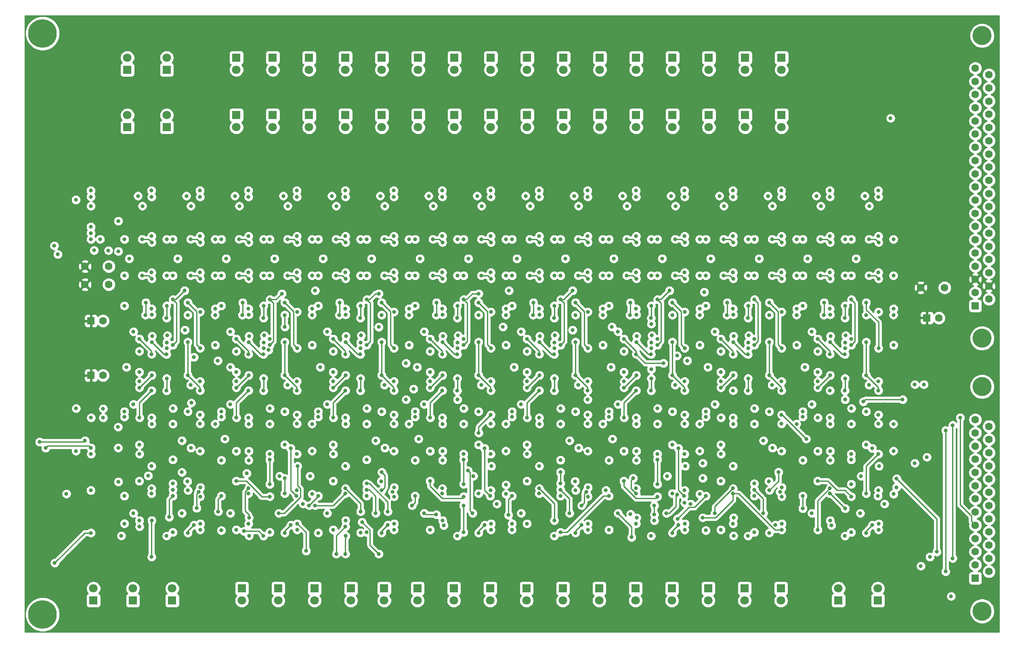
<source format=gbr>
G04 #@! TF.GenerationSoftware,KiCad,Pcbnew,5.1.5-52549c5~84~ubuntu18.04.1*
G04 #@! TF.CreationDate,2020-05-17T15:57:07-07:00*
G04 #@! TF.ProjectId,alu,616c752e-6b69-4636-9164-5f7063625858,rev?*
G04 #@! TF.SameCoordinates,Original*
G04 #@! TF.FileFunction,Copper,L4,Bot*
G04 #@! TF.FilePolarity,Positive*
%FSLAX46Y46*%
G04 Gerber Fmt 4.6, Leading zero omitted, Abs format (unit mm)*
G04 Created by KiCad (PCBNEW 5.1.5-52549c5~84~ubuntu18.04.1) date 2020-05-17 15:57:07*
%MOMM*%
%LPD*%
G04 APERTURE LIST*
%ADD10C,4.000000*%
%ADD11C,1.600000*%
%ADD12R,1.600000X1.600000*%
%ADD13C,1.800000*%
%ADD14R,1.800000X1.800000*%
%ADD15C,6.000000*%
%ADD16C,0.800000*%
%ADD17C,0.250000*%
%ADD18C,0.254000*%
G04 APERTURE END LIST*
D10*
X247800000Y-29680000D03*
X247800000Y-93180000D03*
D11*
X249220000Y-37885000D03*
X249220000Y-40655000D03*
X249220000Y-43425000D03*
X249220000Y-46195000D03*
X249220000Y-48965000D03*
X249220000Y-51735000D03*
X249220000Y-54505000D03*
X249220000Y-57275000D03*
X249220000Y-60045000D03*
X249220000Y-62815000D03*
X249220000Y-65585000D03*
X249220000Y-68355000D03*
X249220000Y-71125000D03*
X249220000Y-73895000D03*
X249220000Y-76665000D03*
X249220000Y-79435000D03*
X249220000Y-82205000D03*
X249220000Y-84975000D03*
X246380000Y-36500000D03*
X246380000Y-39270000D03*
X246380000Y-42040000D03*
X246380000Y-44810000D03*
X246380000Y-47580000D03*
X246380000Y-50350000D03*
X246380000Y-53120000D03*
X246380000Y-55890000D03*
X246380000Y-58660000D03*
X246380000Y-61430000D03*
X246380000Y-64200000D03*
X246380000Y-66970000D03*
X246380000Y-69740000D03*
X246380000Y-72510000D03*
X246380000Y-75280000D03*
X246380000Y-78050000D03*
X246380000Y-80820000D03*
X246380000Y-83590000D03*
D12*
X246380000Y-86360000D03*
D10*
X247800000Y-103340000D03*
X247800000Y-150440000D03*
D11*
X249220000Y-111655000D03*
X249220000Y-114425000D03*
X249220000Y-117195000D03*
X249220000Y-119965000D03*
X249220000Y-122735000D03*
X249220000Y-125505000D03*
X249220000Y-128275000D03*
X249220000Y-131045000D03*
X249220000Y-133815000D03*
X249220000Y-136585000D03*
X249220000Y-139355000D03*
X249220000Y-142125000D03*
X246380000Y-110270000D03*
X246380000Y-113040000D03*
X246380000Y-115810000D03*
X246380000Y-118580000D03*
X246380000Y-121350000D03*
X246380000Y-124120000D03*
X246380000Y-126890000D03*
X246380000Y-129660000D03*
X246380000Y-132430000D03*
X246380000Y-135200000D03*
X246380000Y-137970000D03*
X246380000Y-140740000D03*
D12*
X246380000Y-143510000D03*
D11*
X239950000Y-82550000D03*
X234950000Y-82550000D03*
X238720000Y-88900000D03*
D12*
X236220000Y-88900000D03*
D13*
X225933000Y-145669000D03*
D14*
X225933000Y-148209000D03*
D13*
X217678000Y-145669000D03*
D14*
X217678000Y-148209000D03*
D13*
X92583000Y-148209000D03*
D14*
X92583000Y-145669000D03*
D13*
X100203000Y-148209000D03*
D14*
X100203000Y-145669000D03*
D13*
X107823000Y-148209000D03*
D14*
X107823000Y-145669000D03*
D13*
X115443000Y-148209000D03*
D14*
X115443000Y-145669000D03*
D13*
X122428000Y-148209000D03*
D14*
X122428000Y-145669000D03*
D13*
X129413000Y-148209000D03*
D14*
X129413000Y-145669000D03*
D13*
X137033000Y-148209000D03*
D14*
X137033000Y-145669000D03*
D13*
X144653000Y-148209000D03*
D14*
X144653000Y-145669000D03*
D13*
X152273000Y-148209000D03*
D14*
X152273000Y-145669000D03*
D13*
X159893000Y-148209000D03*
D14*
X159893000Y-145669000D03*
D13*
X167513000Y-148209000D03*
D14*
X167513000Y-145669000D03*
D13*
X175133000Y-148209000D03*
D14*
X175133000Y-145669000D03*
D13*
X182753000Y-148209000D03*
D14*
X182753000Y-145669000D03*
D13*
X190373000Y-148209000D03*
D14*
X190373000Y-145669000D03*
D13*
X197993000Y-148209000D03*
D14*
X197993000Y-145669000D03*
D13*
X205613000Y-148209000D03*
D14*
X205613000Y-145669000D03*
D13*
X77978000Y-145669000D03*
D14*
X77978000Y-148209000D03*
D13*
X69723000Y-145669000D03*
D14*
X69723000Y-148209000D03*
D13*
X61468000Y-145669000D03*
D14*
X61468000Y-148209000D03*
D13*
X76835000Y-46355000D03*
D14*
X76835000Y-48895000D03*
D13*
X68580000Y-46355000D03*
D14*
X68580000Y-48895000D03*
D13*
X91440000Y-48895000D03*
D14*
X91440000Y-46355000D03*
D13*
X99060000Y-48895000D03*
D14*
X99060000Y-46355000D03*
D13*
X106680000Y-48895000D03*
D14*
X106680000Y-46355000D03*
D13*
X114300000Y-48895000D03*
D14*
X114300000Y-46355000D03*
D13*
X121920000Y-48895000D03*
D14*
X121920000Y-46355000D03*
D13*
X129540000Y-48895000D03*
D14*
X129540000Y-46355000D03*
D13*
X137160000Y-48895000D03*
D14*
X137160000Y-46355000D03*
D13*
X144780000Y-48895000D03*
D14*
X144780000Y-46355000D03*
D13*
X152400000Y-48895000D03*
D14*
X152400000Y-46355000D03*
D13*
X160020000Y-48895000D03*
D14*
X160020000Y-46355000D03*
D13*
X167640000Y-48895000D03*
D14*
X167640000Y-46355000D03*
D13*
X175260000Y-48895000D03*
D14*
X175260000Y-46355000D03*
D13*
X182880000Y-48895000D03*
D14*
X182880000Y-46355000D03*
D13*
X190500000Y-48895000D03*
D14*
X190500000Y-46355000D03*
D13*
X198120000Y-48895000D03*
D14*
X198120000Y-46355000D03*
D13*
X205740000Y-48895000D03*
D14*
X205740000Y-46355000D03*
D13*
X76835000Y-34290000D03*
D14*
X76835000Y-36830000D03*
D13*
X68580000Y-34290000D03*
D14*
X68580000Y-36830000D03*
D13*
X91440000Y-36830000D03*
D14*
X91440000Y-34290000D03*
D13*
X99060000Y-36830000D03*
D14*
X99060000Y-34290000D03*
D13*
X106680000Y-36830000D03*
D14*
X106680000Y-34290000D03*
D13*
X114300000Y-36830000D03*
D14*
X114300000Y-34290000D03*
D13*
X121920000Y-36830000D03*
D14*
X121920000Y-34290000D03*
D13*
X129540000Y-36830000D03*
D14*
X129540000Y-34290000D03*
D13*
X137160000Y-36830000D03*
D14*
X137160000Y-34290000D03*
D13*
X144780000Y-36830000D03*
D14*
X144780000Y-34290000D03*
D13*
X152400000Y-36830000D03*
D14*
X152400000Y-34290000D03*
D13*
X160020000Y-36830000D03*
D14*
X160020000Y-34290000D03*
D13*
X167640000Y-36830000D03*
D14*
X167640000Y-34290000D03*
D13*
X175260000Y-36830000D03*
D14*
X175260000Y-34290000D03*
D13*
X182880000Y-36830000D03*
D14*
X182880000Y-34290000D03*
D13*
X190500000Y-36830000D03*
D14*
X190500000Y-34290000D03*
D13*
X198120000Y-36830000D03*
D14*
X198120000Y-34290000D03*
D13*
X205740000Y-36830000D03*
D14*
X205740000Y-34290000D03*
D11*
X64690000Y-81915000D03*
X59690000Y-81915000D03*
X64690000Y-78105000D03*
X59690000Y-78105000D03*
X63460000Y-89535000D03*
D12*
X60960000Y-89535000D03*
D11*
X63460000Y-100965000D03*
D12*
X60960000Y-100965000D03*
D15*
X50800000Y-29210000D03*
X50800000Y-151130000D03*
D16*
X213330000Y-93315000D03*
X215900000Y-96520000D03*
X64770000Y-114640000D03*
X64770000Y-107020000D03*
X64770000Y-122260000D03*
X64770000Y-129880000D03*
X74930000Y-129880000D03*
X85090000Y-129880000D03*
X95250000Y-129880000D03*
X105410000Y-129880000D03*
X105410000Y-122260000D03*
X95250000Y-122260000D03*
X85090000Y-122260000D03*
X74930000Y-122260000D03*
X74930000Y-114640000D03*
X85090000Y-114640000D03*
X95250000Y-114640000D03*
X105410000Y-114640000D03*
X74930000Y-107020000D03*
X85090000Y-107020000D03*
X95250000Y-107020000D03*
X105410000Y-107020000D03*
X105410000Y-99400000D03*
X95250000Y-99400000D03*
X85090000Y-99400000D03*
X74930000Y-99400000D03*
X105410000Y-91780000D03*
X95250000Y-91780000D03*
X85090000Y-91780000D03*
X74930000Y-91780000D03*
X74930000Y-84160000D03*
X85090000Y-84160000D03*
X95250000Y-84160000D03*
X105410000Y-84160000D03*
X105410000Y-76540000D03*
X95250000Y-76540000D03*
X85090000Y-76540000D03*
X74930000Y-76540000D03*
X105410000Y-68920000D03*
X95250000Y-68920000D03*
X85090000Y-68920000D03*
X74930000Y-68920000D03*
X64770000Y-68920000D03*
X105410000Y-61300000D03*
X95250000Y-61300000D03*
X85090000Y-61300000D03*
X74930000Y-61300000D03*
X64770000Y-61300000D03*
X115570000Y-129880000D03*
X125730000Y-129880000D03*
X135890000Y-129880000D03*
X146050000Y-129880000D03*
X146050000Y-122260000D03*
X135890000Y-122260000D03*
X125730000Y-122260000D03*
X115570000Y-122260000D03*
X115570000Y-114640000D03*
X125730000Y-114640000D03*
X135890000Y-114640000D03*
X146050000Y-114640000D03*
X146050000Y-107020000D03*
X135890000Y-107020000D03*
X125730000Y-107020000D03*
X115570000Y-107020000D03*
X115570000Y-99400000D03*
X125730000Y-99400000D03*
X135890000Y-99400000D03*
X146050000Y-99400000D03*
X146050000Y-91780000D03*
X135890000Y-91780000D03*
X125730000Y-91780000D03*
X115570000Y-91780000D03*
X115570000Y-84160000D03*
X125730000Y-84160000D03*
X135890000Y-84160000D03*
X146050000Y-84160000D03*
X115570000Y-76540000D03*
X125730000Y-76540000D03*
X135890000Y-76540000D03*
X146050000Y-76540000D03*
X146050000Y-68920000D03*
X135890000Y-68920000D03*
X125730000Y-68920000D03*
X115570000Y-68920000D03*
X115570000Y-61300000D03*
X125730000Y-61300000D03*
X135890000Y-61300000D03*
X146050000Y-61300000D03*
X186690000Y-129880000D03*
X176530000Y-129880000D03*
X166370000Y-129880000D03*
X156210000Y-129880000D03*
X186690000Y-122260000D03*
X176530000Y-122260000D03*
X166370000Y-122260000D03*
X156210000Y-122260000D03*
X186690000Y-114640000D03*
X176530000Y-114640000D03*
X166370000Y-114640000D03*
X156210000Y-114640000D03*
X186690000Y-107020000D03*
X176530000Y-107020000D03*
X166370000Y-107020000D03*
X156210000Y-107020000D03*
X186690000Y-99400000D03*
X176530000Y-99400000D03*
X166370000Y-99400000D03*
X156210000Y-99400000D03*
X156210000Y-91780000D03*
X166370000Y-91780000D03*
X176530000Y-91780000D03*
X186690000Y-91780000D03*
X186690000Y-84160000D03*
X176530000Y-84160000D03*
X166370000Y-84160000D03*
X156210000Y-84160000D03*
X186690000Y-76540000D03*
X176530000Y-76540000D03*
X166370000Y-76540000D03*
X156210000Y-76540000D03*
X156210000Y-68920000D03*
X166370000Y-68920000D03*
X176530000Y-68920000D03*
X186690000Y-68920000D03*
X186690000Y-61300000D03*
X176530000Y-61300000D03*
X166370000Y-61300000D03*
X156210000Y-61300000D03*
X227330000Y-129880000D03*
X217170000Y-129880000D03*
X207010000Y-129880000D03*
X196850000Y-129880000D03*
X227330000Y-122260000D03*
X217170000Y-122260000D03*
X207010000Y-122260000D03*
X196850000Y-122260000D03*
X227330000Y-114640000D03*
X217170000Y-114640000D03*
X207010000Y-114640000D03*
X196850000Y-114640000D03*
X196850000Y-107020000D03*
X207010000Y-107020000D03*
X217170000Y-107020000D03*
X227330000Y-107020000D03*
X227330000Y-99400000D03*
X217170000Y-99400000D03*
X207010000Y-99400000D03*
X196850000Y-99400000D03*
X227330000Y-91780000D03*
X217170000Y-91780000D03*
X207010000Y-91780000D03*
X196850000Y-91780000D03*
X227330000Y-84160000D03*
X217170000Y-84160000D03*
X207010000Y-84160000D03*
X196850000Y-84160000D03*
X227330000Y-76540000D03*
X217170000Y-76540000D03*
X207010000Y-76540000D03*
X196850000Y-76540000D03*
X207010000Y-68920000D03*
X196850000Y-68920000D03*
X196850000Y-61300000D03*
X207010000Y-61300000D03*
X227330000Y-68920000D03*
X217170000Y-68920000D03*
X217170000Y-61300000D03*
X227330000Y-61300000D03*
X226090000Y-73055000D03*
X224100000Y-72390000D03*
X226090000Y-80675000D03*
X224100000Y-80010000D03*
X205770000Y-73055000D03*
X203780000Y-72390000D03*
X205770000Y-80675000D03*
X203780000Y-80010000D03*
X185450000Y-73055000D03*
X183460000Y-72390000D03*
X185450000Y-80675000D03*
X183460000Y-80010000D03*
X165130000Y-73055000D03*
X163140000Y-72390000D03*
X165130000Y-80675000D03*
X163140000Y-80010000D03*
X144810000Y-73055000D03*
X142820000Y-72390000D03*
X144810000Y-80675000D03*
X142820000Y-80010000D03*
X124490000Y-73055000D03*
X122500000Y-72390000D03*
X124490000Y-80675000D03*
X122500000Y-80010000D03*
X104170000Y-73055000D03*
X102180000Y-72390000D03*
X104170000Y-80675000D03*
X102180000Y-80010000D03*
X83850000Y-73055000D03*
X81860000Y-72390000D03*
X83850000Y-80675000D03*
X81860000Y-80010000D03*
X215930000Y-73055000D03*
X213940000Y-72390000D03*
X215930000Y-80675000D03*
X213940000Y-80010000D03*
X195610000Y-73055000D03*
X193620000Y-72390000D03*
X195610000Y-80675000D03*
X193620000Y-80010000D03*
X175290000Y-73055000D03*
X173300000Y-72390000D03*
X175290000Y-80675000D03*
X173300000Y-80010000D03*
X154970000Y-73055000D03*
X152980000Y-72390000D03*
X154970000Y-80675000D03*
X152980000Y-80010000D03*
X134650000Y-73055000D03*
X132660000Y-72390000D03*
X134650000Y-80675000D03*
X132660000Y-80010000D03*
X114330000Y-73055000D03*
X112340000Y-72390000D03*
X114330000Y-80675000D03*
X112340000Y-80010000D03*
X94010000Y-73055000D03*
X92020000Y-72390000D03*
X94010000Y-80675000D03*
X92020000Y-80010000D03*
X73690000Y-73055000D03*
X71700000Y-72390000D03*
X73690000Y-80675000D03*
X71700000Y-80010000D03*
X83890000Y-132080000D03*
X71120000Y-132715000D03*
X71120000Y-132715000D03*
X94080000Y-134620000D03*
X104210000Y-132080000D03*
X106045000Y-137795000D03*
X134650000Y-131415000D03*
X124530000Y-132080000D03*
X130810000Y-129880000D03*
X144850000Y-132080000D03*
X133350000Y-130175000D03*
X165170000Y-132080000D03*
X149210000Y-133365000D03*
X185490000Y-132080000D03*
X195680000Y-134620000D03*
X205810000Y-132080000D03*
X215930000Y-131415000D03*
X226130000Y-132080000D03*
X212090000Y-129880000D03*
X60930000Y-134015000D03*
X53340000Y-140335000D03*
X83835000Y-133365000D03*
X104155000Y-133365000D03*
X124475000Y-133365000D03*
X144795000Y-133365000D03*
X165115000Y-133365000D03*
X185435000Y-133365000D03*
X205755000Y-133365000D03*
X195565000Y-125745000D03*
X73645000Y-125745000D03*
X114285000Y-125745000D03*
X134605000Y-125745000D03*
X154925000Y-125745000D03*
X175245000Y-125745000D03*
X215885000Y-125745000D03*
X168910000Y-125095000D03*
X72934999Y-122010001D03*
X93594999Y-121534999D03*
X226075000Y-133365000D03*
X219075000Y-128905000D03*
X189230000Y-130810000D03*
X185420000Y-127733002D03*
X174625000Y-122555000D03*
X107950000Y-128270000D03*
X93965000Y-125745000D03*
X55789999Y-125820001D03*
X66675000Y-68580000D03*
X76820000Y-80025000D03*
X76820000Y-72405000D03*
X97140000Y-80025000D03*
X97140000Y-72405000D03*
X117460000Y-80025000D03*
X117460000Y-72405000D03*
X137780000Y-80025000D03*
X137780000Y-72405000D03*
X158100000Y-80025000D03*
X158100000Y-72405000D03*
X178420000Y-80025000D03*
X178420000Y-72405000D03*
X198740000Y-80025000D03*
X198740000Y-72405000D03*
X219060000Y-72405000D03*
X219060000Y-80025000D03*
X60945000Y-72405000D03*
X241645000Y-139355000D03*
X241645000Y-111415000D03*
X86980000Y-80025000D03*
X86980000Y-72405000D03*
X107300000Y-80025000D03*
X107300000Y-72405000D03*
X127620000Y-72405000D03*
X127620000Y-80025000D03*
X147940000Y-72405000D03*
X147940000Y-80025000D03*
X168260000Y-80025000D03*
X168260000Y-72405000D03*
X188580000Y-72405000D03*
X188580000Y-80025000D03*
X208900000Y-72405000D03*
X208900000Y-80025000D03*
X229220000Y-80025000D03*
X229220000Y-72405000D03*
X60915000Y-69805000D03*
X240145000Y-142125000D03*
X240145000Y-112510000D03*
X73660000Y-124686998D03*
X73690000Y-131415000D03*
X73660000Y-139065000D03*
X94080000Y-130810000D03*
X93980000Y-124686998D03*
X90170000Y-129880000D03*
X114300000Y-124686998D03*
X117475000Y-129540000D03*
X117792500Y-131762500D03*
X121285000Y-138430000D03*
X132065000Y-133365000D03*
X134620000Y-124686998D03*
X154940000Y-124686998D03*
X158085000Y-131415000D03*
X175260000Y-124686998D03*
X195680000Y-130810000D03*
X179070000Y-128270000D03*
X179070000Y-130175000D03*
X195580000Y-124686998D03*
X191770000Y-129880000D03*
X215900000Y-124686998D03*
X213345000Y-133365000D03*
X83502500Y-125412500D03*
X124142500Y-125412500D03*
X164782500Y-125412500D03*
X98455000Y-123795000D03*
X139095000Y-123795000D03*
X179735000Y-123795000D03*
X98425000Y-118645000D03*
X139065000Y-118645000D03*
X179705000Y-118645000D03*
X220345000Y-118645000D03*
X220375000Y-123795000D03*
X205422500Y-125412500D03*
X163830000Y-128270000D03*
X83102501Y-128822501D03*
X229870000Y-122640000D03*
X238300000Y-137970000D03*
X53249999Y-73750001D03*
X61595000Y-74733002D03*
X57785000Y-64135000D03*
X235585000Y-102870000D03*
X236220000Y-118110000D03*
X236855000Y-139065000D03*
X60915000Y-62185000D03*
X233680000Y-102870000D03*
X233680000Y-119380000D03*
X234950000Y-140970000D03*
X224125000Y-65435000D03*
X203805000Y-65435000D03*
X183485000Y-65435000D03*
X163165000Y-65435000D03*
X142845000Y-65435000D03*
X122525000Y-65435000D03*
X102205000Y-65435000D03*
X81885000Y-65435000D03*
X213965000Y-65435000D03*
X193645000Y-65435000D03*
X173325000Y-65435000D03*
X153005000Y-65435000D03*
X132685000Y-65435000D03*
X112365000Y-65435000D03*
X92045000Y-65435000D03*
X71725000Y-65435000D03*
X226015000Y-62185000D03*
X205695000Y-62185000D03*
X185375000Y-62185000D03*
X165055000Y-62185000D03*
X144735000Y-62185000D03*
X124415000Y-62185000D03*
X104095000Y-62185000D03*
X83775000Y-62185000D03*
X215855000Y-62185000D03*
X195535000Y-62185000D03*
X175215000Y-62185000D03*
X154895000Y-62185000D03*
X134575000Y-62185000D03*
X114255000Y-62185000D03*
X93935000Y-62185000D03*
X73615000Y-62185000D03*
X78105000Y-133885000D03*
X98425000Y-133885000D03*
X118745000Y-133885000D03*
X139065000Y-133885000D03*
X159385000Y-133885000D03*
X200025000Y-133885000D03*
X210185000Y-126265000D03*
X189865000Y-126265000D03*
X169545000Y-126265000D03*
X149225000Y-126265000D03*
X128905000Y-126265000D03*
X108585000Y-126265000D03*
X88265000Y-126265000D03*
X67945000Y-126265000D03*
X128270000Y-128270000D03*
X87630000Y-129540000D03*
X220345000Y-133885000D03*
X210185000Y-128905000D03*
X179070000Y-131445000D03*
X174080001Y-130084999D03*
X183914999Y-131045001D03*
X148484999Y-130280001D03*
X139065000Y-128270000D03*
X106680000Y-128270000D03*
X66675000Y-74930000D03*
X78105000Y-126265000D03*
X118745000Y-126265000D03*
X159385000Y-126265000D03*
X104041501Y-126266501D03*
X144681501Y-126266501D03*
X185321501Y-126266501D03*
X102824999Y-116250001D03*
X143464999Y-116250001D03*
X184104999Y-116250001D03*
X224744999Y-116250001D03*
X225961501Y-126266501D03*
X200025000Y-126265000D03*
X77349999Y-130689999D03*
X53975000Y-75565000D03*
X64600000Y-74760000D03*
X67960000Y-80025000D03*
X67960000Y-72405000D03*
X88280000Y-80025000D03*
X88280000Y-72405000D03*
X108600000Y-80025000D03*
X108600000Y-72405000D03*
X128920000Y-80025000D03*
X128920000Y-72405000D03*
X149240000Y-80025000D03*
X149240000Y-72405000D03*
X169560000Y-80025000D03*
X169560000Y-72405000D03*
X189880000Y-80025000D03*
X189880000Y-72405000D03*
X210200000Y-72405000D03*
X210200000Y-80025000D03*
X62865000Y-72390000D03*
X78120000Y-80025000D03*
X78120000Y-72405000D03*
X98440000Y-80025000D03*
X98440000Y-72405000D03*
X118760000Y-80025000D03*
X118760000Y-72405000D03*
X139080000Y-80025000D03*
X139080000Y-72405000D03*
X159400000Y-80025000D03*
X159400000Y-72405000D03*
X179720000Y-80025000D03*
X179720000Y-72405000D03*
X200040000Y-80025000D03*
X200040000Y-72405000D03*
X220360000Y-80025000D03*
X220360000Y-72405000D03*
X60945000Y-71105000D03*
X70801001Y-63310999D03*
X91121001Y-63310999D03*
X111441001Y-63310999D03*
X131761001Y-63310999D03*
X152081001Y-63310999D03*
X172401001Y-63310999D03*
X192721001Y-63310999D03*
X213041001Y-63310999D03*
X60930000Y-65435000D03*
X80961001Y-63310999D03*
X101281001Y-63310999D03*
X121601001Y-63310999D03*
X141921001Y-63310999D03*
X162241001Y-63310999D03*
X182561001Y-63310999D03*
X202881001Y-63310999D03*
X223201001Y-63310999D03*
X60945000Y-63485000D03*
X226060000Y-63500000D03*
X221352500Y-76462500D03*
X201032500Y-76462500D03*
X205740000Y-63500000D03*
X180712500Y-76462500D03*
X185420000Y-63500000D03*
X160392500Y-76462500D03*
X165100000Y-63500000D03*
X140072500Y-76462500D03*
X144780000Y-63500000D03*
X119752500Y-76462500D03*
X124460000Y-63500000D03*
X99432500Y-76462500D03*
X104140000Y-63500000D03*
X79112500Y-76462500D03*
X83820000Y-63500000D03*
X211192500Y-76462500D03*
X215900000Y-63500000D03*
X190872500Y-76462500D03*
X195580000Y-63500000D03*
X170552500Y-76462500D03*
X175260000Y-63500000D03*
X150232500Y-76462500D03*
X154940000Y-63500000D03*
X129912500Y-76462500D03*
X134620000Y-63500000D03*
X109592500Y-76462500D03*
X114300000Y-63500000D03*
X89272500Y-76462500D03*
X93980000Y-63500000D03*
X73660000Y-63500000D03*
X68952500Y-76462500D03*
X226060000Y-71755000D03*
X220390000Y-85045000D03*
X220345000Y-94615000D03*
X220390000Y-107905000D03*
X226060000Y-79375000D03*
X229205000Y-88295000D03*
X213315000Y-100285000D03*
X215900000Y-104140000D03*
X213360000Y-109855000D03*
X200025000Y-94615000D03*
X200070000Y-85045000D03*
X205740000Y-71755000D03*
X193040000Y-109855000D03*
X195580000Y-104140000D03*
X192995000Y-100285000D03*
X208885000Y-88295000D03*
X205740000Y-79375000D03*
X179750000Y-107905000D03*
X179705000Y-94615000D03*
X179750000Y-85045000D03*
X185420000Y-71755000D03*
X182245000Y-83185000D03*
X172720000Y-109855000D03*
X175260000Y-104140000D03*
X172675000Y-100285000D03*
X188565000Y-88295000D03*
X185420000Y-79375000D03*
X159385000Y-94615000D03*
X159430000Y-85045000D03*
X165100000Y-71755000D03*
X161925000Y-83185000D03*
X152400000Y-109855000D03*
X154940000Y-104140000D03*
X152355000Y-100285000D03*
X168245000Y-88295000D03*
X165100000Y-79375000D03*
X139110000Y-107905000D03*
X139065000Y-94615000D03*
X139110000Y-85045000D03*
X144780000Y-71755000D03*
X142240000Y-83820000D03*
X132080000Y-109855000D03*
X134620000Y-104140000D03*
X132035000Y-100285000D03*
X147925000Y-88295000D03*
X144780000Y-79375000D03*
X118745000Y-94615000D03*
X118790000Y-85045000D03*
X124460000Y-71755000D03*
X121285000Y-83820000D03*
X111760000Y-109855000D03*
X114300000Y-104140000D03*
X111715000Y-100285000D03*
X127605000Y-88295000D03*
X124460000Y-79375000D03*
X98470000Y-107905000D03*
X98425000Y-94615000D03*
X98470000Y-85045000D03*
X104140000Y-71755000D03*
X100965000Y-83820000D03*
X91440000Y-109855000D03*
X93980000Y-104140000D03*
X91395000Y-100285000D03*
X107285000Y-88295000D03*
X104140000Y-79375000D03*
X78105000Y-94615000D03*
X78150000Y-85045000D03*
X83820000Y-71755000D03*
X80575685Y-83185000D03*
X71120000Y-109855000D03*
X73660000Y-104140000D03*
X71075000Y-100285000D03*
X86965000Y-88295000D03*
X83820000Y-79375000D03*
X215900000Y-71755000D03*
X223490000Y-85695000D03*
X210185000Y-86360000D03*
X226075000Y-95265000D03*
X223490000Y-108555000D03*
X215900000Y-79375000D03*
X226075000Y-87645000D03*
X210629999Y-99250001D03*
X215930000Y-111155000D03*
X205755000Y-95265000D03*
X189865000Y-86360000D03*
X203170000Y-85695000D03*
X195580000Y-71755000D03*
X195610000Y-111155000D03*
X190309999Y-99250001D03*
X205755000Y-87645000D03*
X195580000Y-79375000D03*
X182850000Y-108555000D03*
X185435000Y-95265000D03*
X169545000Y-86360000D03*
X182850000Y-85695000D03*
X175260000Y-71755000D03*
X175290000Y-111155000D03*
X169989999Y-99250001D03*
X185435000Y-87645000D03*
X175260000Y-79375000D03*
X165115000Y-95265000D03*
X149225000Y-86360000D03*
X162530000Y-85695000D03*
X154940000Y-71755000D03*
X154970000Y-111155000D03*
X149669999Y-99250001D03*
X165115000Y-87645000D03*
X154940000Y-79375000D03*
X142210000Y-108555000D03*
X144795000Y-95265000D03*
X128905000Y-86360000D03*
X142210000Y-85695000D03*
X134620000Y-71755000D03*
X134650000Y-111155000D03*
X129349999Y-99250001D03*
X144795000Y-87645000D03*
X134620000Y-79375000D03*
X124475000Y-95265000D03*
X108585000Y-86360000D03*
X121890000Y-85695000D03*
X114300000Y-71755000D03*
X114330000Y-111155000D03*
X109029999Y-99250001D03*
X124475000Y-87645000D03*
X114300000Y-79375000D03*
X101570000Y-108555000D03*
X104155000Y-95265000D03*
X88265000Y-86360000D03*
X101570000Y-85695000D03*
X93980000Y-71755000D03*
X94010000Y-111155000D03*
X104155000Y-87645000D03*
X93980000Y-79375000D03*
X90176997Y-99250001D03*
X83835000Y-95265000D03*
X67945000Y-86360000D03*
X81250000Y-85695000D03*
X73660000Y-71755000D03*
X73690000Y-111155000D03*
X68389999Y-99250001D03*
X83835000Y-87645000D03*
X73660000Y-79375000D03*
X229235000Y-86995000D03*
X229220000Y-116825000D03*
X223490000Y-88295000D03*
X223475000Y-115525000D03*
X208915000Y-86995000D03*
X203200000Y-125095000D03*
X205105000Y-121285000D03*
X203170000Y-88295000D03*
X229235000Y-125875000D03*
X188580000Y-116825000D03*
X188595000Y-86995000D03*
X182835000Y-115525000D03*
X182850000Y-88295000D03*
X183832500Y-96837500D03*
X162560000Y-125095000D03*
X168275000Y-86995000D03*
X188595000Y-125875000D03*
X162530000Y-88295000D03*
X189547500Y-83502500D03*
X147940000Y-116825000D03*
X147955000Y-86995000D03*
X142195000Y-115525000D03*
X142210000Y-88295000D03*
X147320000Y-90805000D03*
X121920000Y-125095000D03*
X127635000Y-86995000D03*
X127000000Y-98425000D03*
X128587500Y-103822500D03*
X121920000Y-121285000D03*
X147955000Y-125875000D03*
X121890000Y-88295000D03*
X127000000Y-106045000D03*
X107300000Y-116825000D03*
X107315000Y-86995000D03*
X101555000Y-115525000D03*
X101570000Y-88295000D03*
X101600000Y-90805000D03*
X81280000Y-125095000D03*
X86995000Y-86995000D03*
X107315000Y-125875000D03*
X81250000Y-88295000D03*
X107950000Y-83185000D03*
X226060000Y-117475000D03*
X223505000Y-125745000D03*
X226175000Y-120015000D03*
X222250000Y-129880000D03*
X219075000Y-94095000D03*
X220345000Y-117475000D03*
X219075000Y-106045000D03*
X198755000Y-94095000D03*
X222885000Y-106483002D03*
X231140000Y-106045000D03*
X229855000Y-124445000D03*
X226060000Y-125095000D03*
X203100000Y-123190000D03*
X227330000Y-127930000D03*
X200025000Y-123665000D03*
X220375000Y-126395000D03*
X213315000Y-123145000D03*
X226060000Y-102235000D03*
X222420000Y-122090000D03*
X192995000Y-123145000D03*
X205810000Y-124460000D03*
X205740000Y-102235000D03*
X205770000Y-126395000D03*
X201930000Y-129880000D03*
X200025000Y-124965000D03*
X182865000Y-125745000D03*
X185420000Y-117475000D03*
X181610000Y-129880000D03*
X185535000Y-120015000D03*
X183832500Y-126047500D03*
X179705000Y-117475000D03*
X178435000Y-94095000D03*
X178435000Y-99695000D03*
X158115000Y-94095000D03*
X189230000Y-119380000D03*
X185964999Y-97880001D03*
X178435000Y-90170000D03*
X170180000Y-90805000D03*
X162460000Y-123190000D03*
X185420000Y-125095000D03*
X159385000Y-123665000D03*
X186690000Y-127930000D03*
X159385000Y-121285000D03*
X189230000Y-122555000D03*
X172675000Y-123145000D03*
X179735000Y-126395000D03*
X181780000Y-122090000D03*
X185420000Y-102235000D03*
X165170000Y-124460000D03*
X152355000Y-123145000D03*
X165130000Y-126395000D03*
X165100000Y-102235000D03*
X165100000Y-106045000D03*
X161290000Y-129880000D03*
X159385000Y-124965000D03*
X142225000Y-125745000D03*
X144780000Y-117475000D03*
X140970000Y-129880000D03*
X144895000Y-120015000D03*
X140017500Y-120967500D03*
X139065000Y-117475000D03*
X137795000Y-94095000D03*
X137795000Y-106045000D03*
X117475000Y-94095000D03*
X147955000Y-123925000D03*
X148590000Y-83185000D03*
X121820000Y-123190000D03*
X144780000Y-125095000D03*
X118745000Y-123665000D03*
X146050000Y-127930000D03*
X123190000Y-129540000D03*
X132035000Y-123145000D03*
X139095000Y-126395000D03*
X141140000Y-122090000D03*
X144780000Y-102235000D03*
X124530000Y-124460000D03*
X111715000Y-123145000D03*
X124490000Y-126395000D03*
X124460000Y-102235000D03*
X120650000Y-129880000D03*
X118745000Y-124965000D03*
X104140000Y-117475000D03*
X101585000Y-125745000D03*
X101585000Y-122570000D03*
X100330000Y-129880000D03*
X104255000Y-120015000D03*
X98425000Y-117475000D03*
X97155000Y-94095000D03*
X98182501Y-95642501D03*
X76835000Y-94095000D03*
X106870001Y-122110001D03*
X81975001Y-106740001D03*
X82550000Y-97155000D03*
X81180000Y-123190000D03*
X104140000Y-125095000D03*
X78105000Y-123665000D03*
X105410000Y-127930000D03*
X91395000Y-123145000D03*
X98455000Y-126395000D03*
X100500000Y-122090000D03*
X104140000Y-102235000D03*
X83890000Y-124460000D03*
X71075000Y-123145000D03*
X83850000Y-126395000D03*
X83820000Y-102235000D03*
X80004990Y-121290010D03*
X80010000Y-129880000D03*
X78105000Y-124965000D03*
X224790000Y-132346998D03*
X223490000Y-134015000D03*
X203170000Y-134015000D03*
X204470000Y-132346998D03*
X182850000Y-134015000D03*
X184150000Y-132346998D03*
X162530000Y-134015000D03*
X163830000Y-132346998D03*
X142210000Y-134015000D03*
X143510000Y-132346998D03*
X121890000Y-134015000D03*
X123190000Y-132346998D03*
X101570000Y-134015000D03*
X102870000Y-132346998D03*
X81250000Y-134015000D03*
X82550000Y-132346998D03*
X216187500Y-132427500D03*
X193025000Y-133365000D03*
X219030000Y-134665000D03*
X171450000Y-129880000D03*
X174307500Y-134937500D03*
X195580000Y-132080000D03*
X152360000Y-132080000D03*
X198710000Y-134665000D03*
X151130000Y-129880000D03*
X189865000Y-133495000D03*
X169560000Y-133365000D03*
X158070000Y-134665000D03*
X110490000Y-129880000D03*
X175360000Y-130810000D03*
X149240000Y-132065000D03*
X91425000Y-133365000D03*
X134907500Y-132427500D03*
X137750000Y-134665000D03*
X117475000Y-133985000D03*
X93980000Y-132080000D03*
X71090000Y-131415000D03*
X97110000Y-134665000D03*
X69850000Y-129880000D03*
X93027500Y-133667500D03*
X88265000Y-133495000D03*
X114330000Y-131415000D03*
X76790000Y-134665000D03*
X66645000Y-116175000D03*
X67310000Y-134620000D03*
X67960000Y-132065000D03*
X60960000Y-117475000D03*
X175260000Y-132080000D03*
X111745000Y-133365000D03*
X178390000Y-134665000D03*
X57830000Y-107905000D03*
X114300000Y-132715000D03*
X60930000Y-116175000D03*
X112395000Y-138430000D03*
X51435000Y-116205000D03*
X114345000Y-134665000D03*
X59690000Y-114640000D03*
X114300000Y-138430000D03*
X50165000Y-114935000D03*
X108615000Y-134015000D03*
X60960000Y-109855000D03*
X57800000Y-116825000D03*
X63500000Y-107950000D03*
X60905000Y-125095000D03*
X63500000Y-109855000D03*
X66675000Y-123275000D03*
X66630000Y-111805000D03*
X214600000Y-88295000D03*
X214660000Y-85695000D03*
X219030000Y-88945000D03*
X219060000Y-86345000D03*
X212090000Y-91780000D03*
X215900000Y-86995000D03*
X220375000Y-93315000D03*
X215942500Y-88222500D03*
X216000000Y-92710000D03*
X213330000Y-95915000D03*
X219030000Y-96565000D03*
X215915000Y-93965000D03*
X219195001Y-92589999D03*
X219060000Y-95265000D03*
X215930000Y-100935000D03*
X213330000Y-103535000D03*
X219060000Y-101585000D03*
X219030000Y-104185000D03*
X213360000Y-102235000D03*
X210215000Y-108555000D03*
X224064999Y-102960001D03*
X212090000Y-107020000D03*
X223505000Y-93965000D03*
X223490000Y-100935000D03*
X226060000Y-104140000D03*
X194340000Y-85695000D03*
X194280000Y-88295000D03*
X198710000Y-88945000D03*
X198740000Y-86345000D03*
X191770000Y-91780000D03*
X195580000Y-86995000D03*
X195622500Y-88222500D03*
X200055000Y-93315000D03*
X195680000Y-92710000D03*
X193010000Y-95915000D03*
X198710000Y-96565000D03*
X195595000Y-93965000D03*
X198875001Y-92589999D03*
X198740000Y-95265000D03*
X193010000Y-93315000D03*
X195580000Y-96520000D03*
X210185000Y-109658002D03*
X229235000Y-94615000D03*
X229205000Y-111155000D03*
X205740000Y-111125000D03*
X226060000Y-111125000D03*
X215900000Y-109855000D03*
X200070000Y-107905000D03*
X208915000Y-94615000D03*
X205740000Y-104140000D03*
X203170000Y-100935000D03*
X203185000Y-93965000D03*
X195610000Y-100935000D03*
X193010000Y-103535000D03*
X198740000Y-101585000D03*
X198710000Y-104185000D03*
X189895000Y-108555000D03*
X193040000Y-102235000D03*
X191770000Y-107020000D03*
X203744999Y-102960001D03*
X195580000Y-109855000D03*
X203170000Y-108555000D03*
X189865000Y-109658002D03*
X203835000Y-116205000D03*
X226060000Y-109220000D03*
X215930000Y-118775000D03*
X208885000Y-111155000D03*
X220375000Y-111155000D03*
X205740000Y-109220000D03*
X210930000Y-114300000D03*
X200055000Y-111155000D03*
X213340000Y-116860000D03*
X215970000Y-116840000D03*
X201930000Y-114640000D03*
X210215000Y-118775000D03*
X192995000Y-115525000D03*
X205740000Y-116840000D03*
X193040000Y-117475000D03*
X172690000Y-93315000D03*
X175260000Y-96520000D03*
X159385000Y-118745000D03*
X195580000Y-120015000D03*
X180975000Y-98425000D03*
X174020000Y-85695000D03*
X173960000Y-88295000D03*
X178390000Y-88945000D03*
X178420000Y-86345000D03*
X171450000Y-91780000D03*
X175260000Y-86995000D03*
X175302500Y-88222500D03*
X179735000Y-93315000D03*
X175360000Y-92710000D03*
X172690000Y-95915000D03*
X178390000Y-96565000D03*
X175275000Y-93965000D03*
X178555001Y-92589999D03*
X178420000Y-95265000D03*
X175290000Y-100935000D03*
X172690000Y-103535000D03*
X178420000Y-101585000D03*
X178390000Y-104185000D03*
X169575000Y-108555000D03*
X172720000Y-102235000D03*
X171450000Y-107020000D03*
X183424999Y-102960001D03*
X185420000Y-104140000D03*
X182850000Y-100935000D03*
X182865000Y-93965000D03*
X153700000Y-85695000D03*
X153640000Y-88295000D03*
X158070000Y-88945000D03*
X158100000Y-86345000D03*
X151130000Y-91780000D03*
X154940000Y-86995000D03*
X154982500Y-88222500D03*
X161930001Y-91445001D03*
X155040000Y-92710000D03*
X152370000Y-95915000D03*
X158070000Y-96565000D03*
X154955000Y-93965000D03*
X158235001Y-92589999D03*
X158100000Y-95265000D03*
X169545000Y-109658002D03*
X152370000Y-93315000D03*
X154940000Y-96520000D03*
X188565000Y-111155000D03*
X188595000Y-94615000D03*
X175260000Y-109855000D03*
X165100000Y-111125000D03*
X185420000Y-111125000D03*
X159430000Y-107905000D03*
X168275000Y-94615000D03*
X165100000Y-104140000D03*
X162530000Y-100935000D03*
X162545000Y-93965000D03*
X154970000Y-100935000D03*
X152370000Y-103535000D03*
X158100000Y-101585000D03*
X158070000Y-104185000D03*
X149255000Y-108555000D03*
X152400000Y-102235000D03*
X151130000Y-107020000D03*
X163104999Y-102960001D03*
X154940000Y-109855000D03*
X162530000Y-108555000D03*
X163195000Y-116205000D03*
X149225000Y-109658002D03*
X175290000Y-118775000D03*
X185420000Y-109220000D03*
X168245000Y-111155000D03*
X179735000Y-111155000D03*
X170290000Y-114300000D03*
X165100000Y-109220000D03*
X159415000Y-111155000D03*
X172700000Y-116860000D03*
X161290000Y-114640000D03*
X175330000Y-116840000D03*
X152355000Y-115525000D03*
X169575000Y-118775000D03*
X152400000Y-117475000D03*
X165100000Y-116840000D03*
X154940000Y-120015000D03*
X132050000Y-93315000D03*
X134620000Y-96520000D03*
X118745000Y-118645000D03*
X133380000Y-85695000D03*
X133320000Y-88295000D03*
X137750000Y-88945000D03*
X137780000Y-86345000D03*
X130810000Y-91780000D03*
X134620000Y-86995000D03*
X134662500Y-88222500D03*
X139095000Y-93315000D03*
X134720000Y-92710000D03*
X132050000Y-95915000D03*
X137750000Y-96565000D03*
X134635000Y-93965000D03*
X137915001Y-92589999D03*
X137780000Y-95265000D03*
X134650000Y-100935000D03*
X132050000Y-103535000D03*
X137780000Y-101585000D03*
X137750000Y-104185000D03*
X128935000Y-108555000D03*
X132080000Y-102235000D03*
X130810000Y-107020000D03*
X142784999Y-102960001D03*
X144780000Y-104140000D03*
X142210000Y-100935000D03*
X142225000Y-93965000D03*
X113060000Y-85695000D03*
X113000000Y-88295000D03*
X117430000Y-88945000D03*
X117460000Y-86345000D03*
X110490000Y-91780000D03*
X114300000Y-86995000D03*
X114342500Y-88222500D03*
X121290001Y-90810001D03*
X114400000Y-92710000D03*
X111730000Y-95915000D03*
X117430000Y-96565000D03*
X114315000Y-93965000D03*
X117595001Y-92589999D03*
X117460000Y-95265000D03*
X128905000Y-109658002D03*
X111730000Y-93315000D03*
X114300000Y-96520000D03*
X147925000Y-111155000D03*
X147955000Y-94615000D03*
X134620000Y-109855000D03*
X124460000Y-111125000D03*
X144780000Y-111125000D03*
X118790000Y-107905000D03*
X127635000Y-94615000D03*
X124460000Y-104140000D03*
X121890000Y-100935000D03*
X121905000Y-93965000D03*
X114330000Y-100935000D03*
X111730000Y-103535000D03*
X117460000Y-101585000D03*
X117430000Y-104185000D03*
X108615000Y-108555000D03*
X111760000Y-102235000D03*
X110490000Y-107020000D03*
X122464999Y-102960001D03*
X114300000Y-109855000D03*
X121890000Y-108555000D03*
X122555000Y-116205000D03*
X108585000Y-109658002D03*
X134650000Y-118775000D03*
X144780000Y-109220000D03*
X142240000Y-113030000D03*
X127605000Y-111155000D03*
X139095000Y-111155000D03*
X129650000Y-114300000D03*
X124460000Y-109220000D03*
X118775000Y-111155000D03*
X132060000Y-116860000D03*
X120650000Y-114640000D03*
X134690000Y-116840000D03*
X111715000Y-115525000D03*
X128935000Y-118775000D03*
X111760000Y-117475000D03*
X124460000Y-116840000D03*
X114300000Y-120015000D03*
X91410000Y-93315000D03*
X93980000Y-96520000D03*
X78105000Y-118645000D03*
X87539999Y-97880001D03*
X92740000Y-85695000D03*
X92680000Y-88295000D03*
X97110000Y-88945000D03*
X97140000Y-86345000D03*
X90170000Y-91780000D03*
X93980000Y-86995000D03*
X94022500Y-88222500D03*
X98455000Y-93315000D03*
X94080000Y-92710000D03*
X91410000Y-95915000D03*
X97110000Y-96565000D03*
X93995000Y-93965000D03*
X97275001Y-92589999D03*
X97140000Y-95265000D03*
X94010000Y-100935000D03*
X91410000Y-103535000D03*
X97140000Y-101585000D03*
X97110000Y-104185000D03*
X88295000Y-108555000D03*
X91440000Y-102235000D03*
X90170000Y-107020000D03*
X102144999Y-102960001D03*
X104140000Y-104140000D03*
X101570000Y-100935000D03*
X101585000Y-93965000D03*
X72420000Y-85695000D03*
X72360000Y-88295000D03*
X76790000Y-88945000D03*
X76820000Y-86345000D03*
X69850000Y-91780000D03*
X73660000Y-86995000D03*
X73702500Y-88222500D03*
X80650001Y-91445001D03*
X73760000Y-92710000D03*
X71090000Y-95915000D03*
X76790000Y-96565000D03*
X73675000Y-93965000D03*
X76955001Y-92589999D03*
X76820000Y-95265000D03*
X88265000Y-109658002D03*
X71090000Y-93315000D03*
X73660000Y-96520000D03*
X107285000Y-111155000D03*
X107315000Y-94615000D03*
X93980000Y-109855000D03*
X83820000Y-111125000D03*
X104140000Y-111125000D03*
X78150000Y-107905000D03*
X86995000Y-94615000D03*
X83820000Y-104140000D03*
X81250000Y-100935000D03*
X81265000Y-93965000D03*
X73690000Y-100935000D03*
X71090000Y-103535000D03*
X76820000Y-101585000D03*
X76790000Y-104185000D03*
X67975000Y-108555000D03*
X71120000Y-102235000D03*
X69850000Y-107020000D03*
X81824999Y-102960001D03*
X73660000Y-109855000D03*
X81250000Y-108555000D03*
X81915000Y-116205000D03*
X67945000Y-109658002D03*
X94010000Y-118775000D03*
X104140000Y-109220000D03*
X86965000Y-111155000D03*
X98455000Y-111155000D03*
X89010000Y-114300000D03*
X83820000Y-109220000D03*
X78135000Y-111155000D03*
X91420000Y-116860000D03*
X80010000Y-114640000D03*
X94050000Y-116840000D03*
X71075000Y-115525000D03*
X88295000Y-118775000D03*
X71120000Y-117475000D03*
X83820000Y-116840000D03*
X73660000Y-120015000D03*
X243205000Y-109855000D03*
X228600000Y-46990000D03*
X241300000Y-147320000D03*
D17*
X215900000Y-95885000D02*
X213330000Y-93315000D01*
X215900000Y-96520000D02*
X215900000Y-95885000D01*
X225425000Y-72390000D02*
X226090000Y-73055000D01*
X224100000Y-72390000D02*
X225425000Y-72390000D01*
X225425000Y-80010000D02*
X226090000Y-80675000D01*
X224100000Y-80010000D02*
X225425000Y-80010000D01*
X205105000Y-72390000D02*
X205770000Y-73055000D01*
X203780000Y-72390000D02*
X205105000Y-72390000D01*
X205105000Y-80010000D02*
X205770000Y-80675000D01*
X203780000Y-80010000D02*
X205105000Y-80010000D01*
X184785000Y-72390000D02*
X185450000Y-73055000D01*
X183460000Y-72390000D02*
X184785000Y-72390000D01*
X184785000Y-80010000D02*
X185450000Y-80675000D01*
X183460000Y-80010000D02*
X184785000Y-80010000D01*
X164465000Y-72390000D02*
X165130000Y-73055000D01*
X163140000Y-72390000D02*
X164465000Y-72390000D01*
X164465000Y-80010000D02*
X165130000Y-80675000D01*
X163140000Y-80010000D02*
X164465000Y-80010000D01*
X144145000Y-72390000D02*
X144810000Y-73055000D01*
X142820000Y-72390000D02*
X144145000Y-72390000D01*
X144145000Y-80010000D02*
X144810000Y-80675000D01*
X142820000Y-80010000D02*
X144145000Y-80010000D01*
X123825000Y-72390000D02*
X124490000Y-73055000D01*
X122500000Y-72390000D02*
X123825000Y-72390000D01*
X123825000Y-80010000D02*
X124490000Y-80675000D01*
X122500000Y-80010000D02*
X123825000Y-80010000D01*
X103505000Y-72390000D02*
X104170000Y-73055000D01*
X102180000Y-72390000D02*
X103505000Y-72390000D01*
X103505000Y-80010000D02*
X104170000Y-80675000D01*
X102180000Y-80010000D02*
X103505000Y-80010000D01*
X83185000Y-72390000D02*
X83850000Y-73055000D01*
X81860000Y-72390000D02*
X83185000Y-72390000D01*
X83185000Y-80010000D02*
X83850000Y-80675000D01*
X81860000Y-80010000D02*
X83185000Y-80010000D01*
X215265000Y-72390000D02*
X215930000Y-73055000D01*
X213940000Y-72390000D02*
X215265000Y-72390000D01*
X215265000Y-80010000D02*
X215930000Y-80675000D01*
X213940000Y-80010000D02*
X215265000Y-80010000D01*
X194945000Y-72390000D02*
X195610000Y-73055000D01*
X193620000Y-72390000D02*
X194945000Y-72390000D01*
X194945000Y-80010000D02*
X195610000Y-80675000D01*
X193620000Y-80010000D02*
X194945000Y-80010000D01*
X174625000Y-72390000D02*
X175290000Y-73055000D01*
X173300000Y-72390000D02*
X174625000Y-72390000D01*
X174625000Y-80010000D02*
X175290000Y-80675000D01*
X173300000Y-80010000D02*
X174625000Y-80010000D01*
X154305000Y-72390000D02*
X154970000Y-73055000D01*
X152980000Y-72390000D02*
X154305000Y-72390000D01*
X154305000Y-80010000D02*
X154970000Y-80675000D01*
X152980000Y-80010000D02*
X154305000Y-80010000D01*
X133985000Y-72390000D02*
X134650000Y-73055000D01*
X132660000Y-72390000D02*
X133985000Y-72390000D01*
X133985000Y-80010000D02*
X134650000Y-80675000D01*
X132660000Y-80010000D02*
X133985000Y-80010000D01*
X113665000Y-72390000D02*
X114330000Y-73055000D01*
X112340000Y-72390000D02*
X113665000Y-72390000D01*
X113665000Y-80010000D02*
X114330000Y-80675000D01*
X112340000Y-80010000D02*
X113665000Y-80010000D01*
X93345000Y-72390000D02*
X94010000Y-73055000D01*
X92020000Y-72390000D02*
X93345000Y-72390000D01*
X93345000Y-80010000D02*
X94010000Y-80675000D01*
X92020000Y-80010000D02*
X93345000Y-80010000D01*
X73025000Y-72390000D02*
X73690000Y-73055000D01*
X71700000Y-72390000D02*
X73025000Y-72390000D01*
X73025000Y-80010000D02*
X73690000Y-80675000D01*
X71700000Y-80010000D02*
X73025000Y-80010000D01*
X106045000Y-133915000D02*
X106045000Y-137795000D01*
X104210000Y-132080000D02*
X106045000Y-133915000D01*
X131105000Y-130175000D02*
X130810000Y-129880000D01*
X133350000Y-130175000D02*
X131105000Y-130175000D01*
X60930000Y-134015000D02*
X59660000Y-134015000D01*
X59660000Y-134015000D02*
X53340000Y-140335000D01*
X53340000Y-140335000D02*
X53340000Y-140335000D01*
X215915000Y-125745000D02*
X215885000Y-125745000D01*
X219075000Y-128905000D02*
X215915000Y-125745000D01*
X196130685Y-125745000D02*
X195565000Y-125745000D01*
X196721998Y-125745000D02*
X196130685Y-125745000D01*
X204341998Y-133365000D02*
X196721998Y-125745000D01*
X205755000Y-133365000D02*
X204341998Y-133365000D01*
X195565000Y-127158002D02*
X191913002Y-130810000D01*
X195565000Y-125745000D02*
X195565000Y-127158002D01*
X191913002Y-130810000D02*
X189230000Y-130810000D01*
X189230000Y-130810000D02*
X189230000Y-130810000D01*
X174845001Y-125345001D02*
X175245000Y-125745000D01*
X174225001Y-124725001D02*
X174845001Y-125345001D01*
X174225001Y-122954999D02*
X174225001Y-124725001D01*
X174625000Y-122555000D02*
X174225001Y-122954999D01*
X111760000Y-128270000D02*
X114285000Y-125745000D01*
X107950000Y-128270000D02*
X111760000Y-128270000D01*
X241645000Y-139355000D02*
X241645000Y-111415000D01*
X241645000Y-111415000D02*
X241645000Y-111415000D01*
X240145000Y-142125000D02*
X240145000Y-112510000D01*
X240145000Y-112510000D02*
X240145000Y-112510000D01*
X73660000Y-131445000D02*
X73690000Y-131415000D01*
X73660000Y-139065000D02*
X73660000Y-131445000D01*
X93580001Y-125086997D02*
X93980000Y-124686998D01*
X93239999Y-125426999D02*
X93580001Y-125086997D01*
X93239999Y-129404314D02*
X93239999Y-125426999D01*
X94080000Y-130244315D02*
X93239999Y-129404314D01*
X94080000Y-130810000D02*
X94080000Y-130244315D01*
X114300000Y-124686998D02*
X117475000Y-127861998D01*
X117475000Y-127861998D02*
X117475000Y-129540000D01*
X117475000Y-129540000D02*
X117475000Y-129540000D01*
X119470001Y-133440001D02*
X119470001Y-136615001D01*
X117792500Y-131762500D02*
X119470001Y-133440001D01*
X119470001Y-136615001D02*
X121285000Y-138430000D01*
X121285000Y-138430000D02*
X121285000Y-138430000D01*
X158085000Y-127831998D02*
X154940000Y-124686998D01*
X158085000Y-131415000D02*
X158085000Y-127831998D01*
X179070000Y-128270000D02*
X179070000Y-130175000D01*
X179070000Y-130175000D02*
X179070000Y-130175000D01*
X191770000Y-128496998D02*
X195580000Y-124686998D01*
X191770000Y-129880000D02*
X191770000Y-128496998D01*
X213345000Y-127241998D02*
X215900000Y-124686998D01*
X213345000Y-133365000D02*
X213345000Y-127241998D01*
X179735000Y-118675000D02*
X179705000Y-118645000D01*
X179735000Y-123795000D02*
X179735000Y-118675000D01*
X139095000Y-118675000D02*
X139065000Y-118645000D01*
X139095000Y-123795000D02*
X139095000Y-118675000D01*
X98455000Y-118675000D02*
X98425000Y-118645000D01*
X98455000Y-123795000D02*
X98455000Y-118675000D01*
X164382501Y-125812499D02*
X164382501Y-127717499D01*
X164782500Y-125412500D02*
X164382501Y-125812499D01*
X164382501Y-127717499D02*
X163830000Y-128270000D01*
X163830000Y-128270000D02*
X163830000Y-128270000D01*
X83102501Y-125812499D02*
X83102501Y-128822501D01*
X83502500Y-125412500D02*
X83102501Y-125812499D01*
X83102501Y-128822501D02*
X83102501Y-128822501D01*
X238300000Y-131070000D02*
X229870000Y-122640000D01*
X238300000Y-137970000D02*
X238300000Y-131070000D01*
X128905000Y-126265000D02*
X128905000Y-127635000D01*
X128905000Y-127635000D02*
X128270000Y-128270000D01*
X128270000Y-128270000D02*
X128270000Y-128270000D01*
X87630000Y-126900000D02*
X88265000Y-126265000D01*
X87630000Y-129540000D02*
X87630000Y-126900000D01*
X210185000Y-126265000D02*
X210185000Y-128905000D01*
X189465001Y-126664999D02*
X189865000Y-126265000D01*
X187474999Y-128655001D02*
X189465001Y-126664999D01*
X186304999Y-128655001D02*
X187474999Y-128655001D01*
X183914999Y-131045001D02*
X186304999Y-128655001D01*
X159385000Y-133885000D02*
X160755000Y-133885000D01*
X168375000Y-126265000D02*
X169545000Y-126265000D01*
X160755000Y-133885000D02*
X168375000Y-126265000D01*
X148484999Y-127005001D02*
X149225000Y-126265000D01*
X148484999Y-130280001D02*
X148484999Y-127005001D01*
X139065000Y-133885000D02*
X139065000Y-128270000D01*
X108585000Y-126365000D02*
X108585000Y-126265000D01*
X106680000Y-128270000D02*
X108585000Y-126365000D01*
X184104999Y-125049999D02*
X184104999Y-116250001D01*
X185321501Y-126266501D02*
X184104999Y-125049999D01*
X143464999Y-125049999D02*
X143464999Y-116250001D01*
X144681501Y-126266501D02*
X143464999Y-125049999D01*
X102824999Y-125049999D02*
X102824999Y-116250001D01*
X104041501Y-126266501D02*
X102824999Y-125049999D01*
X77349999Y-127020001D02*
X78105000Y-126265000D01*
X77349999Y-130689999D02*
X77349999Y-127020001D01*
X221100001Y-85755001D02*
X220789999Y-85444999D01*
X221100001Y-93859999D02*
X221100001Y-85755001D01*
X220789999Y-85444999D02*
X220390000Y-85045000D01*
X220345000Y-94615000D02*
X221100001Y-93859999D01*
X200780001Y-85755001D02*
X200469999Y-85444999D01*
X200780001Y-93859999D02*
X200780001Y-85755001D01*
X200469999Y-85444999D02*
X200070000Y-85045000D01*
X200025000Y-94615000D02*
X200780001Y-93859999D01*
X179750000Y-85045000D02*
X180385000Y-85045000D01*
X180385000Y-85045000D02*
X182245000Y-83185000D01*
X182245000Y-83185000D02*
X182245000Y-83185000D01*
X180460001Y-85755001D02*
X180149999Y-85444999D01*
X180460001Y-93859999D02*
X180460001Y-85755001D01*
X180149999Y-85444999D02*
X179750000Y-85045000D01*
X179705000Y-94615000D02*
X180460001Y-93859999D01*
X172720000Y-106680000D02*
X175260000Y-104140000D01*
X172720000Y-109855000D02*
X172720000Y-106680000D01*
X159430000Y-85045000D02*
X160065000Y-85045000D01*
X160065000Y-85045000D02*
X161925000Y-83185000D01*
X161925000Y-83185000D02*
X161925000Y-83185000D01*
X160140001Y-85755001D02*
X159829999Y-85444999D01*
X159829999Y-85444999D02*
X159430000Y-85045000D01*
X160140001Y-93859999D02*
X160140001Y-85755001D01*
X159385000Y-94615000D02*
X160140001Y-93859999D01*
X152400000Y-106680000D02*
X154940000Y-104140000D01*
X152400000Y-109855000D02*
X152400000Y-106680000D01*
X139675685Y-85045000D02*
X140900685Y-83820000D01*
X139110000Y-85045000D02*
X139675685Y-85045000D01*
X140900685Y-83820000D02*
X142240000Y-83820000D01*
X142240000Y-83820000D02*
X142240000Y-83820000D01*
X139509999Y-85444999D02*
X139110000Y-85045000D01*
X139820001Y-93859999D02*
X139820001Y-85755001D01*
X139820001Y-85755001D02*
X139509999Y-85444999D01*
X139065000Y-94615000D02*
X139820001Y-93859999D01*
X132080000Y-106680000D02*
X134620000Y-104140000D01*
X132080000Y-109855000D02*
X132080000Y-106680000D01*
X119355685Y-85045000D02*
X120580685Y-83820000D01*
X118790000Y-85045000D02*
X119355685Y-85045000D01*
X120580685Y-83820000D02*
X121285000Y-83820000D01*
X121285000Y-83820000D02*
X121285000Y-83820000D01*
X119189999Y-85444999D02*
X118790000Y-85045000D01*
X119500001Y-93859999D02*
X119500001Y-85755001D01*
X119500001Y-85755001D02*
X119189999Y-85444999D01*
X118745000Y-94615000D02*
X119500001Y-93859999D01*
X111760000Y-106680000D02*
X114300000Y-104140000D01*
X111760000Y-109855000D02*
X111760000Y-106680000D01*
X98470000Y-85045000D02*
X99740000Y-85045000D01*
X99740000Y-85045000D02*
X100965000Y-83820000D01*
X100965000Y-83820000D02*
X100965000Y-83820000D01*
X98869999Y-85444999D02*
X98470000Y-85045000D01*
X99180001Y-85755001D02*
X98869999Y-85444999D01*
X99180001Y-93859999D02*
X99180001Y-85755001D01*
X98425000Y-94615000D02*
X99180001Y-93859999D01*
X91440000Y-106680000D02*
X93980000Y-104140000D01*
X91440000Y-109855000D02*
X91440000Y-106680000D01*
X78715685Y-85045000D02*
X80575685Y-83185000D01*
X78150000Y-85045000D02*
X78715685Y-85045000D01*
X80575685Y-83185000D02*
X80575685Y-83185000D01*
X78549999Y-85444999D02*
X78150000Y-85045000D01*
X78860001Y-85755001D02*
X78549999Y-85444999D01*
X78860001Y-93859999D02*
X78860001Y-85755001D01*
X78105000Y-94615000D02*
X78860001Y-93859999D01*
X71120000Y-106680000D02*
X73660000Y-104140000D01*
X71120000Y-109855000D02*
X71120000Y-106680000D01*
X223490000Y-87221998D02*
X223490000Y-86260685D01*
X223490000Y-86260685D02*
X223490000Y-85695000D01*
X226075000Y-89806998D02*
X223490000Y-87221998D01*
X226075000Y-95265000D02*
X226075000Y-89806998D01*
X203569999Y-86094999D02*
X203170000Y-85695000D01*
X205029999Y-94539999D02*
X205029999Y-87554999D01*
X205029999Y-87554999D02*
X203569999Y-86094999D01*
X205755000Y-95265000D02*
X205029999Y-94539999D01*
X184709999Y-87554999D02*
X183249999Y-86094999D01*
X184709999Y-94539999D02*
X184709999Y-87554999D01*
X183249999Y-86094999D02*
X182850000Y-85695000D01*
X185435000Y-95265000D02*
X184709999Y-94539999D01*
X162929999Y-86094999D02*
X162530000Y-85695000D01*
X164389999Y-87554999D02*
X162929999Y-86094999D01*
X164389999Y-94539999D02*
X164389999Y-87554999D01*
X165115000Y-95265000D02*
X164389999Y-94539999D01*
X142609999Y-86094999D02*
X142210000Y-85695000D01*
X144069999Y-87554999D02*
X142609999Y-86094999D01*
X144069999Y-94539999D02*
X144069999Y-87554999D01*
X144795000Y-95265000D02*
X144069999Y-94539999D01*
X122289999Y-86094999D02*
X121890000Y-85695000D01*
X123749999Y-87554999D02*
X122289999Y-86094999D01*
X123749999Y-94539999D02*
X123749999Y-87554999D01*
X124475000Y-95265000D02*
X123749999Y-94539999D01*
X103429999Y-87554999D02*
X101969999Y-86094999D01*
X103429999Y-94539999D02*
X103429999Y-87554999D01*
X101969999Y-86094999D02*
X101570000Y-85695000D01*
X104155000Y-95265000D02*
X103429999Y-94539999D01*
X83109999Y-87554999D02*
X81649999Y-86094999D01*
X81649999Y-86094999D02*
X81250000Y-85695000D01*
X83109999Y-94539999D02*
X83109999Y-87554999D01*
X83835000Y-95265000D02*
X83109999Y-94539999D01*
X203200000Y-125095000D02*
X205105000Y-123190000D01*
X205105000Y-123190000D02*
X205105000Y-121285000D01*
X205105000Y-121285000D02*
X205105000Y-121285000D01*
X122319999Y-124695001D02*
X121920000Y-125095000D01*
X122545001Y-124469999D02*
X122319999Y-124695001D01*
X122545001Y-121910001D02*
X122545001Y-124469999D01*
X121920000Y-121285000D02*
X122545001Y-121910001D01*
X101600000Y-88325000D02*
X101570000Y-88295000D01*
X101600000Y-90805000D02*
X101600000Y-88325000D01*
X223505000Y-120030000D02*
X226060000Y-117475000D01*
X223505000Y-125745000D02*
X223505000Y-120030000D01*
X222885000Y-106483002D02*
X223323002Y-106045000D01*
X223323002Y-106045000D02*
X231140000Y-106045000D01*
X231140000Y-106045000D02*
X231140000Y-106045000D01*
X215431004Y-123145000D02*
X217381004Y-125095000D01*
X213315000Y-123145000D02*
X215431004Y-123145000D01*
X219075000Y-125095000D02*
X220375000Y-126395000D01*
X217381004Y-125095000D02*
X219075000Y-125095000D01*
X201930000Y-126870000D02*
X200025000Y-124965000D01*
X201930000Y-129880000D02*
X201930000Y-126870000D01*
X183590001Y-128465684D02*
X183590001Y-126289999D01*
X181610000Y-129880000D02*
X182175685Y-129880000D01*
X182175685Y-129880000D02*
X183590001Y-128465684D01*
X183590001Y-126289999D02*
X183832500Y-126047500D01*
X159385000Y-123665000D02*
X159385000Y-121285000D01*
X159385000Y-121285000D02*
X159385000Y-121285000D01*
X172675000Y-123710685D02*
X172675000Y-123145000D01*
X172675000Y-124248002D02*
X172675000Y-123710685D01*
X175221997Y-126794999D02*
X172675000Y-124248002D01*
X179335001Y-126794999D02*
X175221997Y-126794999D01*
X179735000Y-126395000D02*
X179335001Y-126794999D01*
X161290000Y-126870000D02*
X159385000Y-124965000D01*
X161290000Y-129880000D02*
X161290000Y-126870000D01*
X140414999Y-129324999D02*
X140414999Y-121364999D01*
X140970000Y-129880000D02*
X140414999Y-129324999D01*
X140414999Y-121364999D02*
X140017500Y-120967500D01*
X119310685Y-123665000D02*
X123190000Y-127544315D01*
X118745000Y-123665000D02*
X119310685Y-123665000D01*
X123190000Y-127544315D02*
X123190000Y-129540000D01*
X123190000Y-129540000D02*
X123190000Y-129540000D01*
X138695001Y-126794999D02*
X139095000Y-126395000D01*
X134581997Y-126794999D02*
X138695001Y-126794999D01*
X132035000Y-123145000D02*
X132035000Y-124248002D01*
X132035000Y-124248002D02*
X134581997Y-126794999D01*
X120650000Y-129314315D02*
X120650000Y-129880000D01*
X120650000Y-126304315D02*
X120650000Y-129314315D01*
X119310685Y-124965000D02*
X120650000Y-126304315D01*
X118745000Y-124965000D02*
X119310685Y-124965000D01*
X101585000Y-125745000D02*
X101585000Y-122570000D01*
X101585000Y-122570000D02*
X101585000Y-122570000D01*
X100895685Y-129880000D02*
X100330000Y-129880000D01*
X104865001Y-126516003D02*
X101501004Y-129880000D01*
X104865001Y-124746999D02*
X104865001Y-126516003D01*
X104255000Y-124136998D02*
X104865001Y-124746999D01*
X101501004Y-129880000D02*
X100895685Y-129880000D01*
X104255000Y-120015000D02*
X104255000Y-124136998D01*
X98455000Y-126395000D02*
X96640001Y-126395000D01*
X91960685Y-123145000D02*
X91395000Y-123145000D01*
X93511004Y-123145000D02*
X91960685Y-123145000D01*
X96640001Y-126273997D02*
X93511004Y-123145000D01*
X96640001Y-126395000D02*
X96640001Y-126273997D01*
X223490000Y-133646998D02*
X224790000Y-132346998D01*
X223490000Y-134015000D02*
X223490000Y-133646998D01*
X182850000Y-133646998D02*
X184150000Y-132346998D01*
X162530000Y-133646998D02*
X163830000Y-132346998D01*
X142210000Y-133646998D02*
X143510000Y-132346998D01*
X121890000Y-133646998D02*
X123190000Y-132346998D01*
X101570000Y-133646998D02*
X102870000Y-132346998D01*
X81250000Y-133646998D02*
X82550000Y-132346998D01*
X174307500Y-132737500D02*
X171450000Y-129880000D01*
X174307500Y-134937500D02*
X174307500Y-132737500D01*
X96112500Y-133667500D02*
X97110000Y-134665000D01*
X93027500Y-133667500D02*
X96112500Y-133667500D01*
X114300000Y-132715000D02*
X112395000Y-134620000D01*
X112395000Y-134620000D02*
X112395000Y-138430000D01*
X112395000Y-138430000D02*
X112395000Y-138430000D01*
X60530001Y-115775001D02*
X60930000Y-116175000D01*
X51864999Y-115775001D02*
X60530001Y-115775001D01*
X51435000Y-116205000D02*
X51864999Y-115775001D01*
X114345000Y-135230685D02*
X114300000Y-135275685D01*
X114345000Y-134665000D02*
X114345000Y-135230685D01*
X114300000Y-135275685D02*
X114300000Y-138430000D01*
X114300000Y-138430000D02*
X114300000Y-138430000D01*
X59395000Y-114935000D02*
X59690000Y-114640000D01*
X50165000Y-114935000D02*
X59395000Y-114935000D01*
X214660000Y-88235000D02*
X214600000Y-88295000D01*
X214660000Y-85695000D02*
X214660000Y-88235000D01*
X219060000Y-88915000D02*
X219030000Y-88945000D01*
X219060000Y-86345000D02*
X219060000Y-88915000D01*
X218515000Y-96565000D02*
X219030000Y-96565000D01*
X215915000Y-93965000D02*
X218515000Y-96565000D01*
X213330000Y-103535000D02*
X215930000Y-100935000D01*
X219060000Y-104155000D02*
X219030000Y-104185000D01*
X219060000Y-101585000D02*
X219060000Y-104155000D01*
X223490000Y-93980000D02*
X223505000Y-93965000D01*
X223490000Y-100935000D02*
X223490000Y-93980000D01*
X226060000Y-103505000D02*
X223490000Y-100935000D01*
X226060000Y-104140000D02*
X226060000Y-103505000D01*
X194340000Y-85695000D02*
X194340000Y-88235000D01*
X198740000Y-86345000D02*
X198740000Y-88915000D01*
X195595000Y-93965000D02*
X198195000Y-96565000D01*
X198195000Y-96565000D02*
X198710000Y-96565000D01*
X195580000Y-96520000D02*
X195580000Y-95885000D01*
X195580000Y-95885000D02*
X193010000Y-93315000D01*
X205740000Y-103505000D02*
X203170000Y-100935000D01*
X205740000Y-104140000D02*
X205740000Y-103505000D01*
X203170000Y-93980000D02*
X203185000Y-93965000D01*
X203170000Y-100935000D02*
X203170000Y-93980000D01*
X193010000Y-103535000D02*
X195610000Y-100935000D01*
X198740000Y-101585000D02*
X198740000Y-104155000D01*
X205850000Y-109220000D02*
X205740000Y-109220000D01*
X210930000Y-114300000D02*
X205850000Y-109220000D01*
X175260000Y-96520000D02*
X175260000Y-95885000D01*
X175260000Y-95885000D02*
X172690000Y-93315000D01*
X177165000Y-98425000D02*
X175260000Y-96520000D01*
X180975000Y-98425000D02*
X177165000Y-98425000D01*
X174020000Y-85695000D02*
X174020000Y-88235000D01*
X178420000Y-86345000D02*
X178420000Y-88915000D01*
X175275000Y-93965000D02*
X177875000Y-96565000D01*
X177875000Y-96565000D02*
X178390000Y-96565000D01*
X172690000Y-103535000D02*
X175290000Y-100935000D01*
X178420000Y-101585000D02*
X178420000Y-104155000D01*
X185420000Y-103505000D02*
X182850000Y-100935000D01*
X185420000Y-104140000D02*
X185420000Y-103505000D01*
X182850000Y-93980000D02*
X182865000Y-93965000D01*
X182850000Y-100935000D02*
X182850000Y-93980000D01*
X153700000Y-85695000D02*
X153700000Y-88235000D01*
X158100000Y-86345000D02*
X158100000Y-88915000D01*
X154955000Y-93965000D02*
X157555000Y-96565000D01*
X157555000Y-96565000D02*
X158070000Y-96565000D01*
X154940000Y-96520000D02*
X154940000Y-95885000D01*
X154940000Y-95885000D02*
X152370000Y-93315000D01*
X165100000Y-103505000D02*
X162530000Y-100935000D01*
X165100000Y-104140000D02*
X165100000Y-103505000D01*
X162530000Y-93980000D02*
X162545000Y-93965000D01*
X162530000Y-100935000D02*
X162530000Y-93980000D01*
X152370000Y-103535000D02*
X154970000Y-100935000D01*
X158100000Y-101585000D02*
X158100000Y-104155000D01*
X134620000Y-96520000D02*
X134620000Y-95885000D01*
X134620000Y-95885000D02*
X132050000Y-93315000D01*
X133380000Y-85695000D02*
X133380000Y-88235000D01*
X137780000Y-86345000D02*
X137780000Y-88915000D01*
X134635000Y-93965000D02*
X137235000Y-96565000D01*
X137235000Y-96565000D02*
X137750000Y-96565000D01*
X132050000Y-103535000D02*
X134650000Y-100935000D01*
X137780000Y-101585000D02*
X137780000Y-104155000D01*
X144780000Y-103505000D02*
X142210000Y-100935000D01*
X144780000Y-104140000D02*
X144780000Y-103505000D01*
X142210000Y-93980000D02*
X142225000Y-93965000D01*
X142210000Y-100935000D02*
X142210000Y-93980000D01*
X113060000Y-85695000D02*
X113060000Y-88235000D01*
X117460000Y-86345000D02*
X117460000Y-88915000D01*
X114315000Y-93965000D02*
X116915000Y-96565000D01*
X116915000Y-96565000D02*
X117430000Y-96565000D01*
X114300000Y-96520000D02*
X114300000Y-95885000D01*
X114300000Y-95885000D02*
X111730000Y-93315000D01*
X124460000Y-103505000D02*
X121890000Y-100935000D01*
X124460000Y-104140000D02*
X124460000Y-103505000D01*
X121890000Y-93980000D02*
X121905000Y-93965000D01*
X121890000Y-100935000D02*
X121890000Y-93980000D01*
X111730000Y-103535000D02*
X114330000Y-100935000D01*
X117460000Y-101585000D02*
X117460000Y-104155000D01*
X142240000Y-111760000D02*
X144780000Y-109220000D01*
X142240000Y-113030000D02*
X142240000Y-111760000D01*
X93980000Y-96520000D02*
X93980000Y-95885000D01*
X93980000Y-95885000D02*
X91410000Y-93315000D01*
X92740000Y-85695000D02*
X92740000Y-88235000D01*
X97140000Y-86345000D02*
X97140000Y-88915000D01*
X93995000Y-93965000D02*
X96595000Y-96565000D01*
X96595000Y-96565000D02*
X97110000Y-96565000D01*
X91410000Y-103535000D02*
X94010000Y-100935000D01*
X97140000Y-101585000D02*
X97140000Y-104155000D01*
X104140000Y-103505000D02*
X101570000Y-100935000D01*
X104140000Y-104140000D02*
X104140000Y-103505000D01*
X101570000Y-93980000D02*
X101585000Y-93965000D01*
X101570000Y-100935000D02*
X101570000Y-93980000D01*
X72420000Y-85695000D02*
X72420000Y-88235000D01*
X76820000Y-86345000D02*
X76820000Y-88915000D01*
X73675000Y-93965000D02*
X76275000Y-96565000D01*
X76275000Y-96565000D02*
X76790000Y-96565000D01*
X73660000Y-96520000D02*
X73660000Y-95885000D01*
X73660000Y-95885000D02*
X71090000Y-93315000D01*
X83820000Y-103505000D02*
X81250000Y-100935000D01*
X83820000Y-104140000D02*
X83820000Y-103505000D01*
X81250000Y-93980000D02*
X81265000Y-93965000D01*
X81250000Y-100935000D02*
X81250000Y-93980000D01*
X71090000Y-103535000D02*
X73690000Y-100935000D01*
X76820000Y-101585000D02*
X76820000Y-104155000D01*
X245580001Y-130525003D02*
X243205000Y-128150002D01*
X246380000Y-132430000D02*
X245580001Y-131630001D01*
X245580001Y-131630001D02*
X245580001Y-130525003D01*
X243205000Y-128150002D02*
X243205000Y-109855000D01*
X243205000Y-109855000D02*
X243205000Y-109855000D01*
D18*
G36*
X251333000Y-154813000D02*
G01*
X47117000Y-154813000D01*
X47117000Y-150771984D01*
X47165000Y-150771984D01*
X47165000Y-151488016D01*
X47304691Y-152190290D01*
X47578705Y-152851818D01*
X47976511Y-153447177D01*
X48482823Y-153953489D01*
X49078182Y-154351295D01*
X49739710Y-154625309D01*
X50441984Y-154765000D01*
X51158016Y-154765000D01*
X51860290Y-154625309D01*
X52521818Y-154351295D01*
X53117177Y-153953489D01*
X53623489Y-153447177D01*
X54021295Y-152851818D01*
X54295309Y-152190290D01*
X54435000Y-151488016D01*
X54435000Y-150771984D01*
X54317342Y-150180475D01*
X245165000Y-150180475D01*
X245165000Y-150699525D01*
X245266261Y-151208601D01*
X245464893Y-151688141D01*
X245753262Y-152119715D01*
X246120285Y-152486738D01*
X246551859Y-152775107D01*
X247031399Y-152973739D01*
X247540475Y-153075000D01*
X248059525Y-153075000D01*
X248568601Y-152973739D01*
X249048141Y-152775107D01*
X249479715Y-152486738D01*
X249846738Y-152119715D01*
X250135107Y-151688141D01*
X250333739Y-151208601D01*
X250435000Y-150699525D01*
X250435000Y-150180475D01*
X250333739Y-149671399D01*
X250135107Y-149191859D01*
X249846738Y-148760285D01*
X249479715Y-148393262D01*
X249048141Y-148104893D01*
X248568601Y-147906261D01*
X248059525Y-147805000D01*
X247540475Y-147805000D01*
X247031399Y-147906261D01*
X246551859Y-148104893D01*
X246120285Y-148393262D01*
X245753262Y-148760285D01*
X245464893Y-149191859D01*
X245266261Y-149671399D01*
X245165000Y-150180475D01*
X54317342Y-150180475D01*
X54295309Y-150069710D01*
X54021295Y-149408182D01*
X53623489Y-148812823D01*
X53117177Y-148306511D01*
X52521818Y-147908705D01*
X51860290Y-147634691D01*
X51158016Y-147495000D01*
X50441984Y-147495000D01*
X49739710Y-147634691D01*
X49078182Y-147908705D01*
X48482823Y-148306511D01*
X47976511Y-148812823D01*
X47578705Y-149408182D01*
X47304691Y-150069710D01*
X47165000Y-150771984D01*
X47117000Y-150771984D01*
X47117000Y-147309000D01*
X59929928Y-147309000D01*
X59929928Y-149109000D01*
X59942188Y-149233482D01*
X59978498Y-149353180D01*
X60037463Y-149463494D01*
X60116815Y-149560185D01*
X60213506Y-149639537D01*
X60323820Y-149698502D01*
X60443518Y-149734812D01*
X60568000Y-149747072D01*
X62368000Y-149747072D01*
X62492482Y-149734812D01*
X62612180Y-149698502D01*
X62722494Y-149639537D01*
X62819185Y-149560185D01*
X62898537Y-149463494D01*
X62957502Y-149353180D01*
X62993812Y-149233482D01*
X63006072Y-149109000D01*
X63006072Y-147309000D01*
X68184928Y-147309000D01*
X68184928Y-149109000D01*
X68197188Y-149233482D01*
X68233498Y-149353180D01*
X68292463Y-149463494D01*
X68371815Y-149560185D01*
X68468506Y-149639537D01*
X68578820Y-149698502D01*
X68698518Y-149734812D01*
X68823000Y-149747072D01*
X70623000Y-149747072D01*
X70747482Y-149734812D01*
X70867180Y-149698502D01*
X70977494Y-149639537D01*
X71074185Y-149560185D01*
X71153537Y-149463494D01*
X71212502Y-149353180D01*
X71248812Y-149233482D01*
X71261072Y-149109000D01*
X71261072Y-147309000D01*
X76439928Y-147309000D01*
X76439928Y-149109000D01*
X76452188Y-149233482D01*
X76488498Y-149353180D01*
X76547463Y-149463494D01*
X76626815Y-149560185D01*
X76723506Y-149639537D01*
X76833820Y-149698502D01*
X76953518Y-149734812D01*
X77078000Y-149747072D01*
X78878000Y-149747072D01*
X79002482Y-149734812D01*
X79122180Y-149698502D01*
X79232494Y-149639537D01*
X79329185Y-149560185D01*
X79408537Y-149463494D01*
X79467502Y-149353180D01*
X79503812Y-149233482D01*
X79516072Y-149109000D01*
X79516072Y-147309000D01*
X79503812Y-147184518D01*
X79467502Y-147064820D01*
X79408537Y-146954506D01*
X79329185Y-146857815D01*
X79232494Y-146778463D01*
X79122180Y-146719498D01*
X79103873Y-146713944D01*
X79170312Y-146647505D01*
X79338299Y-146396095D01*
X79454011Y-146116743D01*
X79513000Y-145820184D01*
X79513000Y-145517816D01*
X79454011Y-145221257D01*
X79338299Y-144941905D01*
X79222768Y-144769000D01*
X91044928Y-144769000D01*
X91044928Y-146569000D01*
X91057188Y-146693482D01*
X91093498Y-146813180D01*
X91152463Y-146923494D01*
X91231815Y-147020185D01*
X91328506Y-147099537D01*
X91438820Y-147158502D01*
X91457127Y-147164056D01*
X91390688Y-147230495D01*
X91222701Y-147481905D01*
X91106989Y-147761257D01*
X91048000Y-148057816D01*
X91048000Y-148360184D01*
X91106989Y-148656743D01*
X91222701Y-148936095D01*
X91390688Y-149187505D01*
X91604495Y-149401312D01*
X91855905Y-149569299D01*
X92135257Y-149685011D01*
X92431816Y-149744000D01*
X92734184Y-149744000D01*
X93030743Y-149685011D01*
X93310095Y-149569299D01*
X93561505Y-149401312D01*
X93775312Y-149187505D01*
X93943299Y-148936095D01*
X94059011Y-148656743D01*
X94118000Y-148360184D01*
X94118000Y-148057816D01*
X94059011Y-147761257D01*
X93943299Y-147481905D01*
X93775312Y-147230495D01*
X93708873Y-147164056D01*
X93727180Y-147158502D01*
X93837494Y-147099537D01*
X93934185Y-147020185D01*
X94013537Y-146923494D01*
X94072502Y-146813180D01*
X94108812Y-146693482D01*
X94121072Y-146569000D01*
X94121072Y-144769000D01*
X98664928Y-144769000D01*
X98664928Y-146569000D01*
X98677188Y-146693482D01*
X98713498Y-146813180D01*
X98772463Y-146923494D01*
X98851815Y-147020185D01*
X98948506Y-147099537D01*
X99058820Y-147158502D01*
X99077127Y-147164056D01*
X99010688Y-147230495D01*
X98842701Y-147481905D01*
X98726989Y-147761257D01*
X98668000Y-148057816D01*
X98668000Y-148360184D01*
X98726989Y-148656743D01*
X98842701Y-148936095D01*
X99010688Y-149187505D01*
X99224495Y-149401312D01*
X99475905Y-149569299D01*
X99755257Y-149685011D01*
X100051816Y-149744000D01*
X100354184Y-149744000D01*
X100650743Y-149685011D01*
X100930095Y-149569299D01*
X101181505Y-149401312D01*
X101395312Y-149187505D01*
X101563299Y-148936095D01*
X101679011Y-148656743D01*
X101738000Y-148360184D01*
X101738000Y-148057816D01*
X101679011Y-147761257D01*
X101563299Y-147481905D01*
X101395312Y-147230495D01*
X101328873Y-147164056D01*
X101347180Y-147158502D01*
X101457494Y-147099537D01*
X101554185Y-147020185D01*
X101633537Y-146923494D01*
X101692502Y-146813180D01*
X101728812Y-146693482D01*
X101741072Y-146569000D01*
X101741072Y-144769000D01*
X106284928Y-144769000D01*
X106284928Y-146569000D01*
X106297188Y-146693482D01*
X106333498Y-146813180D01*
X106392463Y-146923494D01*
X106471815Y-147020185D01*
X106568506Y-147099537D01*
X106678820Y-147158502D01*
X106697127Y-147164056D01*
X106630688Y-147230495D01*
X106462701Y-147481905D01*
X106346989Y-147761257D01*
X106288000Y-148057816D01*
X106288000Y-148360184D01*
X106346989Y-148656743D01*
X106462701Y-148936095D01*
X106630688Y-149187505D01*
X106844495Y-149401312D01*
X107095905Y-149569299D01*
X107375257Y-149685011D01*
X107671816Y-149744000D01*
X107974184Y-149744000D01*
X108270743Y-149685011D01*
X108550095Y-149569299D01*
X108801505Y-149401312D01*
X109015312Y-149187505D01*
X109183299Y-148936095D01*
X109299011Y-148656743D01*
X109358000Y-148360184D01*
X109358000Y-148057816D01*
X109299011Y-147761257D01*
X109183299Y-147481905D01*
X109015312Y-147230495D01*
X108948873Y-147164056D01*
X108967180Y-147158502D01*
X109077494Y-147099537D01*
X109174185Y-147020185D01*
X109253537Y-146923494D01*
X109312502Y-146813180D01*
X109348812Y-146693482D01*
X109361072Y-146569000D01*
X109361072Y-144769000D01*
X113904928Y-144769000D01*
X113904928Y-146569000D01*
X113917188Y-146693482D01*
X113953498Y-146813180D01*
X114012463Y-146923494D01*
X114091815Y-147020185D01*
X114188506Y-147099537D01*
X114298820Y-147158502D01*
X114317127Y-147164056D01*
X114250688Y-147230495D01*
X114082701Y-147481905D01*
X113966989Y-147761257D01*
X113908000Y-148057816D01*
X113908000Y-148360184D01*
X113966989Y-148656743D01*
X114082701Y-148936095D01*
X114250688Y-149187505D01*
X114464495Y-149401312D01*
X114715905Y-149569299D01*
X114995257Y-149685011D01*
X115291816Y-149744000D01*
X115594184Y-149744000D01*
X115890743Y-149685011D01*
X116170095Y-149569299D01*
X116421505Y-149401312D01*
X116635312Y-149187505D01*
X116803299Y-148936095D01*
X116919011Y-148656743D01*
X116978000Y-148360184D01*
X116978000Y-148057816D01*
X116919011Y-147761257D01*
X116803299Y-147481905D01*
X116635312Y-147230495D01*
X116568873Y-147164056D01*
X116587180Y-147158502D01*
X116697494Y-147099537D01*
X116794185Y-147020185D01*
X116873537Y-146923494D01*
X116932502Y-146813180D01*
X116968812Y-146693482D01*
X116981072Y-146569000D01*
X116981072Y-144769000D01*
X120889928Y-144769000D01*
X120889928Y-146569000D01*
X120902188Y-146693482D01*
X120938498Y-146813180D01*
X120997463Y-146923494D01*
X121076815Y-147020185D01*
X121173506Y-147099537D01*
X121283820Y-147158502D01*
X121302127Y-147164056D01*
X121235688Y-147230495D01*
X121067701Y-147481905D01*
X120951989Y-147761257D01*
X120893000Y-148057816D01*
X120893000Y-148360184D01*
X120951989Y-148656743D01*
X121067701Y-148936095D01*
X121235688Y-149187505D01*
X121449495Y-149401312D01*
X121700905Y-149569299D01*
X121980257Y-149685011D01*
X122276816Y-149744000D01*
X122579184Y-149744000D01*
X122875743Y-149685011D01*
X123155095Y-149569299D01*
X123406505Y-149401312D01*
X123620312Y-149187505D01*
X123788299Y-148936095D01*
X123904011Y-148656743D01*
X123963000Y-148360184D01*
X123963000Y-148057816D01*
X123904011Y-147761257D01*
X123788299Y-147481905D01*
X123620312Y-147230495D01*
X123553873Y-147164056D01*
X123572180Y-147158502D01*
X123682494Y-147099537D01*
X123779185Y-147020185D01*
X123858537Y-146923494D01*
X123917502Y-146813180D01*
X123953812Y-146693482D01*
X123966072Y-146569000D01*
X123966072Y-144769000D01*
X127874928Y-144769000D01*
X127874928Y-146569000D01*
X127887188Y-146693482D01*
X127923498Y-146813180D01*
X127982463Y-146923494D01*
X128061815Y-147020185D01*
X128158506Y-147099537D01*
X128268820Y-147158502D01*
X128287127Y-147164056D01*
X128220688Y-147230495D01*
X128052701Y-147481905D01*
X127936989Y-147761257D01*
X127878000Y-148057816D01*
X127878000Y-148360184D01*
X127936989Y-148656743D01*
X128052701Y-148936095D01*
X128220688Y-149187505D01*
X128434495Y-149401312D01*
X128685905Y-149569299D01*
X128965257Y-149685011D01*
X129261816Y-149744000D01*
X129564184Y-149744000D01*
X129860743Y-149685011D01*
X130140095Y-149569299D01*
X130391505Y-149401312D01*
X130605312Y-149187505D01*
X130773299Y-148936095D01*
X130889011Y-148656743D01*
X130948000Y-148360184D01*
X130948000Y-148057816D01*
X130889011Y-147761257D01*
X130773299Y-147481905D01*
X130605312Y-147230495D01*
X130538873Y-147164056D01*
X130557180Y-147158502D01*
X130667494Y-147099537D01*
X130764185Y-147020185D01*
X130843537Y-146923494D01*
X130902502Y-146813180D01*
X130938812Y-146693482D01*
X130951072Y-146569000D01*
X130951072Y-144769000D01*
X135494928Y-144769000D01*
X135494928Y-146569000D01*
X135507188Y-146693482D01*
X135543498Y-146813180D01*
X135602463Y-146923494D01*
X135681815Y-147020185D01*
X135778506Y-147099537D01*
X135888820Y-147158502D01*
X135907127Y-147164056D01*
X135840688Y-147230495D01*
X135672701Y-147481905D01*
X135556989Y-147761257D01*
X135498000Y-148057816D01*
X135498000Y-148360184D01*
X135556989Y-148656743D01*
X135672701Y-148936095D01*
X135840688Y-149187505D01*
X136054495Y-149401312D01*
X136305905Y-149569299D01*
X136585257Y-149685011D01*
X136881816Y-149744000D01*
X137184184Y-149744000D01*
X137480743Y-149685011D01*
X137760095Y-149569299D01*
X138011505Y-149401312D01*
X138225312Y-149187505D01*
X138393299Y-148936095D01*
X138509011Y-148656743D01*
X138568000Y-148360184D01*
X138568000Y-148057816D01*
X138509011Y-147761257D01*
X138393299Y-147481905D01*
X138225312Y-147230495D01*
X138158873Y-147164056D01*
X138177180Y-147158502D01*
X138287494Y-147099537D01*
X138384185Y-147020185D01*
X138463537Y-146923494D01*
X138522502Y-146813180D01*
X138558812Y-146693482D01*
X138571072Y-146569000D01*
X138571072Y-144769000D01*
X143114928Y-144769000D01*
X143114928Y-146569000D01*
X143127188Y-146693482D01*
X143163498Y-146813180D01*
X143222463Y-146923494D01*
X143301815Y-147020185D01*
X143398506Y-147099537D01*
X143508820Y-147158502D01*
X143527127Y-147164056D01*
X143460688Y-147230495D01*
X143292701Y-147481905D01*
X143176989Y-147761257D01*
X143118000Y-148057816D01*
X143118000Y-148360184D01*
X143176989Y-148656743D01*
X143292701Y-148936095D01*
X143460688Y-149187505D01*
X143674495Y-149401312D01*
X143925905Y-149569299D01*
X144205257Y-149685011D01*
X144501816Y-149744000D01*
X144804184Y-149744000D01*
X145100743Y-149685011D01*
X145380095Y-149569299D01*
X145631505Y-149401312D01*
X145845312Y-149187505D01*
X146013299Y-148936095D01*
X146129011Y-148656743D01*
X146188000Y-148360184D01*
X146188000Y-148057816D01*
X146129011Y-147761257D01*
X146013299Y-147481905D01*
X145845312Y-147230495D01*
X145778873Y-147164056D01*
X145797180Y-147158502D01*
X145907494Y-147099537D01*
X146004185Y-147020185D01*
X146083537Y-146923494D01*
X146142502Y-146813180D01*
X146178812Y-146693482D01*
X146191072Y-146569000D01*
X146191072Y-144769000D01*
X150734928Y-144769000D01*
X150734928Y-146569000D01*
X150747188Y-146693482D01*
X150783498Y-146813180D01*
X150842463Y-146923494D01*
X150921815Y-147020185D01*
X151018506Y-147099537D01*
X151128820Y-147158502D01*
X151147127Y-147164056D01*
X151080688Y-147230495D01*
X150912701Y-147481905D01*
X150796989Y-147761257D01*
X150738000Y-148057816D01*
X150738000Y-148360184D01*
X150796989Y-148656743D01*
X150912701Y-148936095D01*
X151080688Y-149187505D01*
X151294495Y-149401312D01*
X151545905Y-149569299D01*
X151825257Y-149685011D01*
X152121816Y-149744000D01*
X152424184Y-149744000D01*
X152720743Y-149685011D01*
X153000095Y-149569299D01*
X153251505Y-149401312D01*
X153465312Y-149187505D01*
X153633299Y-148936095D01*
X153749011Y-148656743D01*
X153808000Y-148360184D01*
X153808000Y-148057816D01*
X153749011Y-147761257D01*
X153633299Y-147481905D01*
X153465312Y-147230495D01*
X153398873Y-147164056D01*
X153417180Y-147158502D01*
X153527494Y-147099537D01*
X153624185Y-147020185D01*
X153703537Y-146923494D01*
X153762502Y-146813180D01*
X153798812Y-146693482D01*
X153811072Y-146569000D01*
X153811072Y-144769000D01*
X158354928Y-144769000D01*
X158354928Y-146569000D01*
X158367188Y-146693482D01*
X158403498Y-146813180D01*
X158462463Y-146923494D01*
X158541815Y-147020185D01*
X158638506Y-147099537D01*
X158748820Y-147158502D01*
X158767127Y-147164056D01*
X158700688Y-147230495D01*
X158532701Y-147481905D01*
X158416989Y-147761257D01*
X158358000Y-148057816D01*
X158358000Y-148360184D01*
X158416989Y-148656743D01*
X158532701Y-148936095D01*
X158700688Y-149187505D01*
X158914495Y-149401312D01*
X159165905Y-149569299D01*
X159445257Y-149685011D01*
X159741816Y-149744000D01*
X160044184Y-149744000D01*
X160340743Y-149685011D01*
X160620095Y-149569299D01*
X160871505Y-149401312D01*
X161085312Y-149187505D01*
X161253299Y-148936095D01*
X161369011Y-148656743D01*
X161428000Y-148360184D01*
X161428000Y-148057816D01*
X161369011Y-147761257D01*
X161253299Y-147481905D01*
X161085312Y-147230495D01*
X161018873Y-147164056D01*
X161037180Y-147158502D01*
X161147494Y-147099537D01*
X161244185Y-147020185D01*
X161323537Y-146923494D01*
X161382502Y-146813180D01*
X161418812Y-146693482D01*
X161431072Y-146569000D01*
X161431072Y-144769000D01*
X165974928Y-144769000D01*
X165974928Y-146569000D01*
X165987188Y-146693482D01*
X166023498Y-146813180D01*
X166082463Y-146923494D01*
X166161815Y-147020185D01*
X166258506Y-147099537D01*
X166368820Y-147158502D01*
X166387127Y-147164056D01*
X166320688Y-147230495D01*
X166152701Y-147481905D01*
X166036989Y-147761257D01*
X165978000Y-148057816D01*
X165978000Y-148360184D01*
X166036989Y-148656743D01*
X166152701Y-148936095D01*
X166320688Y-149187505D01*
X166534495Y-149401312D01*
X166785905Y-149569299D01*
X167065257Y-149685011D01*
X167361816Y-149744000D01*
X167664184Y-149744000D01*
X167960743Y-149685011D01*
X168240095Y-149569299D01*
X168491505Y-149401312D01*
X168705312Y-149187505D01*
X168873299Y-148936095D01*
X168989011Y-148656743D01*
X169048000Y-148360184D01*
X169048000Y-148057816D01*
X168989011Y-147761257D01*
X168873299Y-147481905D01*
X168705312Y-147230495D01*
X168638873Y-147164056D01*
X168657180Y-147158502D01*
X168767494Y-147099537D01*
X168864185Y-147020185D01*
X168943537Y-146923494D01*
X169002502Y-146813180D01*
X169038812Y-146693482D01*
X169051072Y-146569000D01*
X169051072Y-144769000D01*
X173594928Y-144769000D01*
X173594928Y-146569000D01*
X173607188Y-146693482D01*
X173643498Y-146813180D01*
X173702463Y-146923494D01*
X173781815Y-147020185D01*
X173878506Y-147099537D01*
X173988820Y-147158502D01*
X174007127Y-147164056D01*
X173940688Y-147230495D01*
X173772701Y-147481905D01*
X173656989Y-147761257D01*
X173598000Y-148057816D01*
X173598000Y-148360184D01*
X173656989Y-148656743D01*
X173772701Y-148936095D01*
X173940688Y-149187505D01*
X174154495Y-149401312D01*
X174405905Y-149569299D01*
X174685257Y-149685011D01*
X174981816Y-149744000D01*
X175284184Y-149744000D01*
X175580743Y-149685011D01*
X175860095Y-149569299D01*
X176111505Y-149401312D01*
X176325312Y-149187505D01*
X176493299Y-148936095D01*
X176609011Y-148656743D01*
X176668000Y-148360184D01*
X176668000Y-148057816D01*
X176609011Y-147761257D01*
X176493299Y-147481905D01*
X176325312Y-147230495D01*
X176258873Y-147164056D01*
X176277180Y-147158502D01*
X176387494Y-147099537D01*
X176484185Y-147020185D01*
X176563537Y-146923494D01*
X176622502Y-146813180D01*
X176658812Y-146693482D01*
X176671072Y-146569000D01*
X176671072Y-144769000D01*
X181214928Y-144769000D01*
X181214928Y-146569000D01*
X181227188Y-146693482D01*
X181263498Y-146813180D01*
X181322463Y-146923494D01*
X181401815Y-147020185D01*
X181498506Y-147099537D01*
X181608820Y-147158502D01*
X181627127Y-147164056D01*
X181560688Y-147230495D01*
X181392701Y-147481905D01*
X181276989Y-147761257D01*
X181218000Y-148057816D01*
X181218000Y-148360184D01*
X181276989Y-148656743D01*
X181392701Y-148936095D01*
X181560688Y-149187505D01*
X181774495Y-149401312D01*
X182025905Y-149569299D01*
X182305257Y-149685011D01*
X182601816Y-149744000D01*
X182904184Y-149744000D01*
X183200743Y-149685011D01*
X183480095Y-149569299D01*
X183731505Y-149401312D01*
X183945312Y-149187505D01*
X184113299Y-148936095D01*
X184229011Y-148656743D01*
X184288000Y-148360184D01*
X184288000Y-148057816D01*
X184229011Y-147761257D01*
X184113299Y-147481905D01*
X183945312Y-147230495D01*
X183878873Y-147164056D01*
X183897180Y-147158502D01*
X184007494Y-147099537D01*
X184104185Y-147020185D01*
X184183537Y-146923494D01*
X184242502Y-146813180D01*
X184278812Y-146693482D01*
X184291072Y-146569000D01*
X184291072Y-144769000D01*
X188834928Y-144769000D01*
X188834928Y-146569000D01*
X188847188Y-146693482D01*
X188883498Y-146813180D01*
X188942463Y-146923494D01*
X189021815Y-147020185D01*
X189118506Y-147099537D01*
X189228820Y-147158502D01*
X189247127Y-147164056D01*
X189180688Y-147230495D01*
X189012701Y-147481905D01*
X188896989Y-147761257D01*
X188838000Y-148057816D01*
X188838000Y-148360184D01*
X188896989Y-148656743D01*
X189012701Y-148936095D01*
X189180688Y-149187505D01*
X189394495Y-149401312D01*
X189645905Y-149569299D01*
X189925257Y-149685011D01*
X190221816Y-149744000D01*
X190524184Y-149744000D01*
X190820743Y-149685011D01*
X191100095Y-149569299D01*
X191351505Y-149401312D01*
X191565312Y-149187505D01*
X191733299Y-148936095D01*
X191849011Y-148656743D01*
X191908000Y-148360184D01*
X191908000Y-148057816D01*
X191849011Y-147761257D01*
X191733299Y-147481905D01*
X191565312Y-147230495D01*
X191498873Y-147164056D01*
X191517180Y-147158502D01*
X191627494Y-147099537D01*
X191724185Y-147020185D01*
X191803537Y-146923494D01*
X191862502Y-146813180D01*
X191898812Y-146693482D01*
X191911072Y-146569000D01*
X191911072Y-144769000D01*
X196454928Y-144769000D01*
X196454928Y-146569000D01*
X196467188Y-146693482D01*
X196503498Y-146813180D01*
X196562463Y-146923494D01*
X196641815Y-147020185D01*
X196738506Y-147099537D01*
X196848820Y-147158502D01*
X196867127Y-147164056D01*
X196800688Y-147230495D01*
X196632701Y-147481905D01*
X196516989Y-147761257D01*
X196458000Y-148057816D01*
X196458000Y-148360184D01*
X196516989Y-148656743D01*
X196632701Y-148936095D01*
X196800688Y-149187505D01*
X197014495Y-149401312D01*
X197265905Y-149569299D01*
X197545257Y-149685011D01*
X197841816Y-149744000D01*
X198144184Y-149744000D01*
X198440743Y-149685011D01*
X198720095Y-149569299D01*
X198971505Y-149401312D01*
X199185312Y-149187505D01*
X199353299Y-148936095D01*
X199469011Y-148656743D01*
X199528000Y-148360184D01*
X199528000Y-148057816D01*
X199469011Y-147761257D01*
X199353299Y-147481905D01*
X199185312Y-147230495D01*
X199118873Y-147164056D01*
X199137180Y-147158502D01*
X199247494Y-147099537D01*
X199344185Y-147020185D01*
X199423537Y-146923494D01*
X199482502Y-146813180D01*
X199518812Y-146693482D01*
X199531072Y-146569000D01*
X199531072Y-144769000D01*
X204074928Y-144769000D01*
X204074928Y-146569000D01*
X204087188Y-146693482D01*
X204123498Y-146813180D01*
X204182463Y-146923494D01*
X204261815Y-147020185D01*
X204358506Y-147099537D01*
X204468820Y-147158502D01*
X204487127Y-147164056D01*
X204420688Y-147230495D01*
X204252701Y-147481905D01*
X204136989Y-147761257D01*
X204078000Y-148057816D01*
X204078000Y-148360184D01*
X204136989Y-148656743D01*
X204252701Y-148936095D01*
X204420688Y-149187505D01*
X204634495Y-149401312D01*
X204885905Y-149569299D01*
X205165257Y-149685011D01*
X205461816Y-149744000D01*
X205764184Y-149744000D01*
X206060743Y-149685011D01*
X206340095Y-149569299D01*
X206591505Y-149401312D01*
X206805312Y-149187505D01*
X206973299Y-148936095D01*
X207089011Y-148656743D01*
X207148000Y-148360184D01*
X207148000Y-148057816D01*
X207089011Y-147761257D01*
X206973299Y-147481905D01*
X206857768Y-147309000D01*
X216139928Y-147309000D01*
X216139928Y-149109000D01*
X216152188Y-149233482D01*
X216188498Y-149353180D01*
X216247463Y-149463494D01*
X216326815Y-149560185D01*
X216423506Y-149639537D01*
X216533820Y-149698502D01*
X216653518Y-149734812D01*
X216778000Y-149747072D01*
X218578000Y-149747072D01*
X218702482Y-149734812D01*
X218822180Y-149698502D01*
X218932494Y-149639537D01*
X219029185Y-149560185D01*
X219108537Y-149463494D01*
X219167502Y-149353180D01*
X219203812Y-149233482D01*
X219216072Y-149109000D01*
X219216072Y-147309000D01*
X224394928Y-147309000D01*
X224394928Y-149109000D01*
X224407188Y-149233482D01*
X224443498Y-149353180D01*
X224502463Y-149463494D01*
X224581815Y-149560185D01*
X224678506Y-149639537D01*
X224788820Y-149698502D01*
X224908518Y-149734812D01*
X225033000Y-149747072D01*
X226833000Y-149747072D01*
X226957482Y-149734812D01*
X227077180Y-149698502D01*
X227187494Y-149639537D01*
X227284185Y-149560185D01*
X227363537Y-149463494D01*
X227422502Y-149353180D01*
X227458812Y-149233482D01*
X227471072Y-149109000D01*
X227471072Y-147309000D01*
X227462116Y-147218061D01*
X240265000Y-147218061D01*
X240265000Y-147421939D01*
X240304774Y-147621898D01*
X240382795Y-147810256D01*
X240496063Y-147979774D01*
X240640226Y-148123937D01*
X240809744Y-148237205D01*
X240998102Y-148315226D01*
X241198061Y-148355000D01*
X241401939Y-148355000D01*
X241601898Y-148315226D01*
X241790256Y-148237205D01*
X241959774Y-148123937D01*
X242103937Y-147979774D01*
X242217205Y-147810256D01*
X242295226Y-147621898D01*
X242335000Y-147421939D01*
X242335000Y-147218061D01*
X242295226Y-147018102D01*
X242217205Y-146829744D01*
X242103937Y-146660226D01*
X241959774Y-146516063D01*
X241790256Y-146402795D01*
X241601898Y-146324774D01*
X241401939Y-146285000D01*
X241198061Y-146285000D01*
X240998102Y-146324774D01*
X240809744Y-146402795D01*
X240640226Y-146516063D01*
X240496063Y-146660226D01*
X240382795Y-146829744D01*
X240304774Y-147018102D01*
X240265000Y-147218061D01*
X227462116Y-147218061D01*
X227458812Y-147184518D01*
X227422502Y-147064820D01*
X227363537Y-146954506D01*
X227284185Y-146857815D01*
X227187494Y-146778463D01*
X227077180Y-146719498D01*
X227058873Y-146713944D01*
X227125312Y-146647505D01*
X227293299Y-146396095D01*
X227409011Y-146116743D01*
X227468000Y-145820184D01*
X227468000Y-145517816D01*
X227409011Y-145221257D01*
X227293299Y-144941905D01*
X227125312Y-144690495D01*
X226911505Y-144476688D01*
X226660095Y-144308701D01*
X226380743Y-144192989D01*
X226084184Y-144134000D01*
X225781816Y-144134000D01*
X225485257Y-144192989D01*
X225205905Y-144308701D01*
X224954495Y-144476688D01*
X224740688Y-144690495D01*
X224572701Y-144941905D01*
X224456989Y-145221257D01*
X224398000Y-145517816D01*
X224398000Y-145820184D01*
X224456989Y-146116743D01*
X224572701Y-146396095D01*
X224740688Y-146647505D01*
X224807127Y-146713944D01*
X224788820Y-146719498D01*
X224678506Y-146778463D01*
X224581815Y-146857815D01*
X224502463Y-146954506D01*
X224443498Y-147064820D01*
X224407188Y-147184518D01*
X224394928Y-147309000D01*
X219216072Y-147309000D01*
X219203812Y-147184518D01*
X219167502Y-147064820D01*
X219108537Y-146954506D01*
X219029185Y-146857815D01*
X218932494Y-146778463D01*
X218822180Y-146719498D01*
X218803873Y-146713944D01*
X218870312Y-146647505D01*
X219038299Y-146396095D01*
X219154011Y-146116743D01*
X219213000Y-145820184D01*
X219213000Y-145517816D01*
X219154011Y-145221257D01*
X219038299Y-144941905D01*
X218870312Y-144690495D01*
X218656505Y-144476688D01*
X218405095Y-144308701D01*
X218125743Y-144192989D01*
X217829184Y-144134000D01*
X217526816Y-144134000D01*
X217230257Y-144192989D01*
X216950905Y-144308701D01*
X216699495Y-144476688D01*
X216485688Y-144690495D01*
X216317701Y-144941905D01*
X216201989Y-145221257D01*
X216143000Y-145517816D01*
X216143000Y-145820184D01*
X216201989Y-146116743D01*
X216317701Y-146396095D01*
X216485688Y-146647505D01*
X216552127Y-146713944D01*
X216533820Y-146719498D01*
X216423506Y-146778463D01*
X216326815Y-146857815D01*
X216247463Y-146954506D01*
X216188498Y-147064820D01*
X216152188Y-147184518D01*
X216139928Y-147309000D01*
X206857768Y-147309000D01*
X206805312Y-147230495D01*
X206738873Y-147164056D01*
X206757180Y-147158502D01*
X206867494Y-147099537D01*
X206964185Y-147020185D01*
X207043537Y-146923494D01*
X207102502Y-146813180D01*
X207138812Y-146693482D01*
X207151072Y-146569000D01*
X207151072Y-144769000D01*
X207138812Y-144644518D01*
X207102502Y-144524820D01*
X207043537Y-144414506D01*
X206964185Y-144317815D01*
X206867494Y-144238463D01*
X206757180Y-144179498D01*
X206637482Y-144143188D01*
X206513000Y-144130928D01*
X204713000Y-144130928D01*
X204588518Y-144143188D01*
X204468820Y-144179498D01*
X204358506Y-144238463D01*
X204261815Y-144317815D01*
X204182463Y-144414506D01*
X204123498Y-144524820D01*
X204087188Y-144644518D01*
X204074928Y-144769000D01*
X199531072Y-144769000D01*
X199518812Y-144644518D01*
X199482502Y-144524820D01*
X199423537Y-144414506D01*
X199344185Y-144317815D01*
X199247494Y-144238463D01*
X199137180Y-144179498D01*
X199017482Y-144143188D01*
X198893000Y-144130928D01*
X197093000Y-144130928D01*
X196968518Y-144143188D01*
X196848820Y-144179498D01*
X196738506Y-144238463D01*
X196641815Y-144317815D01*
X196562463Y-144414506D01*
X196503498Y-144524820D01*
X196467188Y-144644518D01*
X196454928Y-144769000D01*
X191911072Y-144769000D01*
X191898812Y-144644518D01*
X191862502Y-144524820D01*
X191803537Y-144414506D01*
X191724185Y-144317815D01*
X191627494Y-144238463D01*
X191517180Y-144179498D01*
X191397482Y-144143188D01*
X191273000Y-144130928D01*
X189473000Y-144130928D01*
X189348518Y-144143188D01*
X189228820Y-144179498D01*
X189118506Y-144238463D01*
X189021815Y-144317815D01*
X188942463Y-144414506D01*
X188883498Y-144524820D01*
X188847188Y-144644518D01*
X188834928Y-144769000D01*
X184291072Y-144769000D01*
X184278812Y-144644518D01*
X184242502Y-144524820D01*
X184183537Y-144414506D01*
X184104185Y-144317815D01*
X184007494Y-144238463D01*
X183897180Y-144179498D01*
X183777482Y-144143188D01*
X183653000Y-144130928D01*
X181853000Y-144130928D01*
X181728518Y-144143188D01*
X181608820Y-144179498D01*
X181498506Y-144238463D01*
X181401815Y-144317815D01*
X181322463Y-144414506D01*
X181263498Y-144524820D01*
X181227188Y-144644518D01*
X181214928Y-144769000D01*
X176671072Y-144769000D01*
X176658812Y-144644518D01*
X176622502Y-144524820D01*
X176563537Y-144414506D01*
X176484185Y-144317815D01*
X176387494Y-144238463D01*
X176277180Y-144179498D01*
X176157482Y-144143188D01*
X176033000Y-144130928D01*
X174233000Y-144130928D01*
X174108518Y-144143188D01*
X173988820Y-144179498D01*
X173878506Y-144238463D01*
X173781815Y-144317815D01*
X173702463Y-144414506D01*
X173643498Y-144524820D01*
X173607188Y-144644518D01*
X173594928Y-144769000D01*
X169051072Y-144769000D01*
X169038812Y-144644518D01*
X169002502Y-144524820D01*
X168943537Y-144414506D01*
X168864185Y-144317815D01*
X168767494Y-144238463D01*
X168657180Y-144179498D01*
X168537482Y-144143188D01*
X168413000Y-144130928D01*
X166613000Y-144130928D01*
X166488518Y-144143188D01*
X166368820Y-144179498D01*
X166258506Y-144238463D01*
X166161815Y-144317815D01*
X166082463Y-144414506D01*
X166023498Y-144524820D01*
X165987188Y-144644518D01*
X165974928Y-144769000D01*
X161431072Y-144769000D01*
X161418812Y-144644518D01*
X161382502Y-144524820D01*
X161323537Y-144414506D01*
X161244185Y-144317815D01*
X161147494Y-144238463D01*
X161037180Y-144179498D01*
X160917482Y-144143188D01*
X160793000Y-144130928D01*
X158993000Y-144130928D01*
X158868518Y-144143188D01*
X158748820Y-144179498D01*
X158638506Y-144238463D01*
X158541815Y-144317815D01*
X158462463Y-144414506D01*
X158403498Y-144524820D01*
X158367188Y-144644518D01*
X158354928Y-144769000D01*
X153811072Y-144769000D01*
X153798812Y-144644518D01*
X153762502Y-144524820D01*
X153703537Y-144414506D01*
X153624185Y-144317815D01*
X153527494Y-144238463D01*
X153417180Y-144179498D01*
X153297482Y-144143188D01*
X153173000Y-144130928D01*
X151373000Y-144130928D01*
X151248518Y-144143188D01*
X151128820Y-144179498D01*
X151018506Y-144238463D01*
X150921815Y-144317815D01*
X150842463Y-144414506D01*
X150783498Y-144524820D01*
X150747188Y-144644518D01*
X150734928Y-144769000D01*
X146191072Y-144769000D01*
X146178812Y-144644518D01*
X146142502Y-144524820D01*
X146083537Y-144414506D01*
X146004185Y-144317815D01*
X145907494Y-144238463D01*
X145797180Y-144179498D01*
X145677482Y-144143188D01*
X145553000Y-144130928D01*
X143753000Y-144130928D01*
X143628518Y-144143188D01*
X143508820Y-144179498D01*
X143398506Y-144238463D01*
X143301815Y-144317815D01*
X143222463Y-144414506D01*
X143163498Y-144524820D01*
X143127188Y-144644518D01*
X143114928Y-144769000D01*
X138571072Y-144769000D01*
X138558812Y-144644518D01*
X138522502Y-144524820D01*
X138463537Y-144414506D01*
X138384185Y-144317815D01*
X138287494Y-144238463D01*
X138177180Y-144179498D01*
X138057482Y-144143188D01*
X137933000Y-144130928D01*
X136133000Y-144130928D01*
X136008518Y-144143188D01*
X135888820Y-144179498D01*
X135778506Y-144238463D01*
X135681815Y-144317815D01*
X135602463Y-144414506D01*
X135543498Y-144524820D01*
X135507188Y-144644518D01*
X135494928Y-144769000D01*
X130951072Y-144769000D01*
X130938812Y-144644518D01*
X130902502Y-144524820D01*
X130843537Y-144414506D01*
X130764185Y-144317815D01*
X130667494Y-144238463D01*
X130557180Y-144179498D01*
X130437482Y-144143188D01*
X130313000Y-144130928D01*
X128513000Y-144130928D01*
X128388518Y-144143188D01*
X128268820Y-144179498D01*
X128158506Y-144238463D01*
X128061815Y-144317815D01*
X127982463Y-144414506D01*
X127923498Y-144524820D01*
X127887188Y-144644518D01*
X127874928Y-144769000D01*
X123966072Y-144769000D01*
X123953812Y-144644518D01*
X123917502Y-144524820D01*
X123858537Y-144414506D01*
X123779185Y-144317815D01*
X123682494Y-144238463D01*
X123572180Y-144179498D01*
X123452482Y-144143188D01*
X123328000Y-144130928D01*
X121528000Y-144130928D01*
X121403518Y-144143188D01*
X121283820Y-144179498D01*
X121173506Y-144238463D01*
X121076815Y-144317815D01*
X120997463Y-144414506D01*
X120938498Y-144524820D01*
X120902188Y-144644518D01*
X120889928Y-144769000D01*
X116981072Y-144769000D01*
X116968812Y-144644518D01*
X116932502Y-144524820D01*
X116873537Y-144414506D01*
X116794185Y-144317815D01*
X116697494Y-144238463D01*
X116587180Y-144179498D01*
X116467482Y-144143188D01*
X116343000Y-144130928D01*
X114543000Y-144130928D01*
X114418518Y-144143188D01*
X114298820Y-144179498D01*
X114188506Y-144238463D01*
X114091815Y-144317815D01*
X114012463Y-144414506D01*
X113953498Y-144524820D01*
X113917188Y-144644518D01*
X113904928Y-144769000D01*
X109361072Y-144769000D01*
X109348812Y-144644518D01*
X109312502Y-144524820D01*
X109253537Y-144414506D01*
X109174185Y-144317815D01*
X109077494Y-144238463D01*
X108967180Y-144179498D01*
X108847482Y-144143188D01*
X108723000Y-144130928D01*
X106923000Y-144130928D01*
X106798518Y-144143188D01*
X106678820Y-144179498D01*
X106568506Y-144238463D01*
X106471815Y-144317815D01*
X106392463Y-144414506D01*
X106333498Y-144524820D01*
X106297188Y-144644518D01*
X106284928Y-144769000D01*
X101741072Y-144769000D01*
X101728812Y-144644518D01*
X101692502Y-144524820D01*
X101633537Y-144414506D01*
X101554185Y-144317815D01*
X101457494Y-144238463D01*
X101347180Y-144179498D01*
X101227482Y-144143188D01*
X101103000Y-144130928D01*
X99303000Y-144130928D01*
X99178518Y-144143188D01*
X99058820Y-144179498D01*
X98948506Y-144238463D01*
X98851815Y-144317815D01*
X98772463Y-144414506D01*
X98713498Y-144524820D01*
X98677188Y-144644518D01*
X98664928Y-144769000D01*
X94121072Y-144769000D01*
X94108812Y-144644518D01*
X94072502Y-144524820D01*
X94013537Y-144414506D01*
X93934185Y-144317815D01*
X93837494Y-144238463D01*
X93727180Y-144179498D01*
X93607482Y-144143188D01*
X93483000Y-144130928D01*
X91683000Y-144130928D01*
X91558518Y-144143188D01*
X91438820Y-144179498D01*
X91328506Y-144238463D01*
X91231815Y-144317815D01*
X91152463Y-144414506D01*
X91093498Y-144524820D01*
X91057188Y-144644518D01*
X91044928Y-144769000D01*
X79222768Y-144769000D01*
X79170312Y-144690495D01*
X78956505Y-144476688D01*
X78705095Y-144308701D01*
X78425743Y-144192989D01*
X78129184Y-144134000D01*
X77826816Y-144134000D01*
X77530257Y-144192989D01*
X77250905Y-144308701D01*
X76999495Y-144476688D01*
X76785688Y-144690495D01*
X76617701Y-144941905D01*
X76501989Y-145221257D01*
X76443000Y-145517816D01*
X76443000Y-145820184D01*
X76501989Y-146116743D01*
X76617701Y-146396095D01*
X76785688Y-146647505D01*
X76852127Y-146713944D01*
X76833820Y-146719498D01*
X76723506Y-146778463D01*
X76626815Y-146857815D01*
X76547463Y-146954506D01*
X76488498Y-147064820D01*
X76452188Y-147184518D01*
X76439928Y-147309000D01*
X71261072Y-147309000D01*
X71248812Y-147184518D01*
X71212502Y-147064820D01*
X71153537Y-146954506D01*
X71074185Y-146857815D01*
X70977494Y-146778463D01*
X70867180Y-146719498D01*
X70848873Y-146713944D01*
X70915312Y-146647505D01*
X71083299Y-146396095D01*
X71199011Y-146116743D01*
X71258000Y-145820184D01*
X71258000Y-145517816D01*
X71199011Y-145221257D01*
X71083299Y-144941905D01*
X70915312Y-144690495D01*
X70701505Y-144476688D01*
X70450095Y-144308701D01*
X70170743Y-144192989D01*
X69874184Y-144134000D01*
X69571816Y-144134000D01*
X69275257Y-144192989D01*
X68995905Y-144308701D01*
X68744495Y-144476688D01*
X68530688Y-144690495D01*
X68362701Y-144941905D01*
X68246989Y-145221257D01*
X68188000Y-145517816D01*
X68188000Y-145820184D01*
X68246989Y-146116743D01*
X68362701Y-146396095D01*
X68530688Y-146647505D01*
X68597127Y-146713944D01*
X68578820Y-146719498D01*
X68468506Y-146778463D01*
X68371815Y-146857815D01*
X68292463Y-146954506D01*
X68233498Y-147064820D01*
X68197188Y-147184518D01*
X68184928Y-147309000D01*
X63006072Y-147309000D01*
X62993812Y-147184518D01*
X62957502Y-147064820D01*
X62898537Y-146954506D01*
X62819185Y-146857815D01*
X62722494Y-146778463D01*
X62612180Y-146719498D01*
X62593873Y-146713944D01*
X62660312Y-146647505D01*
X62828299Y-146396095D01*
X62944011Y-146116743D01*
X63003000Y-145820184D01*
X63003000Y-145517816D01*
X62944011Y-145221257D01*
X62828299Y-144941905D01*
X62660312Y-144690495D01*
X62446505Y-144476688D01*
X62195095Y-144308701D01*
X61915743Y-144192989D01*
X61619184Y-144134000D01*
X61316816Y-144134000D01*
X61020257Y-144192989D01*
X60740905Y-144308701D01*
X60489495Y-144476688D01*
X60275688Y-144690495D01*
X60107701Y-144941905D01*
X59991989Y-145221257D01*
X59933000Y-145517816D01*
X59933000Y-145820184D01*
X59991989Y-146116743D01*
X60107701Y-146396095D01*
X60275688Y-146647505D01*
X60342127Y-146713944D01*
X60323820Y-146719498D01*
X60213506Y-146778463D01*
X60116815Y-146857815D01*
X60037463Y-146954506D01*
X59978498Y-147064820D01*
X59942188Y-147184518D01*
X59929928Y-147309000D01*
X47117000Y-147309000D01*
X47117000Y-140233061D01*
X52305000Y-140233061D01*
X52305000Y-140436939D01*
X52344774Y-140636898D01*
X52422795Y-140825256D01*
X52536063Y-140994774D01*
X52680226Y-141138937D01*
X52849744Y-141252205D01*
X53038102Y-141330226D01*
X53238061Y-141370000D01*
X53441939Y-141370000D01*
X53641898Y-141330226D01*
X53830256Y-141252205D01*
X53999774Y-141138937D01*
X54143937Y-140994774D01*
X54228603Y-140868061D01*
X233915000Y-140868061D01*
X233915000Y-141071939D01*
X233954774Y-141271898D01*
X234032795Y-141460256D01*
X234146063Y-141629774D01*
X234290226Y-141773937D01*
X234459744Y-141887205D01*
X234648102Y-141965226D01*
X234848061Y-142005000D01*
X235051939Y-142005000D01*
X235251898Y-141965226D01*
X235440256Y-141887205D01*
X235609774Y-141773937D01*
X235753937Y-141629774D01*
X235867205Y-141460256D01*
X235945226Y-141271898D01*
X235985000Y-141071939D01*
X235985000Y-140868061D01*
X235945226Y-140668102D01*
X235867205Y-140479744D01*
X235753937Y-140310226D01*
X235609774Y-140166063D01*
X235440256Y-140052795D01*
X235251898Y-139974774D01*
X235051939Y-139935000D01*
X234848061Y-139935000D01*
X234648102Y-139974774D01*
X234459744Y-140052795D01*
X234290226Y-140166063D01*
X234146063Y-140310226D01*
X234032795Y-140479744D01*
X233954774Y-140668102D01*
X233915000Y-140868061D01*
X54228603Y-140868061D01*
X54257205Y-140825256D01*
X54335226Y-140636898D01*
X54375000Y-140436939D01*
X54375000Y-140374801D01*
X55786740Y-138963061D01*
X72625000Y-138963061D01*
X72625000Y-139166939D01*
X72664774Y-139366898D01*
X72742795Y-139555256D01*
X72856063Y-139724774D01*
X73000226Y-139868937D01*
X73169744Y-139982205D01*
X73358102Y-140060226D01*
X73558061Y-140100000D01*
X73761939Y-140100000D01*
X73961898Y-140060226D01*
X74150256Y-139982205D01*
X74319774Y-139868937D01*
X74463937Y-139724774D01*
X74577205Y-139555256D01*
X74655226Y-139366898D01*
X74695000Y-139166939D01*
X74695000Y-138963061D01*
X74655226Y-138763102D01*
X74577205Y-138574744D01*
X74463937Y-138405226D01*
X74420000Y-138361289D01*
X74420000Y-134563061D01*
X75755000Y-134563061D01*
X75755000Y-134766939D01*
X75794774Y-134966898D01*
X75872795Y-135155256D01*
X75986063Y-135324774D01*
X76130226Y-135468937D01*
X76299744Y-135582205D01*
X76488102Y-135660226D01*
X76688061Y-135700000D01*
X76891939Y-135700000D01*
X77091898Y-135660226D01*
X77280256Y-135582205D01*
X77449774Y-135468937D01*
X77593937Y-135324774D01*
X77707205Y-135155256D01*
X77785226Y-134966898D01*
X77802514Y-134879983D01*
X77803102Y-134880226D01*
X78003061Y-134920000D01*
X78206939Y-134920000D01*
X78406898Y-134880226D01*
X78595256Y-134802205D01*
X78764774Y-134688937D01*
X78908937Y-134544774D01*
X79022205Y-134375256D01*
X79100226Y-134186898D01*
X79140000Y-133986939D01*
X79140000Y-133913061D01*
X80215000Y-133913061D01*
X80215000Y-134116939D01*
X80254774Y-134316898D01*
X80332795Y-134505256D01*
X80446063Y-134674774D01*
X80590226Y-134818937D01*
X80759744Y-134932205D01*
X80948102Y-135010226D01*
X81148061Y-135050000D01*
X81351939Y-135050000D01*
X81551898Y-135010226D01*
X81740256Y-134932205D01*
X81909774Y-134818937D01*
X82053937Y-134674774D01*
X82167205Y-134505256D01*
X82245226Y-134316898D01*
X82285000Y-134116939D01*
X82285000Y-133913061D01*
X82247461Y-133724338D01*
X82589802Y-133381998D01*
X82651939Y-133381998D01*
X82800000Y-133352547D01*
X82800000Y-133466939D01*
X82839774Y-133666898D01*
X82917795Y-133855256D01*
X83031063Y-134024774D01*
X83175226Y-134168937D01*
X83344744Y-134282205D01*
X83533102Y-134360226D01*
X83733061Y-134400000D01*
X83936939Y-134400000D01*
X84136898Y-134360226D01*
X84325256Y-134282205D01*
X84494774Y-134168937D01*
X84638937Y-134024774D01*
X84752205Y-133855256D01*
X84830226Y-133666898D01*
X84870000Y-133466939D01*
X84870000Y-133393061D01*
X87230000Y-133393061D01*
X87230000Y-133596939D01*
X87269774Y-133796898D01*
X87347795Y-133985256D01*
X87461063Y-134154774D01*
X87605226Y-134298937D01*
X87774744Y-134412205D01*
X87963102Y-134490226D01*
X88163061Y-134530000D01*
X88366939Y-134530000D01*
X88566898Y-134490226D01*
X88755256Y-134412205D01*
X88924774Y-134298937D01*
X89068937Y-134154774D01*
X89182205Y-133985256D01*
X89260226Y-133796898D01*
X89300000Y-133596939D01*
X89300000Y-133393061D01*
X89260226Y-133193102D01*
X89182205Y-133004744D01*
X89068937Y-132835226D01*
X88924774Y-132691063D01*
X88755256Y-132577795D01*
X88566898Y-132499774D01*
X88366939Y-132460000D01*
X88163061Y-132460000D01*
X87963102Y-132499774D01*
X87774744Y-132577795D01*
X87605226Y-132691063D01*
X87461063Y-132835226D01*
X87347795Y-133004744D01*
X87269774Y-133193102D01*
X87230000Y-133393061D01*
X84870000Y-133393061D01*
X84870000Y-133263061D01*
X84830226Y-133063102D01*
X84752205Y-132874744D01*
X84674805Y-132758906D01*
X84693937Y-132739774D01*
X84807205Y-132570256D01*
X84885226Y-132381898D01*
X84925000Y-132181939D01*
X84925000Y-131978061D01*
X84885226Y-131778102D01*
X84807205Y-131589744D01*
X84693937Y-131420226D01*
X84549774Y-131276063D01*
X84380256Y-131162795D01*
X84191898Y-131084774D01*
X83991939Y-131045000D01*
X83788061Y-131045000D01*
X83588102Y-131084774D01*
X83399744Y-131162795D01*
X83230226Y-131276063D01*
X83086063Y-131420226D01*
X83067505Y-131448000D01*
X83040256Y-131429793D01*
X82851898Y-131351772D01*
X82651939Y-131311998D01*
X82448061Y-131311998D01*
X82248102Y-131351772D01*
X82059744Y-131429793D01*
X81890226Y-131543061D01*
X81746063Y-131687224D01*
X81632795Y-131856742D01*
X81554774Y-132045100D01*
X81515000Y-132245059D01*
X81515000Y-132307196D01*
X80686201Y-133135996D01*
X80666324Y-133160216D01*
X80590226Y-133211063D01*
X80446063Y-133355226D01*
X80332795Y-133524744D01*
X80254774Y-133713102D01*
X80215000Y-133913061D01*
X79140000Y-133913061D01*
X79140000Y-133783061D01*
X79100226Y-133583102D01*
X79022205Y-133394744D01*
X78908937Y-133225226D01*
X78764774Y-133081063D01*
X78595256Y-132967795D01*
X78406898Y-132889774D01*
X78206939Y-132850000D01*
X78003061Y-132850000D01*
X77803102Y-132889774D01*
X77614744Y-132967795D01*
X77445226Y-133081063D01*
X77301063Y-133225226D01*
X77187795Y-133394744D01*
X77109774Y-133583102D01*
X77092486Y-133670017D01*
X77091898Y-133669774D01*
X76891939Y-133630000D01*
X76688061Y-133630000D01*
X76488102Y-133669774D01*
X76299744Y-133747795D01*
X76130226Y-133861063D01*
X75986063Y-134005226D01*
X75872795Y-134174744D01*
X75794774Y-134363102D01*
X75755000Y-134563061D01*
X74420000Y-134563061D01*
X74420000Y-132148711D01*
X74493937Y-132074774D01*
X74607205Y-131905256D01*
X74685226Y-131716898D01*
X74725000Y-131516939D01*
X74725000Y-131313061D01*
X74685226Y-131113102D01*
X74607205Y-130924744D01*
X74493937Y-130755226D01*
X74349774Y-130611063D01*
X74315348Y-130588060D01*
X76314999Y-130588060D01*
X76314999Y-130791938D01*
X76354773Y-130991897D01*
X76432794Y-131180255D01*
X76546062Y-131349773D01*
X76690225Y-131493936D01*
X76859743Y-131607204D01*
X77048101Y-131685225D01*
X77248060Y-131724999D01*
X77451938Y-131724999D01*
X77651897Y-131685225D01*
X77840255Y-131607204D01*
X78009773Y-131493936D01*
X78153936Y-131349773D01*
X78267204Y-131180255D01*
X78345225Y-130991897D01*
X78384999Y-130791938D01*
X78384999Y-130588060D01*
X78345225Y-130388101D01*
X78267204Y-130199743D01*
X78153936Y-130030225D01*
X78109999Y-129986288D01*
X78109999Y-129778061D01*
X78975000Y-129778061D01*
X78975000Y-129981939D01*
X79014774Y-130181898D01*
X79092795Y-130370256D01*
X79206063Y-130539774D01*
X79350226Y-130683937D01*
X79519744Y-130797205D01*
X79708102Y-130875226D01*
X79908061Y-130915000D01*
X80111939Y-130915000D01*
X80311898Y-130875226D01*
X80500256Y-130797205D01*
X80669774Y-130683937D01*
X80813937Y-130539774D01*
X80927205Y-130370256D01*
X81005226Y-130181898D01*
X81045000Y-129981939D01*
X81045000Y-129778061D01*
X81005226Y-129578102D01*
X80927205Y-129389744D01*
X80813937Y-129220226D01*
X80669774Y-129076063D01*
X80500256Y-128962795D01*
X80311898Y-128884774D01*
X80111939Y-128845000D01*
X79908061Y-128845000D01*
X79708102Y-128884774D01*
X79519744Y-128962795D01*
X79350226Y-129076063D01*
X79206063Y-129220226D01*
X79092795Y-129389744D01*
X79014774Y-129578102D01*
X78975000Y-129778061D01*
X78109999Y-129778061D01*
X78109999Y-128720562D01*
X82067501Y-128720562D01*
X82067501Y-128924440D01*
X82107275Y-129124399D01*
X82185296Y-129312757D01*
X82298564Y-129482275D01*
X82442727Y-129626438D01*
X82612245Y-129739706D01*
X82800603Y-129817727D01*
X83000562Y-129857501D01*
X83204440Y-129857501D01*
X83404399Y-129817727D01*
X83592757Y-129739706D01*
X83762275Y-129626438D01*
X83906438Y-129482275D01*
X83935980Y-129438061D01*
X86595000Y-129438061D01*
X86595000Y-129641939D01*
X86634774Y-129841898D01*
X86712795Y-130030256D01*
X86826063Y-130199774D01*
X86970226Y-130343937D01*
X87139744Y-130457205D01*
X87328102Y-130535226D01*
X87528061Y-130575000D01*
X87731939Y-130575000D01*
X87931898Y-130535226D01*
X88120256Y-130457205D01*
X88289774Y-130343937D01*
X88433937Y-130199774D01*
X88547205Y-130030256D01*
X88625226Y-129841898D01*
X88637923Y-129778061D01*
X89135000Y-129778061D01*
X89135000Y-129981939D01*
X89174774Y-130181898D01*
X89252795Y-130370256D01*
X89366063Y-130539774D01*
X89510226Y-130683937D01*
X89679744Y-130797205D01*
X89868102Y-130875226D01*
X90068061Y-130915000D01*
X90271939Y-130915000D01*
X90471898Y-130875226D01*
X90660256Y-130797205D01*
X90829774Y-130683937D01*
X90973937Y-130539774D01*
X91087205Y-130370256D01*
X91165226Y-130181898D01*
X91205000Y-129981939D01*
X91205000Y-129778061D01*
X91165226Y-129578102D01*
X91087205Y-129389744D01*
X90973937Y-129220226D01*
X90829774Y-129076063D01*
X90660256Y-128962795D01*
X90471898Y-128884774D01*
X90271939Y-128845000D01*
X90068061Y-128845000D01*
X89868102Y-128884774D01*
X89679744Y-128962795D01*
X89510226Y-129076063D01*
X89366063Y-129220226D01*
X89252795Y-129389744D01*
X89174774Y-129578102D01*
X89135000Y-129778061D01*
X88637923Y-129778061D01*
X88665000Y-129641939D01*
X88665000Y-129438061D01*
X88625226Y-129238102D01*
X88547205Y-129049744D01*
X88433937Y-128880226D01*
X88390000Y-128836289D01*
X88390000Y-127295413D01*
X88566898Y-127260226D01*
X88755256Y-127182205D01*
X88924774Y-127068937D01*
X89068937Y-126924774D01*
X89182205Y-126755256D01*
X89260226Y-126566898D01*
X89300000Y-126366939D01*
X89300000Y-126163061D01*
X89260226Y-125963102D01*
X89182205Y-125774744D01*
X89068937Y-125605226D01*
X88924774Y-125461063D01*
X88755256Y-125347795D01*
X88566898Y-125269774D01*
X88366939Y-125230000D01*
X88163061Y-125230000D01*
X87963102Y-125269774D01*
X87774744Y-125347795D01*
X87605226Y-125461063D01*
X87461063Y-125605226D01*
X87347795Y-125774744D01*
X87269774Y-125963102D01*
X87230000Y-126163061D01*
X87230000Y-126225199D01*
X87118998Y-126336201D01*
X87090000Y-126359999D01*
X87066202Y-126388997D01*
X87066201Y-126388998D01*
X86995026Y-126475724D01*
X86924454Y-126607754D01*
X86895867Y-126701997D01*
X86880998Y-126751014D01*
X86873189Y-126830300D01*
X86866324Y-126900000D01*
X86870001Y-126937332D01*
X86870000Y-128836289D01*
X86826063Y-128880226D01*
X86712795Y-129049744D01*
X86634774Y-129238102D01*
X86595000Y-129438061D01*
X83935980Y-129438061D01*
X84019706Y-129312757D01*
X84097727Y-129124399D01*
X84137501Y-128924440D01*
X84137501Y-128720562D01*
X84097727Y-128520603D01*
X84019706Y-128332245D01*
X83906438Y-128162727D01*
X83862501Y-128118790D01*
X83862501Y-127430000D01*
X83951939Y-127430000D01*
X84151898Y-127390226D01*
X84340256Y-127312205D01*
X84509774Y-127198937D01*
X84653937Y-127054774D01*
X84767205Y-126885256D01*
X84845226Y-126696898D01*
X84885000Y-126496939D01*
X84885000Y-126293061D01*
X84845226Y-126093102D01*
X84767205Y-125904744D01*
X84653937Y-125735226D01*
X84520187Y-125601476D01*
X84537500Y-125514439D01*
X84537500Y-125310561D01*
X84530754Y-125276646D01*
X84549774Y-125263937D01*
X84693937Y-125119774D01*
X84807205Y-124950256D01*
X84885226Y-124761898D01*
X84925000Y-124561939D01*
X84925000Y-124358061D01*
X84885226Y-124158102D01*
X84807205Y-123969744D01*
X84693937Y-123800226D01*
X84549774Y-123656063D01*
X84380256Y-123542795D01*
X84191898Y-123464774D01*
X83991939Y-123425000D01*
X83788061Y-123425000D01*
X83588102Y-123464774D01*
X83399744Y-123542795D01*
X83230226Y-123656063D01*
X83086063Y-123800226D01*
X82972795Y-123969744D01*
X82894774Y-124158102D01*
X82855000Y-124358061D01*
X82855000Y-124561939D01*
X82861746Y-124595854D01*
X82842726Y-124608563D01*
X82698563Y-124752726D01*
X82585295Y-124922244D01*
X82507274Y-125110602D01*
X82467500Y-125310561D01*
X82467500Y-125388274D01*
X82418471Y-125480000D01*
X82396955Y-125520253D01*
X82353498Y-125663514D01*
X82342501Y-125775167D01*
X82342501Y-125775177D01*
X82338825Y-125812499D01*
X82342501Y-125849822D01*
X82342502Y-128118789D01*
X82298564Y-128162727D01*
X82185296Y-128332245D01*
X82107275Y-128520603D01*
X82067501Y-128720562D01*
X78109999Y-128720562D01*
X78109999Y-127334802D01*
X78144801Y-127300000D01*
X78206939Y-127300000D01*
X78406898Y-127260226D01*
X78595256Y-127182205D01*
X78764774Y-127068937D01*
X78908937Y-126924774D01*
X79022205Y-126755256D01*
X79100226Y-126566898D01*
X79140000Y-126366939D01*
X79140000Y-126163061D01*
X79100226Y-125963102D01*
X79022205Y-125774744D01*
X78915468Y-125615000D01*
X79022205Y-125455256D01*
X79100226Y-125266898D01*
X79140000Y-125066939D01*
X79140000Y-124863061D01*
X79100226Y-124663102D01*
X79022205Y-124474744D01*
X78915468Y-124315000D01*
X79022205Y-124155256D01*
X79100226Y-123966898D01*
X79140000Y-123766939D01*
X79140000Y-123563061D01*
X79100226Y-123363102D01*
X79022205Y-123174744D01*
X78964286Y-123088061D01*
X80145000Y-123088061D01*
X80145000Y-123291939D01*
X80184774Y-123491898D01*
X80262795Y-123680256D01*
X80376063Y-123849774D01*
X80520226Y-123993937D01*
X80689744Y-124107205D01*
X80824953Y-124163211D01*
X80789744Y-124177795D01*
X80620226Y-124291063D01*
X80476063Y-124435226D01*
X80362795Y-124604744D01*
X80284774Y-124793102D01*
X80245000Y-124993061D01*
X80245000Y-125196939D01*
X80284774Y-125396898D01*
X80362795Y-125585256D01*
X80476063Y-125754774D01*
X80620226Y-125898937D01*
X80789744Y-126012205D01*
X80978102Y-126090226D01*
X81178061Y-126130000D01*
X81381939Y-126130000D01*
X81581898Y-126090226D01*
X81770256Y-126012205D01*
X81939774Y-125898937D01*
X82083937Y-125754774D01*
X82197205Y-125585256D01*
X82275226Y-125396898D01*
X82315000Y-125196939D01*
X82315000Y-124993061D01*
X82275226Y-124793102D01*
X82197205Y-124604744D01*
X82083937Y-124435226D01*
X81939774Y-124291063D01*
X81770256Y-124177795D01*
X81635047Y-124121789D01*
X81670256Y-124107205D01*
X81839774Y-123993937D01*
X81983937Y-123849774D01*
X82097205Y-123680256D01*
X82175226Y-123491898D01*
X82215000Y-123291939D01*
X82215000Y-123088061D01*
X82206050Y-123043061D01*
X90360000Y-123043061D01*
X90360000Y-123246939D01*
X90399774Y-123446898D01*
X90477795Y-123635256D01*
X90591063Y-123804774D01*
X90735226Y-123948937D01*
X90904744Y-124062205D01*
X91093102Y-124140226D01*
X91293061Y-124180000D01*
X91496939Y-124180000D01*
X91696898Y-124140226D01*
X91885256Y-124062205D01*
X92054774Y-123948937D01*
X92098711Y-123905000D01*
X93196203Y-123905000D01*
X93247245Y-123956042D01*
X93176063Y-124027224D01*
X93062795Y-124196742D01*
X92984774Y-124385100D01*
X92945000Y-124585059D01*
X92945000Y-124647196D01*
X92728996Y-124863200D01*
X92699999Y-124886998D01*
X92676201Y-124915996D01*
X92676200Y-124915997D01*
X92605025Y-125002723D01*
X92534453Y-125134753D01*
X92510043Y-125215226D01*
X92490997Y-125278013D01*
X92480758Y-125381973D01*
X92476323Y-125426999D01*
X92480000Y-125464331D01*
X92479999Y-129366991D01*
X92476323Y-129404314D01*
X92479999Y-129441636D01*
X92479999Y-129441646D01*
X92490996Y-129553299D01*
X92533911Y-129694773D01*
X92534453Y-129696560D01*
X92605025Y-129828590D01*
X92644870Y-129877140D01*
X92699998Y-129944315D01*
X92729001Y-129968117D01*
X93138729Y-130377845D01*
X93084774Y-130508102D01*
X93045000Y-130708061D01*
X93045000Y-130911939D01*
X93084774Y-131111898D01*
X93162795Y-131300256D01*
X93216163Y-131380126D01*
X93176063Y-131420226D01*
X93062795Y-131589744D01*
X92984774Y-131778102D01*
X92945000Y-131978061D01*
X92945000Y-132181939D01*
X92984774Y-132381898D01*
X93062795Y-132570256D01*
X93104385Y-132632500D01*
X92925561Y-132632500D01*
X92725602Y-132672274D01*
X92537244Y-132750295D01*
X92367726Y-132863563D01*
X92346405Y-132884884D01*
X92342205Y-132874744D01*
X92228937Y-132705226D01*
X92084774Y-132561063D01*
X91915256Y-132447795D01*
X91726898Y-132369774D01*
X91526939Y-132330000D01*
X91323061Y-132330000D01*
X91123102Y-132369774D01*
X90934744Y-132447795D01*
X90765226Y-132561063D01*
X90621063Y-132705226D01*
X90507795Y-132874744D01*
X90429774Y-133063102D01*
X90390000Y-133263061D01*
X90390000Y-133466939D01*
X90429774Y-133666898D01*
X90507795Y-133855256D01*
X90621063Y-134024774D01*
X90765226Y-134168937D01*
X90934744Y-134282205D01*
X91123102Y-134360226D01*
X91323061Y-134400000D01*
X91526939Y-134400000D01*
X91726898Y-134360226D01*
X91915256Y-134282205D01*
X92084774Y-134168937D01*
X92106095Y-134147616D01*
X92110295Y-134157756D01*
X92223563Y-134327274D01*
X92367726Y-134471437D01*
X92537244Y-134584705D01*
X92725602Y-134662726D01*
X92925561Y-134702500D01*
X93045000Y-134702500D01*
X93045000Y-134721939D01*
X93084774Y-134921898D01*
X93162795Y-135110256D01*
X93276063Y-135279774D01*
X93420226Y-135423937D01*
X93589744Y-135537205D01*
X93778102Y-135615226D01*
X93978061Y-135655000D01*
X94181939Y-135655000D01*
X94381898Y-135615226D01*
X94570256Y-135537205D01*
X94739774Y-135423937D01*
X94883937Y-135279774D01*
X94997205Y-135110256D01*
X95075226Y-134921898D01*
X95115000Y-134721939D01*
X95115000Y-134518061D01*
X95096986Y-134427500D01*
X95797699Y-134427500D01*
X96075000Y-134704802D01*
X96075000Y-134766939D01*
X96114774Y-134966898D01*
X96192795Y-135155256D01*
X96306063Y-135324774D01*
X96450226Y-135468937D01*
X96619744Y-135582205D01*
X96808102Y-135660226D01*
X97008061Y-135700000D01*
X97211939Y-135700000D01*
X97411898Y-135660226D01*
X97600256Y-135582205D01*
X97769774Y-135468937D01*
X97913937Y-135324774D01*
X98027205Y-135155256D01*
X98105226Y-134966898D01*
X98122514Y-134879983D01*
X98123102Y-134880226D01*
X98323061Y-134920000D01*
X98526939Y-134920000D01*
X98726898Y-134880226D01*
X98915256Y-134802205D01*
X99084774Y-134688937D01*
X99228937Y-134544774D01*
X99342205Y-134375256D01*
X99420226Y-134186898D01*
X99460000Y-133986939D01*
X99460000Y-133913061D01*
X100535000Y-133913061D01*
X100535000Y-134116939D01*
X100574774Y-134316898D01*
X100652795Y-134505256D01*
X100766063Y-134674774D01*
X100910226Y-134818937D01*
X101079744Y-134932205D01*
X101268102Y-135010226D01*
X101468061Y-135050000D01*
X101671939Y-135050000D01*
X101871898Y-135010226D01*
X102060256Y-134932205D01*
X102229774Y-134818937D01*
X102373937Y-134674774D01*
X102487205Y-134505256D01*
X102565226Y-134316898D01*
X102605000Y-134116939D01*
X102605000Y-133913061D01*
X102567461Y-133724338D01*
X102909802Y-133381998D01*
X102971939Y-133381998D01*
X103120000Y-133352547D01*
X103120000Y-133466939D01*
X103159774Y-133666898D01*
X103237795Y-133855256D01*
X103351063Y-134024774D01*
X103495226Y-134168937D01*
X103664744Y-134282205D01*
X103853102Y-134360226D01*
X104053061Y-134400000D01*
X104256939Y-134400000D01*
X104456898Y-134360226D01*
X104645256Y-134282205D01*
X104814774Y-134168937D01*
X104958937Y-134024774D01*
X105007417Y-133952219D01*
X105285000Y-134229802D01*
X105285001Y-137091288D01*
X105241063Y-137135226D01*
X105127795Y-137304744D01*
X105049774Y-137493102D01*
X105010000Y-137693061D01*
X105010000Y-137896939D01*
X105049774Y-138096898D01*
X105127795Y-138285256D01*
X105241063Y-138454774D01*
X105385226Y-138598937D01*
X105554744Y-138712205D01*
X105743102Y-138790226D01*
X105943061Y-138830000D01*
X106146939Y-138830000D01*
X106346898Y-138790226D01*
X106535256Y-138712205D01*
X106704774Y-138598937D01*
X106848937Y-138454774D01*
X106962205Y-138285256D01*
X107040226Y-138096898D01*
X107080000Y-137896939D01*
X107080000Y-137693061D01*
X107040226Y-137493102D01*
X106962205Y-137304744D01*
X106848937Y-137135226D01*
X106805000Y-137091289D01*
X106805000Y-133952323D01*
X106808676Y-133915000D01*
X106808486Y-133913061D01*
X107580000Y-133913061D01*
X107580000Y-134116939D01*
X107619774Y-134316898D01*
X107697795Y-134505256D01*
X107811063Y-134674774D01*
X107955226Y-134818937D01*
X108124744Y-134932205D01*
X108313102Y-135010226D01*
X108513061Y-135050000D01*
X108716939Y-135050000D01*
X108916898Y-135010226D01*
X109105256Y-134932205D01*
X109274774Y-134818937D01*
X109418937Y-134674774D01*
X109532205Y-134505256D01*
X109610226Y-134316898D01*
X109650000Y-134116939D01*
X109650000Y-133913061D01*
X109610226Y-133713102D01*
X109532205Y-133524744D01*
X109418937Y-133355226D01*
X109326772Y-133263061D01*
X110710000Y-133263061D01*
X110710000Y-133466939D01*
X110749774Y-133666898D01*
X110827795Y-133855256D01*
X110941063Y-134024774D01*
X111085226Y-134168937D01*
X111254744Y-134282205D01*
X111443102Y-134360226D01*
X111643061Y-134400000D01*
X111667539Y-134400000D01*
X111645997Y-134471015D01*
X111635000Y-134582668D01*
X111635000Y-134582678D01*
X111631324Y-134620000D01*
X111635000Y-134657323D01*
X111635001Y-137726288D01*
X111591063Y-137770226D01*
X111477795Y-137939744D01*
X111399774Y-138128102D01*
X111360000Y-138328061D01*
X111360000Y-138531939D01*
X111399774Y-138731898D01*
X111477795Y-138920256D01*
X111591063Y-139089774D01*
X111735226Y-139233937D01*
X111904744Y-139347205D01*
X112093102Y-139425226D01*
X112293061Y-139465000D01*
X112496939Y-139465000D01*
X112696898Y-139425226D01*
X112885256Y-139347205D01*
X113054774Y-139233937D01*
X113198937Y-139089774D01*
X113312205Y-138920256D01*
X113347500Y-138835047D01*
X113382795Y-138920256D01*
X113496063Y-139089774D01*
X113640226Y-139233937D01*
X113809744Y-139347205D01*
X113998102Y-139425226D01*
X114198061Y-139465000D01*
X114401939Y-139465000D01*
X114601898Y-139425226D01*
X114790256Y-139347205D01*
X114959774Y-139233937D01*
X115103937Y-139089774D01*
X115217205Y-138920256D01*
X115295226Y-138731898D01*
X115335000Y-138531939D01*
X115335000Y-138328061D01*
X115295226Y-138128102D01*
X115217205Y-137939744D01*
X115103937Y-137770226D01*
X115060000Y-137726289D01*
X115060000Y-135491766D01*
X115093987Y-135379724D01*
X115148937Y-135324774D01*
X115262205Y-135155256D01*
X115340226Y-134966898D01*
X115380000Y-134766939D01*
X115380000Y-134563061D01*
X115340226Y-134363102D01*
X115262205Y-134174744D01*
X115148937Y-134005226D01*
X115026772Y-133883061D01*
X116440000Y-133883061D01*
X116440000Y-134086939D01*
X116479774Y-134286898D01*
X116557795Y-134475256D01*
X116671063Y-134644774D01*
X116815226Y-134788937D01*
X116984744Y-134902205D01*
X117173102Y-134980226D01*
X117373061Y-135020000D01*
X117576939Y-135020000D01*
X117776898Y-134980226D01*
X117965256Y-134902205D01*
X118134774Y-134788937D01*
X118174874Y-134748837D01*
X118254744Y-134802205D01*
X118443102Y-134880226D01*
X118643061Y-134920000D01*
X118710001Y-134920000D01*
X118710002Y-136577669D01*
X118706325Y-136615001D01*
X118720999Y-136763986D01*
X118764455Y-136907247D01*
X118835027Y-137039277D01*
X118906202Y-137126003D01*
X118930001Y-137155002D01*
X118958999Y-137178800D01*
X120250000Y-138469802D01*
X120250000Y-138531939D01*
X120289774Y-138731898D01*
X120367795Y-138920256D01*
X120481063Y-139089774D01*
X120625226Y-139233937D01*
X120794744Y-139347205D01*
X120983102Y-139425226D01*
X121183061Y-139465000D01*
X121386939Y-139465000D01*
X121586898Y-139425226D01*
X121775256Y-139347205D01*
X121944774Y-139233937D01*
X122088937Y-139089774D01*
X122202205Y-138920256D01*
X122280226Y-138731898D01*
X122320000Y-138531939D01*
X122320000Y-138328061D01*
X122280226Y-138128102D01*
X122202205Y-137939744D01*
X122088937Y-137770226D01*
X121944774Y-137626063D01*
X121775256Y-137512795D01*
X121586898Y-137434774D01*
X121386939Y-137395000D01*
X121324802Y-137395000D01*
X120230001Y-136300200D01*
X120230001Y-133913061D01*
X120855000Y-133913061D01*
X120855000Y-134116939D01*
X120894774Y-134316898D01*
X120972795Y-134505256D01*
X121086063Y-134674774D01*
X121230226Y-134818937D01*
X121399744Y-134932205D01*
X121588102Y-135010226D01*
X121788061Y-135050000D01*
X121991939Y-135050000D01*
X122191898Y-135010226D01*
X122380256Y-134932205D01*
X122549774Y-134818937D01*
X122693937Y-134674774D01*
X122807205Y-134505256D01*
X122885226Y-134316898D01*
X122925000Y-134116939D01*
X122925000Y-133913061D01*
X122887461Y-133724338D01*
X123229802Y-133381998D01*
X123291939Y-133381998D01*
X123440000Y-133352547D01*
X123440000Y-133466939D01*
X123479774Y-133666898D01*
X123557795Y-133855256D01*
X123671063Y-134024774D01*
X123815226Y-134168937D01*
X123984744Y-134282205D01*
X124173102Y-134360226D01*
X124373061Y-134400000D01*
X124576939Y-134400000D01*
X124776898Y-134360226D01*
X124965256Y-134282205D01*
X125134774Y-134168937D01*
X125278937Y-134024774D01*
X125392205Y-133855256D01*
X125470226Y-133666898D01*
X125510000Y-133466939D01*
X125510000Y-133263061D01*
X131030000Y-133263061D01*
X131030000Y-133466939D01*
X131069774Y-133666898D01*
X131147795Y-133855256D01*
X131261063Y-134024774D01*
X131405226Y-134168937D01*
X131574744Y-134282205D01*
X131763102Y-134360226D01*
X131963061Y-134400000D01*
X132166939Y-134400000D01*
X132366898Y-134360226D01*
X132555256Y-134282205D01*
X132724774Y-134168937D01*
X132868937Y-134024774D01*
X132982205Y-133855256D01*
X133060226Y-133666898D01*
X133100000Y-133466939D01*
X133100000Y-133263061D01*
X133060226Y-133063102D01*
X132982205Y-132874744D01*
X132868937Y-132705226D01*
X132724774Y-132561063D01*
X132555256Y-132447795D01*
X132366898Y-132369774D01*
X132166939Y-132330000D01*
X131963061Y-132330000D01*
X131763102Y-132369774D01*
X131574744Y-132447795D01*
X131405226Y-132561063D01*
X131261063Y-132705226D01*
X131147795Y-132874744D01*
X131069774Y-133063102D01*
X131030000Y-133263061D01*
X125510000Y-133263061D01*
X125470226Y-133063102D01*
X125392205Y-132874744D01*
X125314805Y-132758906D01*
X125333937Y-132739774D01*
X125447205Y-132570256D01*
X125525226Y-132381898D01*
X125565000Y-132181939D01*
X125565000Y-131978061D01*
X125525226Y-131778102D01*
X125447205Y-131589744D01*
X125333937Y-131420226D01*
X125189774Y-131276063D01*
X125020256Y-131162795D01*
X124831898Y-131084774D01*
X124631939Y-131045000D01*
X124428061Y-131045000D01*
X124228102Y-131084774D01*
X124039744Y-131162795D01*
X123870226Y-131276063D01*
X123726063Y-131420226D01*
X123707505Y-131448000D01*
X123680256Y-131429793D01*
X123491898Y-131351772D01*
X123291939Y-131311998D01*
X123088061Y-131311998D01*
X122888102Y-131351772D01*
X122699744Y-131429793D01*
X122530226Y-131543061D01*
X122386063Y-131687224D01*
X122272795Y-131856742D01*
X122194774Y-132045100D01*
X122155000Y-132245059D01*
X122155000Y-132307196D01*
X121326201Y-133135996D01*
X121306324Y-133160216D01*
X121230226Y-133211063D01*
X121086063Y-133355226D01*
X120972795Y-133524744D01*
X120894774Y-133713102D01*
X120855000Y-133913061D01*
X120230001Y-133913061D01*
X120230001Y-133477326D01*
X120233677Y-133440001D01*
X120230001Y-133402676D01*
X120230001Y-133402668D01*
X120219004Y-133291015D01*
X120175547Y-133147754D01*
X120104975Y-133015725D01*
X120010002Y-132900000D01*
X119981005Y-132876203D01*
X118827500Y-131722699D01*
X118827500Y-131660561D01*
X118787726Y-131460602D01*
X118709705Y-131272244D01*
X118596437Y-131102726D01*
X118452274Y-130958563D01*
X118282756Y-130845295D01*
X118094398Y-130767274D01*
X117894439Y-130727500D01*
X117690561Y-130727500D01*
X117490602Y-130767274D01*
X117302244Y-130845295D01*
X117132726Y-130958563D01*
X116988563Y-131102726D01*
X116875295Y-131272244D01*
X116797274Y-131460602D01*
X116757500Y-131660561D01*
X116757500Y-131864439D01*
X116797274Y-132064398D01*
X116875295Y-132252756D01*
X116988563Y-132422274D01*
X117132726Y-132566437D01*
X117302244Y-132679705D01*
X117490602Y-132757726D01*
X117690561Y-132797500D01*
X117752699Y-132797500D01*
X118060744Y-133105545D01*
X118045126Y-133121163D01*
X117965256Y-133067795D01*
X117776898Y-132989774D01*
X117576939Y-132950000D01*
X117373061Y-132950000D01*
X117173102Y-132989774D01*
X116984744Y-133067795D01*
X116815226Y-133181063D01*
X116671063Y-133325226D01*
X116557795Y-133494744D01*
X116479774Y-133683102D01*
X116440000Y-133883061D01*
X115026772Y-133883061D01*
X115004774Y-133861063D01*
X114835256Y-133747795D01*
X114673228Y-133680680D01*
X114790256Y-133632205D01*
X114959774Y-133518937D01*
X115103937Y-133374774D01*
X115217205Y-133205256D01*
X115295226Y-133016898D01*
X115335000Y-132816939D01*
X115335000Y-132613061D01*
X115295226Y-132413102D01*
X115217205Y-132224744D01*
X115123783Y-132084928D01*
X115133937Y-132074774D01*
X115247205Y-131905256D01*
X115325226Y-131716898D01*
X115365000Y-131516939D01*
X115365000Y-131313061D01*
X115325226Y-131113102D01*
X115247205Y-130924744D01*
X115133937Y-130755226D01*
X114989774Y-130611063D01*
X114820256Y-130497795D01*
X114631898Y-130419774D01*
X114431939Y-130380000D01*
X114228061Y-130380000D01*
X114028102Y-130419774D01*
X113839744Y-130497795D01*
X113670226Y-130611063D01*
X113526063Y-130755226D01*
X113412795Y-130924744D01*
X113334774Y-131113102D01*
X113295000Y-131313061D01*
X113295000Y-131516939D01*
X113334774Y-131716898D01*
X113412795Y-131905256D01*
X113506217Y-132045072D01*
X113496063Y-132055226D01*
X113382795Y-132224744D01*
X113304774Y-132413102D01*
X113265000Y-132613061D01*
X113265000Y-132675198D01*
X112762934Y-133177264D01*
X112740226Y-133063102D01*
X112662205Y-132874744D01*
X112548937Y-132705226D01*
X112404774Y-132561063D01*
X112235256Y-132447795D01*
X112046898Y-132369774D01*
X111846939Y-132330000D01*
X111643061Y-132330000D01*
X111443102Y-132369774D01*
X111254744Y-132447795D01*
X111085226Y-132561063D01*
X110941063Y-132705226D01*
X110827795Y-132874744D01*
X110749774Y-133063102D01*
X110710000Y-133263061D01*
X109326772Y-133263061D01*
X109274774Y-133211063D01*
X109105256Y-133097795D01*
X108916898Y-133019774D01*
X108716939Y-132980000D01*
X108513061Y-132980000D01*
X108313102Y-133019774D01*
X108124744Y-133097795D01*
X107955226Y-133211063D01*
X107811063Y-133355226D01*
X107697795Y-133524744D01*
X107619774Y-133713102D01*
X107580000Y-133913061D01*
X106808486Y-133913061D01*
X106805000Y-133877677D01*
X106805000Y-133877667D01*
X106794003Y-133766014D01*
X106750546Y-133622753D01*
X106734511Y-133592754D01*
X106679974Y-133490723D01*
X106608799Y-133403997D01*
X106585001Y-133374999D01*
X106556004Y-133351202D01*
X105245000Y-132040199D01*
X105245000Y-131978061D01*
X105205226Y-131778102D01*
X105127205Y-131589744D01*
X105013937Y-131420226D01*
X104869774Y-131276063D01*
X104700256Y-131162795D01*
X104511898Y-131084774D01*
X104311939Y-131045000D01*
X104108061Y-131045000D01*
X103908102Y-131084774D01*
X103719744Y-131162795D01*
X103550226Y-131276063D01*
X103406063Y-131420226D01*
X103387505Y-131448000D01*
X103360256Y-131429793D01*
X103171898Y-131351772D01*
X102971939Y-131311998D01*
X102768061Y-131311998D01*
X102568102Y-131351772D01*
X102379744Y-131429793D01*
X102210226Y-131543061D01*
X102066063Y-131687224D01*
X101952795Y-131856742D01*
X101874774Y-132045100D01*
X101835000Y-132245059D01*
X101835000Y-132307196D01*
X101006201Y-133135996D01*
X100986324Y-133160216D01*
X100910226Y-133211063D01*
X100766063Y-133355226D01*
X100652795Y-133524744D01*
X100574774Y-133713102D01*
X100535000Y-133913061D01*
X99460000Y-133913061D01*
X99460000Y-133783061D01*
X99420226Y-133583102D01*
X99342205Y-133394744D01*
X99228937Y-133225226D01*
X99084774Y-133081063D01*
X98915256Y-132967795D01*
X98726898Y-132889774D01*
X98526939Y-132850000D01*
X98323061Y-132850000D01*
X98123102Y-132889774D01*
X97934744Y-132967795D01*
X97765226Y-133081063D01*
X97621063Y-133225226D01*
X97507795Y-133394744D01*
X97429774Y-133583102D01*
X97412486Y-133670017D01*
X97411898Y-133669774D01*
X97211939Y-133630000D01*
X97149802Y-133630000D01*
X96676304Y-133156502D01*
X96652501Y-133127499D01*
X96536776Y-133032526D01*
X96404747Y-132961954D01*
X96261486Y-132918497D01*
X96149833Y-132907500D01*
X96149822Y-132907500D01*
X96112500Y-132903824D01*
X96075178Y-132907500D01*
X94604509Y-132907500D01*
X94639774Y-132883937D01*
X94783937Y-132739774D01*
X94897205Y-132570256D01*
X94975226Y-132381898D01*
X95015000Y-132181939D01*
X95015000Y-131978061D01*
X94975226Y-131778102D01*
X94897205Y-131589744D01*
X94843837Y-131509874D01*
X94883937Y-131469774D01*
X94997205Y-131300256D01*
X95075226Y-131111898D01*
X95115000Y-130911939D01*
X95115000Y-130708061D01*
X95075226Y-130508102D01*
X94997205Y-130319744D01*
X94883937Y-130150226D01*
X94828987Y-130095276D01*
X94785546Y-129952068D01*
X94714974Y-129820039D01*
X94680524Y-129778061D01*
X99295000Y-129778061D01*
X99295000Y-129981939D01*
X99334774Y-130181898D01*
X99412795Y-130370256D01*
X99526063Y-130539774D01*
X99670226Y-130683937D01*
X99839744Y-130797205D01*
X100028102Y-130875226D01*
X100228061Y-130915000D01*
X100431939Y-130915000D01*
X100631898Y-130875226D01*
X100820256Y-130797205D01*
X100989774Y-130683937D01*
X101033711Y-130640000D01*
X101463682Y-130640000D01*
X101501004Y-130643676D01*
X101538326Y-130640000D01*
X101538337Y-130640000D01*
X101649990Y-130629003D01*
X101793251Y-130585546D01*
X101925280Y-130514974D01*
X102041005Y-130420001D01*
X102064808Y-130390997D01*
X104383107Y-128072698D01*
X104414774Y-128231898D01*
X104492795Y-128420256D01*
X104606063Y-128589774D01*
X104750226Y-128733937D01*
X104919744Y-128847205D01*
X105108102Y-128925226D01*
X105308061Y-128965000D01*
X105511939Y-128965000D01*
X105711898Y-128925226D01*
X105838096Y-128872953D01*
X105876063Y-128929774D01*
X106020226Y-129073937D01*
X106189744Y-129187205D01*
X106378102Y-129265226D01*
X106578061Y-129305000D01*
X106781939Y-129305000D01*
X106981898Y-129265226D01*
X107170256Y-129187205D01*
X107315000Y-129090490D01*
X107459744Y-129187205D01*
X107648102Y-129265226D01*
X107848061Y-129305000D01*
X108051939Y-129305000D01*
X108251898Y-129265226D01*
X108440256Y-129187205D01*
X108609774Y-129073937D01*
X108653711Y-129030000D01*
X109899164Y-129030000D01*
X109830226Y-129076063D01*
X109686063Y-129220226D01*
X109572795Y-129389744D01*
X109494774Y-129578102D01*
X109455000Y-129778061D01*
X109455000Y-129981939D01*
X109494774Y-130181898D01*
X109572795Y-130370256D01*
X109686063Y-130539774D01*
X109830226Y-130683937D01*
X109999744Y-130797205D01*
X110188102Y-130875226D01*
X110388061Y-130915000D01*
X110591939Y-130915000D01*
X110791898Y-130875226D01*
X110980256Y-130797205D01*
X111149774Y-130683937D01*
X111293937Y-130539774D01*
X111407205Y-130370256D01*
X111485226Y-130181898D01*
X111525000Y-129981939D01*
X111525000Y-129778061D01*
X111485226Y-129578102D01*
X111407205Y-129389744D01*
X111293937Y-129220226D01*
X111149774Y-129076063D01*
X111080836Y-129030000D01*
X111722678Y-129030000D01*
X111760000Y-129033676D01*
X111797322Y-129030000D01*
X111797333Y-129030000D01*
X111908986Y-129019003D01*
X112052247Y-128975546D01*
X112184276Y-128904974D01*
X112300001Y-128810001D01*
X112323804Y-128780997D01*
X114324802Y-126780000D01*
X114386939Y-126780000D01*
X114586898Y-126740226D01*
X114775256Y-126662205D01*
X114944774Y-126548937D01*
X115015956Y-126477755D01*
X116715000Y-128176800D01*
X116715001Y-128836288D01*
X116671063Y-128880226D01*
X116557795Y-129049744D01*
X116479774Y-129238102D01*
X116440000Y-129438061D01*
X116440000Y-129641939D01*
X116479774Y-129841898D01*
X116557795Y-130030256D01*
X116671063Y-130199774D01*
X116815226Y-130343937D01*
X116984744Y-130457205D01*
X117173102Y-130535226D01*
X117373061Y-130575000D01*
X117576939Y-130575000D01*
X117776898Y-130535226D01*
X117965256Y-130457205D01*
X118134774Y-130343937D01*
X118278937Y-130199774D01*
X118392205Y-130030256D01*
X118470226Y-129841898D01*
X118510000Y-129641939D01*
X118510000Y-129438061D01*
X118470226Y-129238102D01*
X118392205Y-129049744D01*
X118278937Y-128880226D01*
X118235000Y-128836289D01*
X118235000Y-127899320D01*
X118238676Y-127861997D01*
X118235000Y-127824674D01*
X118235000Y-127824665D01*
X118224003Y-127713012D01*
X118180546Y-127569751D01*
X118166782Y-127544001D01*
X118109974Y-127437721D01*
X118038799Y-127350995D01*
X118015001Y-127321997D01*
X117986004Y-127298200D01*
X115335000Y-124647197D01*
X115335000Y-124585059D01*
X115295226Y-124385100D01*
X115217205Y-124196742D01*
X115103937Y-124027224D01*
X114959774Y-123883061D01*
X114790256Y-123769793D01*
X114601898Y-123691772D01*
X114401939Y-123651998D01*
X114198061Y-123651998D01*
X113998102Y-123691772D01*
X113809744Y-123769793D01*
X113640226Y-123883061D01*
X113496063Y-124027224D01*
X113382795Y-124196742D01*
X113304774Y-124385100D01*
X113265000Y-124585059D01*
X113265000Y-124788937D01*
X113304774Y-124988896D01*
X113382795Y-125177254D01*
X113401184Y-125204774D01*
X113367795Y-125254744D01*
X113289774Y-125443102D01*
X113250000Y-125643061D01*
X113250000Y-125705198D01*
X111445199Y-127510000D01*
X108653711Y-127510000D01*
X108609774Y-127466063D01*
X108579181Y-127445621D01*
X108734203Y-127290599D01*
X108886898Y-127260226D01*
X109075256Y-127182205D01*
X109244774Y-127068937D01*
X109388937Y-126924774D01*
X109502205Y-126755256D01*
X109580226Y-126566898D01*
X109620000Y-126366939D01*
X109620000Y-126163061D01*
X109580226Y-125963102D01*
X109502205Y-125774744D01*
X109388937Y-125605226D01*
X109244774Y-125461063D01*
X109075256Y-125347795D01*
X108886898Y-125269774D01*
X108686939Y-125230000D01*
X108483061Y-125230000D01*
X108283102Y-125269774D01*
X108183070Y-125311209D01*
X108118937Y-125215226D01*
X107974774Y-125071063D01*
X107805256Y-124957795D01*
X107616898Y-124879774D01*
X107416939Y-124840000D01*
X107213061Y-124840000D01*
X107013102Y-124879774D01*
X106824744Y-124957795D01*
X106655226Y-125071063D01*
X106511063Y-125215226D01*
X106397795Y-125384744D01*
X106319774Y-125573102D01*
X106280000Y-125773061D01*
X106280000Y-125976939D01*
X106319774Y-126176898D01*
X106397795Y-126365256D01*
X106511063Y-126534774D01*
X106655226Y-126678937D01*
X106824744Y-126792205D01*
X107007354Y-126867845D01*
X106640199Y-127235000D01*
X106578061Y-127235000D01*
X106378102Y-127274774D01*
X106251904Y-127327047D01*
X106213937Y-127270226D01*
X106069774Y-127126063D01*
X105900256Y-127012795D01*
X105711898Y-126934774D01*
X105523001Y-126897200D01*
X105570547Y-126808250D01*
X105614004Y-126664989D01*
X105625001Y-126553336D01*
X105625001Y-126553327D01*
X105628677Y-126516004D01*
X105625001Y-126478681D01*
X105625001Y-124784324D01*
X105628677Y-124746999D01*
X105625001Y-124709674D01*
X105625001Y-124709666D01*
X105614004Y-124598013D01*
X105570547Y-124454752D01*
X105499975Y-124322723D01*
X105405002Y-124206998D01*
X105376005Y-124183201D01*
X105015000Y-123822197D01*
X105015000Y-122008062D01*
X105835001Y-122008062D01*
X105835001Y-122211940D01*
X105874775Y-122411899D01*
X105952796Y-122600257D01*
X106066064Y-122769775D01*
X106210227Y-122913938D01*
X106379745Y-123027206D01*
X106568103Y-123105227D01*
X106768062Y-123145001D01*
X106971940Y-123145001D01*
X107171899Y-123105227D01*
X107321979Y-123043061D01*
X110680000Y-123043061D01*
X110680000Y-123246939D01*
X110719774Y-123446898D01*
X110797795Y-123635256D01*
X110911063Y-123804774D01*
X111055226Y-123948937D01*
X111224744Y-124062205D01*
X111413102Y-124140226D01*
X111613061Y-124180000D01*
X111816939Y-124180000D01*
X112016898Y-124140226D01*
X112205256Y-124062205D01*
X112374774Y-123948937D01*
X112518937Y-123804774D01*
X112632205Y-123635256D01*
X112662109Y-123563061D01*
X117710000Y-123563061D01*
X117710000Y-123766939D01*
X117749774Y-123966898D01*
X117827795Y-124155256D01*
X117934532Y-124315000D01*
X117827795Y-124474744D01*
X117749774Y-124663102D01*
X117710000Y-124863061D01*
X117710000Y-125066939D01*
X117749774Y-125266898D01*
X117827795Y-125455256D01*
X117934532Y-125615000D01*
X117827795Y-125774744D01*
X117749774Y-125963102D01*
X117710000Y-126163061D01*
X117710000Y-126366939D01*
X117749774Y-126566898D01*
X117827795Y-126755256D01*
X117941063Y-126924774D01*
X118085226Y-127068937D01*
X118254744Y-127182205D01*
X118443102Y-127260226D01*
X118643061Y-127300000D01*
X118846939Y-127300000D01*
X119046898Y-127260226D01*
X119235256Y-127182205D01*
X119404774Y-127068937D01*
X119548937Y-126924774D01*
X119662205Y-126755256D01*
X119740226Y-126566898D01*
X119756411Y-126485529D01*
X119890000Y-126619118D01*
X119890001Y-129176288D01*
X119846063Y-129220226D01*
X119732795Y-129389744D01*
X119654774Y-129578102D01*
X119615000Y-129778061D01*
X119615000Y-129981939D01*
X119654774Y-130181898D01*
X119732795Y-130370256D01*
X119846063Y-130539774D01*
X119990226Y-130683937D01*
X120159744Y-130797205D01*
X120348102Y-130875226D01*
X120548061Y-130915000D01*
X120751939Y-130915000D01*
X120951898Y-130875226D01*
X121140256Y-130797205D01*
X121309774Y-130683937D01*
X121453937Y-130539774D01*
X121567205Y-130370256D01*
X121645226Y-130181898D01*
X121685000Y-129981939D01*
X121685000Y-129778061D01*
X121645226Y-129578102D01*
X121567205Y-129389744D01*
X121453937Y-129220226D01*
X121410000Y-129176289D01*
X121410000Y-126839117D01*
X122430000Y-127859117D01*
X122430001Y-128836288D01*
X122386063Y-128880226D01*
X122272795Y-129049744D01*
X122194774Y-129238102D01*
X122155000Y-129438061D01*
X122155000Y-129641939D01*
X122194774Y-129841898D01*
X122272795Y-130030256D01*
X122386063Y-130199774D01*
X122530226Y-130343937D01*
X122699744Y-130457205D01*
X122888102Y-130535226D01*
X123088061Y-130575000D01*
X123291939Y-130575000D01*
X123491898Y-130535226D01*
X123680256Y-130457205D01*
X123849774Y-130343937D01*
X123993937Y-130199774D01*
X124107205Y-130030256D01*
X124185226Y-129841898D01*
X124197923Y-129778061D01*
X129775000Y-129778061D01*
X129775000Y-129981939D01*
X129814774Y-130181898D01*
X129892795Y-130370256D01*
X130006063Y-130539774D01*
X130150226Y-130683937D01*
X130319744Y-130797205D01*
X130508102Y-130875226D01*
X130708061Y-130915000D01*
X130911939Y-130915000D01*
X130920633Y-130913271D01*
X130956014Y-130924003D01*
X131067667Y-130935000D01*
X131067677Y-130935000D01*
X131104999Y-130938676D01*
X131142322Y-130935000D01*
X132646289Y-130935000D01*
X132690226Y-130978937D01*
X132859744Y-131092205D01*
X133048102Y-131170226D01*
X133248061Y-131210000D01*
X133451939Y-131210000D01*
X133643062Y-131171984D01*
X133615000Y-131313061D01*
X133615000Y-131516939D01*
X133654774Y-131716898D01*
X133732795Y-131905256D01*
X133846063Y-132074774D01*
X133909722Y-132138433D01*
X133872500Y-132325561D01*
X133872500Y-132529439D01*
X133912274Y-132729398D01*
X133990295Y-132917756D01*
X134103563Y-133087274D01*
X134247726Y-133231437D01*
X134417244Y-133344705D01*
X134605602Y-133422726D01*
X134805561Y-133462500D01*
X135009439Y-133462500D01*
X135209398Y-133422726D01*
X135397756Y-133344705D01*
X135567274Y-133231437D01*
X135711437Y-133087274D01*
X135824705Y-132917756D01*
X135902726Y-132729398D01*
X135942500Y-132529439D01*
X135942500Y-132325561D01*
X135902726Y-132125602D01*
X135824705Y-131937244D01*
X135711437Y-131767726D01*
X135647778Y-131704067D01*
X135685000Y-131516939D01*
X135685000Y-131313061D01*
X135645226Y-131113102D01*
X135567205Y-130924744D01*
X135453937Y-130755226D01*
X135309774Y-130611063D01*
X135140256Y-130497795D01*
X134951898Y-130419774D01*
X134751939Y-130380000D01*
X134548061Y-130380000D01*
X134356938Y-130418016D01*
X134385000Y-130276939D01*
X134385000Y-130073061D01*
X134345226Y-129873102D01*
X134267205Y-129684744D01*
X134153937Y-129515226D01*
X134009774Y-129371063D01*
X133840256Y-129257795D01*
X133651898Y-129179774D01*
X133451939Y-129140000D01*
X133248061Y-129140000D01*
X133048102Y-129179774D01*
X132859744Y-129257795D01*
X132690226Y-129371063D01*
X132646289Y-129415000D01*
X131737666Y-129415000D01*
X131727205Y-129389744D01*
X131613937Y-129220226D01*
X131469774Y-129076063D01*
X131300256Y-128962795D01*
X131111898Y-128884774D01*
X130911939Y-128845000D01*
X130708061Y-128845000D01*
X130508102Y-128884774D01*
X130319744Y-128962795D01*
X130150226Y-129076063D01*
X130006063Y-129220226D01*
X129892795Y-129389744D01*
X129814774Y-129578102D01*
X129775000Y-129778061D01*
X124197923Y-129778061D01*
X124225000Y-129641939D01*
X124225000Y-129438061D01*
X124185226Y-129238102D01*
X124107205Y-129049744D01*
X123993937Y-128880226D01*
X123950000Y-128836289D01*
X123950000Y-128168061D01*
X127235000Y-128168061D01*
X127235000Y-128371939D01*
X127274774Y-128571898D01*
X127352795Y-128760256D01*
X127466063Y-128929774D01*
X127610226Y-129073937D01*
X127779744Y-129187205D01*
X127968102Y-129265226D01*
X128168061Y-129305000D01*
X128371939Y-129305000D01*
X128571898Y-129265226D01*
X128760256Y-129187205D01*
X128929774Y-129073937D01*
X129073937Y-128929774D01*
X129187205Y-128760256D01*
X129265226Y-128571898D01*
X129305000Y-128371939D01*
X129305000Y-128309802D01*
X129416002Y-128198800D01*
X129445001Y-128175001D01*
X129539974Y-128059276D01*
X129610546Y-127927247D01*
X129654003Y-127783986D01*
X129665000Y-127672333D01*
X129668677Y-127635000D01*
X129665000Y-127597667D01*
X129665000Y-126968711D01*
X129708937Y-126924774D01*
X129822205Y-126755256D01*
X129900226Y-126566898D01*
X129940000Y-126366939D01*
X129940000Y-126163061D01*
X129900226Y-125963102D01*
X129822205Y-125774744D01*
X129708937Y-125605226D01*
X129564774Y-125461063D01*
X129395256Y-125347795D01*
X129206898Y-125269774D01*
X129006939Y-125230000D01*
X128803061Y-125230000D01*
X128603102Y-125269774D01*
X128414744Y-125347795D01*
X128245226Y-125461063D01*
X128101063Y-125605226D01*
X127987795Y-125774744D01*
X127909774Y-125963102D01*
X127870000Y-126163061D01*
X127870000Y-126366939D01*
X127909774Y-126566898D01*
X127987795Y-126755256D01*
X128101063Y-126924774D01*
X128145001Y-126968712D01*
X128145001Y-127239587D01*
X127968102Y-127274774D01*
X127779744Y-127352795D01*
X127610226Y-127466063D01*
X127466063Y-127610226D01*
X127352795Y-127779744D01*
X127274774Y-127968102D01*
X127235000Y-128168061D01*
X123950000Y-128168061D01*
X123950000Y-127581638D01*
X123953676Y-127544315D01*
X123950000Y-127506992D01*
X123950000Y-127506982D01*
X123939003Y-127395329D01*
X123895546Y-127252068D01*
X123887659Y-127237312D01*
X123999744Y-127312205D01*
X124188102Y-127390226D01*
X124388061Y-127430000D01*
X124591939Y-127430000D01*
X124791898Y-127390226D01*
X124980256Y-127312205D01*
X125149774Y-127198937D01*
X125293937Y-127054774D01*
X125407205Y-126885256D01*
X125485226Y-126696898D01*
X125525000Y-126496939D01*
X125525000Y-126293061D01*
X125485226Y-126093102D01*
X125407205Y-125904744D01*
X125293937Y-125735226D01*
X125160187Y-125601476D01*
X125177500Y-125514439D01*
X125177500Y-125310561D01*
X125170754Y-125276646D01*
X125189774Y-125263937D01*
X125333937Y-125119774D01*
X125447205Y-124950256D01*
X125525226Y-124761898D01*
X125565000Y-124561939D01*
X125565000Y-124358061D01*
X125525226Y-124158102D01*
X125447205Y-123969744D01*
X125333937Y-123800226D01*
X125189774Y-123656063D01*
X125020256Y-123542795D01*
X124831898Y-123464774D01*
X124631939Y-123425000D01*
X124428061Y-123425000D01*
X124228102Y-123464774D01*
X124039744Y-123542795D01*
X123870226Y-123656063D01*
X123726063Y-123800226D01*
X123612795Y-123969744D01*
X123534774Y-124158102D01*
X123495000Y-124358061D01*
X123495000Y-124561939D01*
X123501746Y-124595854D01*
X123482726Y-124608563D01*
X123338563Y-124752726D01*
X123225295Y-124922244D01*
X123147274Y-125110602D01*
X123107500Y-125310561D01*
X123107500Y-125514439D01*
X123147274Y-125714398D01*
X123225295Y-125902756D01*
X123338563Y-126072274D01*
X123472313Y-126206024D01*
X123455000Y-126293061D01*
X123455000Y-126496939D01*
X123494774Y-126696898D01*
X123549497Y-126829010D01*
X122599599Y-125879112D01*
X122723937Y-125754774D01*
X122837205Y-125585256D01*
X122915226Y-125396898D01*
X122955000Y-125196939D01*
X122955000Y-125134801D01*
X123055998Y-125033803D01*
X123085002Y-125010000D01*
X123179975Y-124894275D01*
X123250547Y-124762246D01*
X123294004Y-124618985D01*
X123305001Y-124507332D01*
X123305001Y-124507322D01*
X123308677Y-124469999D01*
X123305001Y-124432676D01*
X123305001Y-123043061D01*
X131000000Y-123043061D01*
X131000000Y-123246939D01*
X131039774Y-123446898D01*
X131117795Y-123635256D01*
X131231063Y-123804774D01*
X131275001Y-123848712D01*
X131275001Y-124210670D01*
X131271324Y-124248002D01*
X131275001Y-124285334D01*
X131275001Y-124285335D01*
X131285998Y-124396988D01*
X131291835Y-124416231D01*
X131329454Y-124540248D01*
X131400026Y-124672278D01*
X131461266Y-124746898D01*
X131495000Y-124788003D01*
X131523998Y-124811801D01*
X134018198Y-127306002D01*
X134041996Y-127335000D01*
X134157721Y-127429973D01*
X134289750Y-127500545D01*
X134433011Y-127544002D01*
X134544664Y-127554999D01*
X134544672Y-127554999D01*
X134581997Y-127558675D01*
X134619322Y-127554999D01*
X138316290Y-127554999D01*
X138261063Y-127610226D01*
X138147795Y-127779744D01*
X138069774Y-127968102D01*
X138030000Y-128168061D01*
X138030000Y-128371939D01*
X138069774Y-128571898D01*
X138147795Y-128760256D01*
X138261063Y-128929774D01*
X138305001Y-128973712D01*
X138305000Y-133181289D01*
X138261063Y-133225226D01*
X138147795Y-133394744D01*
X138069774Y-133583102D01*
X138052486Y-133670017D01*
X138051898Y-133669774D01*
X137851939Y-133630000D01*
X137648061Y-133630000D01*
X137448102Y-133669774D01*
X137259744Y-133747795D01*
X137090226Y-133861063D01*
X136946063Y-134005226D01*
X136832795Y-134174744D01*
X136754774Y-134363102D01*
X136715000Y-134563061D01*
X136715000Y-134766939D01*
X136754774Y-134966898D01*
X136832795Y-135155256D01*
X136946063Y-135324774D01*
X137090226Y-135468937D01*
X137259744Y-135582205D01*
X137448102Y-135660226D01*
X137648061Y-135700000D01*
X137851939Y-135700000D01*
X138051898Y-135660226D01*
X138240256Y-135582205D01*
X138409774Y-135468937D01*
X138553937Y-135324774D01*
X138667205Y-135155256D01*
X138745226Y-134966898D01*
X138762514Y-134879983D01*
X138763102Y-134880226D01*
X138963061Y-134920000D01*
X139166939Y-134920000D01*
X139366898Y-134880226D01*
X139555256Y-134802205D01*
X139724774Y-134688937D01*
X139868937Y-134544774D01*
X139982205Y-134375256D01*
X140060226Y-134186898D01*
X140100000Y-133986939D01*
X140100000Y-133913061D01*
X141175000Y-133913061D01*
X141175000Y-134116939D01*
X141214774Y-134316898D01*
X141292795Y-134505256D01*
X141406063Y-134674774D01*
X141550226Y-134818937D01*
X141719744Y-134932205D01*
X141908102Y-135010226D01*
X142108061Y-135050000D01*
X142311939Y-135050000D01*
X142511898Y-135010226D01*
X142700256Y-134932205D01*
X142869774Y-134818937D01*
X143013937Y-134674774D01*
X143088581Y-134563061D01*
X157035000Y-134563061D01*
X157035000Y-134766939D01*
X157074774Y-134966898D01*
X157152795Y-135155256D01*
X157266063Y-135324774D01*
X157410226Y-135468937D01*
X157579744Y-135582205D01*
X157768102Y-135660226D01*
X157968061Y-135700000D01*
X158171939Y-135700000D01*
X158371898Y-135660226D01*
X158560256Y-135582205D01*
X158729774Y-135468937D01*
X158873937Y-135324774D01*
X158987205Y-135155256D01*
X159065226Y-134966898D01*
X159082514Y-134879983D01*
X159083102Y-134880226D01*
X159283061Y-134920000D01*
X159486939Y-134920000D01*
X159686898Y-134880226D01*
X159875256Y-134802205D01*
X160044774Y-134688937D01*
X160088711Y-134645000D01*
X160717678Y-134645000D01*
X160755000Y-134648676D01*
X160792322Y-134645000D01*
X160792333Y-134645000D01*
X160903986Y-134634003D01*
X161047247Y-134590546D01*
X161179276Y-134519974D01*
X161295001Y-134425001D01*
X161318804Y-134395997D01*
X161512066Y-134202735D01*
X161534774Y-134316898D01*
X161612795Y-134505256D01*
X161726063Y-134674774D01*
X161870226Y-134818937D01*
X162039744Y-134932205D01*
X162228102Y-135010226D01*
X162428061Y-135050000D01*
X162631939Y-135050000D01*
X162831898Y-135010226D01*
X163020256Y-134932205D01*
X163189774Y-134818937D01*
X163333937Y-134674774D01*
X163447205Y-134505256D01*
X163525226Y-134316898D01*
X163565000Y-134116939D01*
X163565000Y-133913061D01*
X163527461Y-133724338D01*
X163869802Y-133381998D01*
X163931939Y-133381998D01*
X164080000Y-133352547D01*
X164080000Y-133466939D01*
X164119774Y-133666898D01*
X164197795Y-133855256D01*
X164311063Y-134024774D01*
X164455226Y-134168937D01*
X164624744Y-134282205D01*
X164813102Y-134360226D01*
X165013061Y-134400000D01*
X165216939Y-134400000D01*
X165416898Y-134360226D01*
X165605256Y-134282205D01*
X165774774Y-134168937D01*
X165918937Y-134024774D01*
X166032205Y-133855256D01*
X166110226Y-133666898D01*
X166150000Y-133466939D01*
X166150000Y-133263061D01*
X168525000Y-133263061D01*
X168525000Y-133466939D01*
X168564774Y-133666898D01*
X168642795Y-133855256D01*
X168756063Y-134024774D01*
X168900226Y-134168937D01*
X169069744Y-134282205D01*
X169258102Y-134360226D01*
X169458061Y-134400000D01*
X169661939Y-134400000D01*
X169861898Y-134360226D01*
X170050256Y-134282205D01*
X170219774Y-134168937D01*
X170363937Y-134024774D01*
X170477205Y-133855256D01*
X170555226Y-133666898D01*
X170595000Y-133466939D01*
X170595000Y-133263061D01*
X170555226Y-133063102D01*
X170477205Y-132874744D01*
X170363937Y-132705226D01*
X170219774Y-132561063D01*
X170050256Y-132447795D01*
X169861898Y-132369774D01*
X169661939Y-132330000D01*
X169458061Y-132330000D01*
X169258102Y-132369774D01*
X169069744Y-132447795D01*
X168900226Y-132561063D01*
X168756063Y-132705226D01*
X168642795Y-132874744D01*
X168564774Y-133063102D01*
X168525000Y-133263061D01*
X166150000Y-133263061D01*
X166110226Y-133063102D01*
X166032205Y-132874744D01*
X165954805Y-132758906D01*
X165973937Y-132739774D01*
X166087205Y-132570256D01*
X166165226Y-132381898D01*
X166205000Y-132181939D01*
X166205000Y-131978061D01*
X166165226Y-131778102D01*
X166087205Y-131589744D01*
X165973937Y-131420226D01*
X165829774Y-131276063D01*
X165660256Y-131162795D01*
X165471898Y-131084774D01*
X165271939Y-131045000D01*
X165068061Y-131045000D01*
X164868102Y-131084774D01*
X164679744Y-131162795D01*
X164510226Y-131276063D01*
X164366063Y-131420226D01*
X164347505Y-131448000D01*
X164320256Y-131429793D01*
X164295332Y-131419469D01*
X165936740Y-129778061D01*
X170415000Y-129778061D01*
X170415000Y-129981939D01*
X170454774Y-130181898D01*
X170532795Y-130370256D01*
X170646063Y-130539774D01*
X170790226Y-130683937D01*
X170959744Y-130797205D01*
X171148102Y-130875226D01*
X171348061Y-130915000D01*
X171410199Y-130915000D01*
X173547501Y-133052303D01*
X173547500Y-134233789D01*
X173503563Y-134277726D01*
X173390295Y-134447244D01*
X173312274Y-134635602D01*
X173272500Y-134835561D01*
X173272500Y-135039439D01*
X173312274Y-135239398D01*
X173390295Y-135427756D01*
X173503563Y-135597274D01*
X173647726Y-135741437D01*
X173817244Y-135854705D01*
X174005602Y-135932726D01*
X174205561Y-135972500D01*
X174409439Y-135972500D01*
X174609398Y-135932726D01*
X174797756Y-135854705D01*
X174967274Y-135741437D01*
X175111437Y-135597274D01*
X175224705Y-135427756D01*
X175302726Y-135239398D01*
X175342500Y-135039439D01*
X175342500Y-134835561D01*
X175302726Y-134635602D01*
X175272679Y-134563061D01*
X177355000Y-134563061D01*
X177355000Y-134766939D01*
X177394774Y-134966898D01*
X177472795Y-135155256D01*
X177586063Y-135324774D01*
X177730226Y-135468937D01*
X177899744Y-135582205D01*
X178088102Y-135660226D01*
X178288061Y-135700000D01*
X178491939Y-135700000D01*
X178691898Y-135660226D01*
X178880256Y-135582205D01*
X179049774Y-135468937D01*
X179193937Y-135324774D01*
X179307205Y-135155256D01*
X179385226Y-134966898D01*
X179425000Y-134766939D01*
X179425000Y-134563061D01*
X179385226Y-134363102D01*
X179307205Y-134174744D01*
X179193937Y-134005226D01*
X179049774Y-133861063D01*
X178880256Y-133747795D01*
X178691898Y-133669774D01*
X178491939Y-133630000D01*
X178288061Y-133630000D01*
X178088102Y-133669774D01*
X177899744Y-133747795D01*
X177730226Y-133861063D01*
X177586063Y-134005226D01*
X177472795Y-134174744D01*
X177394774Y-134363102D01*
X177355000Y-134563061D01*
X175272679Y-134563061D01*
X175224705Y-134447244D01*
X175111437Y-134277726D01*
X175067500Y-134233789D01*
X175067500Y-133096986D01*
X175158061Y-133115000D01*
X175361939Y-133115000D01*
X175561898Y-133075226D01*
X175750256Y-132997205D01*
X175919774Y-132883937D01*
X176063937Y-132739774D01*
X176177205Y-132570256D01*
X176255226Y-132381898D01*
X176295000Y-132181939D01*
X176295000Y-131978061D01*
X176255226Y-131778102D01*
X176177205Y-131589744D01*
X176123837Y-131509874D01*
X176163937Y-131469774D01*
X176277205Y-131300256D01*
X176355226Y-131111898D01*
X176395000Y-130911939D01*
X176395000Y-130708061D01*
X176355226Y-130508102D01*
X176277205Y-130319744D01*
X176163937Y-130150226D01*
X176019774Y-130006063D01*
X175850256Y-129892795D01*
X175661898Y-129814774D01*
X175461939Y-129775000D01*
X175258061Y-129775000D01*
X175080636Y-129810292D01*
X175075227Y-129783101D01*
X174997206Y-129594743D01*
X174883938Y-129425225D01*
X174739775Y-129281062D01*
X174570257Y-129167794D01*
X174381899Y-129089773D01*
X174181940Y-129049999D01*
X173978062Y-129049999D01*
X173778103Y-129089773D01*
X173589745Y-129167794D01*
X173420227Y-129281062D01*
X173276064Y-129425225D01*
X173162796Y-129594743D01*
X173084775Y-129783101D01*
X173045001Y-129983060D01*
X173045001Y-130186938D01*
X173084775Y-130386897D01*
X173122306Y-130477505D01*
X172485000Y-129840199D01*
X172485000Y-129778061D01*
X172445226Y-129578102D01*
X172367205Y-129389744D01*
X172253937Y-129220226D01*
X172109774Y-129076063D01*
X171940256Y-128962795D01*
X171751898Y-128884774D01*
X171551939Y-128845000D01*
X171348061Y-128845000D01*
X171148102Y-128884774D01*
X170959744Y-128962795D01*
X170790226Y-129076063D01*
X170646063Y-129220226D01*
X170532795Y-129389744D01*
X170454774Y-129578102D01*
X170415000Y-129778061D01*
X165936740Y-129778061D01*
X168689802Y-127025000D01*
X168841289Y-127025000D01*
X168885226Y-127068937D01*
X169054744Y-127182205D01*
X169243102Y-127260226D01*
X169443061Y-127300000D01*
X169646939Y-127300000D01*
X169846898Y-127260226D01*
X170035256Y-127182205D01*
X170204774Y-127068937D01*
X170348937Y-126924774D01*
X170462205Y-126755256D01*
X170540226Y-126566898D01*
X170580000Y-126366939D01*
X170580000Y-126163061D01*
X170540226Y-125963102D01*
X170462205Y-125774744D01*
X170348937Y-125605226D01*
X170204774Y-125461063D01*
X170035256Y-125347795D01*
X169924148Y-125301772D01*
X169945000Y-125196939D01*
X169945000Y-124993061D01*
X169905226Y-124793102D01*
X169827205Y-124604744D01*
X169713937Y-124435226D01*
X169569774Y-124291063D01*
X169400256Y-124177795D01*
X169211898Y-124099774D01*
X169011939Y-124060000D01*
X168808061Y-124060000D01*
X168608102Y-124099774D01*
X168419744Y-124177795D01*
X168250226Y-124291063D01*
X168106063Y-124435226D01*
X167992795Y-124604744D01*
X167914774Y-124793102D01*
X167875000Y-124993061D01*
X167875000Y-125196939D01*
X167914774Y-125396898D01*
X167992795Y-125585256D01*
X168003765Y-125601674D01*
X167950724Y-125630026D01*
X167834999Y-125724999D01*
X167811201Y-125753997D01*
X160440199Y-133125000D01*
X160088711Y-133125000D01*
X160044774Y-133081063D01*
X159875256Y-132967795D01*
X159686898Y-132889774D01*
X159486939Y-132850000D01*
X159283061Y-132850000D01*
X159083102Y-132889774D01*
X158894744Y-132967795D01*
X158725226Y-133081063D01*
X158581063Y-133225226D01*
X158467795Y-133394744D01*
X158389774Y-133583102D01*
X158372486Y-133670017D01*
X158371898Y-133669774D01*
X158171939Y-133630000D01*
X157968061Y-133630000D01*
X157768102Y-133669774D01*
X157579744Y-133747795D01*
X157410226Y-133861063D01*
X157266063Y-134005226D01*
X157152795Y-134174744D01*
X157074774Y-134363102D01*
X157035000Y-134563061D01*
X143088581Y-134563061D01*
X143127205Y-134505256D01*
X143205226Y-134316898D01*
X143245000Y-134116939D01*
X143245000Y-133913061D01*
X143207461Y-133724338D01*
X143549802Y-133381998D01*
X143611939Y-133381998D01*
X143760000Y-133352547D01*
X143760000Y-133466939D01*
X143799774Y-133666898D01*
X143877795Y-133855256D01*
X143991063Y-134024774D01*
X144135226Y-134168937D01*
X144304744Y-134282205D01*
X144493102Y-134360226D01*
X144693061Y-134400000D01*
X144896939Y-134400000D01*
X145096898Y-134360226D01*
X145285256Y-134282205D01*
X145454774Y-134168937D01*
X145598937Y-134024774D01*
X145712205Y-133855256D01*
X145790226Y-133666898D01*
X145830000Y-133466939D01*
X145830000Y-133263061D01*
X145790226Y-133063102D01*
X145712205Y-132874744D01*
X145634805Y-132758906D01*
X145653937Y-132739774D01*
X145767205Y-132570256D01*
X145845226Y-132381898D01*
X145885000Y-132181939D01*
X145885000Y-131978061D01*
X145845226Y-131778102D01*
X145767205Y-131589744D01*
X145653937Y-131420226D01*
X145509774Y-131276063D01*
X145340256Y-131162795D01*
X145151898Y-131084774D01*
X144951939Y-131045000D01*
X144748061Y-131045000D01*
X144548102Y-131084774D01*
X144359744Y-131162795D01*
X144190226Y-131276063D01*
X144046063Y-131420226D01*
X144027505Y-131448000D01*
X144000256Y-131429793D01*
X143811898Y-131351772D01*
X143611939Y-131311998D01*
X143408061Y-131311998D01*
X143208102Y-131351772D01*
X143019744Y-131429793D01*
X142850226Y-131543061D01*
X142706063Y-131687224D01*
X142592795Y-131856742D01*
X142514774Y-132045100D01*
X142475000Y-132245059D01*
X142475000Y-132307196D01*
X141646201Y-133135996D01*
X141626324Y-133160216D01*
X141550226Y-133211063D01*
X141406063Y-133355226D01*
X141292795Y-133524744D01*
X141214774Y-133713102D01*
X141175000Y-133913061D01*
X140100000Y-133913061D01*
X140100000Y-133783061D01*
X140060226Y-133583102D01*
X139982205Y-133394744D01*
X139868937Y-133225226D01*
X139825000Y-133181289D01*
X139825000Y-129804077D01*
X139874998Y-129865000D01*
X139904001Y-129888802D01*
X139935000Y-129919801D01*
X139935000Y-129981939D01*
X139974774Y-130181898D01*
X140052795Y-130370256D01*
X140166063Y-130539774D01*
X140310226Y-130683937D01*
X140479744Y-130797205D01*
X140668102Y-130875226D01*
X140868061Y-130915000D01*
X141071939Y-130915000D01*
X141271898Y-130875226D01*
X141460256Y-130797205D01*
X141629774Y-130683937D01*
X141773937Y-130539774D01*
X141887205Y-130370256D01*
X141965226Y-130181898D01*
X142005000Y-129981939D01*
X142005000Y-129778061D01*
X141965226Y-129578102D01*
X141887205Y-129389744D01*
X141773937Y-129220226D01*
X141629774Y-129076063D01*
X141460256Y-128962795D01*
X141271898Y-128884774D01*
X141174999Y-128865500D01*
X141174999Y-127828061D01*
X145015000Y-127828061D01*
X145015000Y-128031939D01*
X145054774Y-128231898D01*
X145132795Y-128420256D01*
X145246063Y-128589774D01*
X145390226Y-128733937D01*
X145559744Y-128847205D01*
X145748102Y-128925226D01*
X145948061Y-128965000D01*
X146151939Y-128965000D01*
X146351898Y-128925226D01*
X146540256Y-128847205D01*
X146709774Y-128733937D01*
X146853937Y-128589774D01*
X146967205Y-128420256D01*
X147045226Y-128231898D01*
X147085000Y-128031939D01*
X147085000Y-127828061D01*
X147045226Y-127628102D01*
X146967205Y-127439744D01*
X146853937Y-127270226D01*
X146709774Y-127126063D01*
X146540256Y-127012795D01*
X146351898Y-126934774D01*
X146151939Y-126895000D01*
X145948061Y-126895000D01*
X145748102Y-126934774D01*
X145559744Y-127012795D01*
X145390226Y-127126063D01*
X145246063Y-127270226D01*
X145132795Y-127439744D01*
X145054774Y-127628102D01*
X145015000Y-127828061D01*
X141174999Y-127828061D01*
X141174999Y-123125000D01*
X141241939Y-123125000D01*
X141441898Y-123085226D01*
X141630256Y-123007205D01*
X141799774Y-122893937D01*
X141943937Y-122749774D01*
X142057205Y-122580256D01*
X142135226Y-122391898D01*
X142175000Y-122191939D01*
X142175000Y-121988061D01*
X142135226Y-121788102D01*
X142057205Y-121599744D01*
X141943937Y-121430226D01*
X141799774Y-121286063D01*
X141630256Y-121172795D01*
X141441898Y-121094774D01*
X141241939Y-121055000D01*
X141111056Y-121055000D01*
X141052500Y-120945451D01*
X141052500Y-120865561D01*
X141012726Y-120665602D01*
X140934705Y-120477244D01*
X140821437Y-120307726D01*
X140677274Y-120163563D01*
X140507756Y-120050295D01*
X140319398Y-119972274D01*
X140119439Y-119932500D01*
X139915561Y-119932500D01*
X139855000Y-119944546D01*
X139855000Y-119318711D01*
X139868937Y-119304774D01*
X139982205Y-119135256D01*
X140060226Y-118946898D01*
X140100000Y-118746939D01*
X140100000Y-118543061D01*
X140060226Y-118343102D01*
X139982205Y-118154744D01*
X139918899Y-118060000D01*
X139982205Y-117965256D01*
X140060226Y-117776898D01*
X140100000Y-117576939D01*
X140100000Y-117373061D01*
X140060226Y-117173102D01*
X139982205Y-116984744D01*
X139868937Y-116815226D01*
X139724774Y-116671063D01*
X139555256Y-116557795D01*
X139366898Y-116479774D01*
X139166939Y-116440000D01*
X138963061Y-116440000D01*
X138763102Y-116479774D01*
X138574744Y-116557795D01*
X138405226Y-116671063D01*
X138261063Y-116815226D01*
X138147795Y-116984744D01*
X138069774Y-117173102D01*
X138030000Y-117373061D01*
X138030000Y-117576939D01*
X138069774Y-117776898D01*
X138147795Y-117965256D01*
X138211101Y-118060000D01*
X138147795Y-118154744D01*
X138069774Y-118343102D01*
X138030000Y-118543061D01*
X138030000Y-118746939D01*
X138069774Y-118946898D01*
X138147795Y-119135256D01*
X138261063Y-119304774D01*
X138335001Y-119378712D01*
X138335000Y-123091289D01*
X138291063Y-123135226D01*
X138177795Y-123304744D01*
X138099774Y-123493102D01*
X138060000Y-123693061D01*
X138060000Y-123896939D01*
X138099774Y-124096898D01*
X138177795Y-124285256D01*
X138291063Y-124454774D01*
X138435226Y-124598937D01*
X138604744Y-124712205D01*
X138793102Y-124790226D01*
X138993061Y-124830000D01*
X139196939Y-124830000D01*
X139396898Y-124790226D01*
X139585256Y-124712205D01*
X139655000Y-124665604D01*
X139654999Y-125524396D01*
X139585256Y-125477795D01*
X139396898Y-125399774D01*
X139196939Y-125360000D01*
X138993061Y-125360000D01*
X138793102Y-125399774D01*
X138604744Y-125477795D01*
X138435226Y-125591063D01*
X138291063Y-125735226D01*
X138177795Y-125904744D01*
X138123841Y-126034999D01*
X135602593Y-126034999D01*
X135640000Y-125846939D01*
X135640000Y-125643061D01*
X135600226Y-125443102D01*
X135522205Y-125254744D01*
X135503816Y-125227224D01*
X135537205Y-125177254D01*
X135615226Y-124988896D01*
X135655000Y-124788937D01*
X135655000Y-124585059D01*
X135615226Y-124385100D01*
X135537205Y-124196742D01*
X135423937Y-124027224D01*
X135279774Y-123883061D01*
X135110256Y-123769793D01*
X134921898Y-123691772D01*
X134721939Y-123651998D01*
X134518061Y-123651998D01*
X134318102Y-123691772D01*
X134129744Y-123769793D01*
X133960226Y-123883061D01*
X133816063Y-124027224D01*
X133702795Y-124196742D01*
X133624774Y-124385100D01*
X133585000Y-124585059D01*
X133585000Y-124723201D01*
X132795000Y-123933201D01*
X132795000Y-123848711D01*
X132838937Y-123804774D01*
X132952205Y-123635256D01*
X133030226Y-123446898D01*
X133070000Y-123246939D01*
X133070000Y-123043061D01*
X133030226Y-122843102D01*
X132952205Y-122654744D01*
X132838937Y-122485226D01*
X132694774Y-122341063D01*
X132525256Y-122227795D01*
X132336898Y-122149774D01*
X132136939Y-122110000D01*
X131933061Y-122110000D01*
X131733102Y-122149774D01*
X131544744Y-122227795D01*
X131375226Y-122341063D01*
X131231063Y-122485226D01*
X131117795Y-122654744D01*
X131039774Y-122843102D01*
X131000000Y-123043061D01*
X123305001Y-123043061D01*
X123305001Y-121947324D01*
X123308677Y-121910001D01*
X123305001Y-121872678D01*
X123305001Y-121872668D01*
X123294004Y-121761015D01*
X123250547Y-121617754D01*
X123228895Y-121577246D01*
X123179975Y-121485724D01*
X123108800Y-121398998D01*
X123085002Y-121370000D01*
X123056005Y-121346203D01*
X122955000Y-121245198D01*
X122955000Y-121183061D01*
X122915226Y-120983102D01*
X122837205Y-120794744D01*
X122723937Y-120625226D01*
X122579774Y-120481063D01*
X122410256Y-120367795D01*
X122221898Y-120289774D01*
X122021939Y-120250000D01*
X121818061Y-120250000D01*
X121618102Y-120289774D01*
X121429744Y-120367795D01*
X121260226Y-120481063D01*
X121116063Y-120625226D01*
X121002795Y-120794744D01*
X120924774Y-120983102D01*
X120885000Y-121183061D01*
X120885000Y-121386939D01*
X120924774Y-121586898D01*
X121002795Y-121775256D01*
X121116063Y-121944774D01*
X121260226Y-122088937D01*
X121429744Y-122202205D01*
X121464953Y-122216789D01*
X121329744Y-122272795D01*
X121160226Y-122386063D01*
X121016063Y-122530226D01*
X120902795Y-122699744D01*
X120824774Y-122888102D01*
X120785000Y-123088061D01*
X120785000Y-123291939D01*
X120824774Y-123491898D01*
X120902795Y-123680256D01*
X121016063Y-123849774D01*
X121160226Y-123993937D01*
X121329744Y-124107205D01*
X121464953Y-124163211D01*
X121429744Y-124177795D01*
X121260226Y-124291063D01*
X121135888Y-124415401D01*
X119874489Y-123154003D01*
X119850686Y-123124999D01*
X119734961Y-123030026D01*
X119602932Y-122959454D01*
X119459724Y-122916013D01*
X119404774Y-122861063D01*
X119235256Y-122747795D01*
X119046898Y-122669774D01*
X118846939Y-122630000D01*
X118643061Y-122630000D01*
X118443102Y-122669774D01*
X118254744Y-122747795D01*
X118085226Y-122861063D01*
X117941063Y-123005226D01*
X117827795Y-123174744D01*
X117749774Y-123363102D01*
X117710000Y-123563061D01*
X112662109Y-123563061D01*
X112710226Y-123446898D01*
X112750000Y-123246939D01*
X112750000Y-123043061D01*
X112710226Y-122843102D01*
X112632205Y-122654744D01*
X112518937Y-122485226D01*
X112374774Y-122341063D01*
X112205256Y-122227795D01*
X112016898Y-122149774D01*
X111816939Y-122110000D01*
X111613061Y-122110000D01*
X111413102Y-122149774D01*
X111224744Y-122227795D01*
X111055226Y-122341063D01*
X110911063Y-122485226D01*
X110797795Y-122654744D01*
X110719774Y-122843102D01*
X110680000Y-123043061D01*
X107321979Y-123043061D01*
X107360257Y-123027206D01*
X107529775Y-122913938D01*
X107673938Y-122769775D01*
X107787206Y-122600257D01*
X107865227Y-122411899D01*
X107905001Y-122211940D01*
X107905001Y-122008062D01*
X107865227Y-121808103D01*
X107787206Y-121619745D01*
X107673938Y-121450227D01*
X107529775Y-121306064D01*
X107360257Y-121192796D01*
X107171899Y-121114775D01*
X106971940Y-121075001D01*
X106768062Y-121075001D01*
X106568103Y-121114775D01*
X106379745Y-121192796D01*
X106210227Y-121306064D01*
X106066064Y-121450227D01*
X105952796Y-121619745D01*
X105874775Y-121808103D01*
X105835001Y-122008062D01*
X105015000Y-122008062D01*
X105015000Y-120718711D01*
X105058937Y-120674774D01*
X105172205Y-120505256D01*
X105250226Y-120316898D01*
X105290000Y-120116939D01*
X105290000Y-119913061D01*
X113265000Y-119913061D01*
X113265000Y-120116939D01*
X113304774Y-120316898D01*
X113382795Y-120505256D01*
X113496063Y-120674774D01*
X113640226Y-120818937D01*
X113809744Y-120932205D01*
X113998102Y-121010226D01*
X114198061Y-121050000D01*
X114401939Y-121050000D01*
X114601898Y-121010226D01*
X114790256Y-120932205D01*
X114959774Y-120818937D01*
X115103937Y-120674774D01*
X115217205Y-120505256D01*
X115295226Y-120316898D01*
X115335000Y-120116939D01*
X115335000Y-119913061D01*
X115295226Y-119713102D01*
X115217205Y-119524744D01*
X115103937Y-119355226D01*
X114959774Y-119211063D01*
X114790256Y-119097795D01*
X114601898Y-119019774D01*
X114401939Y-118980000D01*
X114198061Y-118980000D01*
X113998102Y-119019774D01*
X113809744Y-119097795D01*
X113640226Y-119211063D01*
X113496063Y-119355226D01*
X113382795Y-119524744D01*
X113304774Y-119713102D01*
X113265000Y-119913061D01*
X105290000Y-119913061D01*
X105250226Y-119713102D01*
X105172205Y-119524744D01*
X105058937Y-119355226D01*
X104914774Y-119211063D01*
X104745256Y-119097795D01*
X104556898Y-119019774D01*
X104356939Y-118980000D01*
X104153061Y-118980000D01*
X103953102Y-119019774D01*
X103764744Y-119097795D01*
X103595226Y-119211063D01*
X103584999Y-119221290D01*
X103584999Y-118543061D01*
X117710000Y-118543061D01*
X117710000Y-118746939D01*
X117749774Y-118946898D01*
X117827795Y-119135256D01*
X117941063Y-119304774D01*
X118085226Y-119448937D01*
X118254744Y-119562205D01*
X118443102Y-119640226D01*
X118643061Y-119680000D01*
X118846939Y-119680000D01*
X119046898Y-119640226D01*
X119235256Y-119562205D01*
X119404774Y-119448937D01*
X119548937Y-119304774D01*
X119662205Y-119135256D01*
X119740226Y-118946898D01*
X119780000Y-118746939D01*
X119780000Y-118673061D01*
X127900000Y-118673061D01*
X127900000Y-118876939D01*
X127939774Y-119076898D01*
X128017795Y-119265256D01*
X128131063Y-119434774D01*
X128275226Y-119578937D01*
X128444744Y-119692205D01*
X128633102Y-119770226D01*
X128833061Y-119810000D01*
X129036939Y-119810000D01*
X129236898Y-119770226D01*
X129425256Y-119692205D01*
X129594774Y-119578937D01*
X129738937Y-119434774D01*
X129852205Y-119265256D01*
X129930226Y-119076898D01*
X129970000Y-118876939D01*
X129970000Y-118673061D01*
X133615000Y-118673061D01*
X133615000Y-118876939D01*
X133654774Y-119076898D01*
X133732795Y-119265256D01*
X133846063Y-119434774D01*
X133990226Y-119578937D01*
X134159744Y-119692205D01*
X134348102Y-119770226D01*
X134548061Y-119810000D01*
X134751939Y-119810000D01*
X134951898Y-119770226D01*
X135140256Y-119692205D01*
X135309774Y-119578937D01*
X135453937Y-119434774D01*
X135567205Y-119265256D01*
X135645226Y-119076898D01*
X135685000Y-118876939D01*
X135685000Y-118673061D01*
X135645226Y-118473102D01*
X135567205Y-118284744D01*
X135453937Y-118115226D01*
X135309774Y-117971063D01*
X135140256Y-117857795D01*
X135038834Y-117815784D01*
X135180256Y-117757205D01*
X135349774Y-117643937D01*
X135493937Y-117499774D01*
X135607205Y-117330256D01*
X135685226Y-117141898D01*
X135725000Y-116941939D01*
X135725000Y-116738061D01*
X135685226Y-116538102D01*
X135607205Y-116349744D01*
X135493937Y-116180226D01*
X135349774Y-116036063D01*
X135180256Y-115922795D01*
X134991898Y-115844774D01*
X134791939Y-115805000D01*
X134588061Y-115805000D01*
X134388102Y-115844774D01*
X134199744Y-115922795D01*
X134030226Y-116036063D01*
X133886063Y-116180226D01*
X133772795Y-116349744D01*
X133694774Y-116538102D01*
X133655000Y-116738061D01*
X133655000Y-116941939D01*
X133694774Y-117141898D01*
X133772795Y-117330256D01*
X133886063Y-117499774D01*
X134030226Y-117643937D01*
X134199744Y-117757205D01*
X134301166Y-117799216D01*
X134159744Y-117857795D01*
X133990226Y-117971063D01*
X133846063Y-118115226D01*
X133732795Y-118284744D01*
X133654774Y-118473102D01*
X133615000Y-118673061D01*
X129970000Y-118673061D01*
X129930226Y-118473102D01*
X129852205Y-118284744D01*
X129738937Y-118115226D01*
X129594774Y-117971063D01*
X129425256Y-117857795D01*
X129236898Y-117779774D01*
X129036939Y-117740000D01*
X128833061Y-117740000D01*
X128633102Y-117779774D01*
X128444744Y-117857795D01*
X128275226Y-117971063D01*
X128131063Y-118115226D01*
X128017795Y-118284744D01*
X127939774Y-118473102D01*
X127900000Y-118673061D01*
X119780000Y-118673061D01*
X119780000Y-118543061D01*
X119740226Y-118343102D01*
X119662205Y-118154744D01*
X119548937Y-117985226D01*
X119404774Y-117841063D01*
X119235256Y-117727795D01*
X119046898Y-117649774D01*
X118846939Y-117610000D01*
X118643061Y-117610000D01*
X118443102Y-117649774D01*
X118254744Y-117727795D01*
X118085226Y-117841063D01*
X117941063Y-117985226D01*
X117827795Y-118154744D01*
X117749774Y-118343102D01*
X117710000Y-118543061D01*
X103584999Y-118543061D01*
X103584999Y-118348944D01*
X103649744Y-118392205D01*
X103838102Y-118470226D01*
X104038061Y-118510000D01*
X104241939Y-118510000D01*
X104441898Y-118470226D01*
X104630256Y-118392205D01*
X104799774Y-118278937D01*
X104943937Y-118134774D01*
X105057205Y-117965256D01*
X105135226Y-117776898D01*
X105175000Y-117576939D01*
X105175000Y-117373061D01*
X105135226Y-117173102D01*
X105057205Y-116984744D01*
X104943937Y-116815226D01*
X104851772Y-116723061D01*
X106265000Y-116723061D01*
X106265000Y-116926939D01*
X106304774Y-117126898D01*
X106382795Y-117315256D01*
X106496063Y-117484774D01*
X106640226Y-117628937D01*
X106809744Y-117742205D01*
X106998102Y-117820226D01*
X107198061Y-117860000D01*
X107401939Y-117860000D01*
X107601898Y-117820226D01*
X107790256Y-117742205D01*
X107959774Y-117628937D01*
X108103937Y-117484774D01*
X108217205Y-117315256D01*
X108295226Y-117126898D01*
X108335000Y-116926939D01*
X108335000Y-116723061D01*
X108295226Y-116523102D01*
X108217205Y-116334744D01*
X108103937Y-116165226D01*
X107959774Y-116021063D01*
X107790256Y-115907795D01*
X107601898Y-115829774D01*
X107401939Y-115790000D01*
X107198061Y-115790000D01*
X106998102Y-115829774D01*
X106809744Y-115907795D01*
X106640226Y-116021063D01*
X106496063Y-116165226D01*
X106382795Y-116334744D01*
X106304774Y-116523102D01*
X106265000Y-116723061D01*
X104851772Y-116723061D01*
X104799774Y-116671063D01*
X104630256Y-116557795D01*
X104441898Y-116479774D01*
X104241939Y-116440000D01*
X104038061Y-116440000D01*
X103838102Y-116479774D01*
X103834254Y-116481368D01*
X103859999Y-116351940D01*
X103859999Y-116148062D01*
X103820225Y-115948103D01*
X103742204Y-115759745D01*
X103628936Y-115590227D01*
X103484773Y-115446064D01*
X103450347Y-115423061D01*
X110680000Y-115423061D01*
X110680000Y-115626939D01*
X110719774Y-115826898D01*
X110797795Y-116015256D01*
X110911063Y-116184774D01*
X111055226Y-116328937D01*
X111224744Y-116442205D01*
X111386772Y-116509320D01*
X111269744Y-116557795D01*
X111100226Y-116671063D01*
X110956063Y-116815226D01*
X110842795Y-116984744D01*
X110764774Y-117173102D01*
X110725000Y-117373061D01*
X110725000Y-117576939D01*
X110764774Y-117776898D01*
X110842795Y-117965256D01*
X110956063Y-118134774D01*
X111100226Y-118278937D01*
X111269744Y-118392205D01*
X111458102Y-118470226D01*
X111658061Y-118510000D01*
X111861939Y-118510000D01*
X112061898Y-118470226D01*
X112250256Y-118392205D01*
X112419774Y-118278937D01*
X112563937Y-118134774D01*
X112677205Y-117965256D01*
X112755226Y-117776898D01*
X112795000Y-117576939D01*
X112795000Y-117373061D01*
X112755226Y-117173102D01*
X112677205Y-116984744D01*
X112563937Y-116815226D01*
X112419774Y-116671063D01*
X112250256Y-116557795D01*
X112088228Y-116490680D01*
X112205256Y-116442205D01*
X112374774Y-116328937D01*
X112518937Y-116184774D01*
X112573535Y-116103061D01*
X121520000Y-116103061D01*
X121520000Y-116306939D01*
X121559774Y-116506898D01*
X121637795Y-116695256D01*
X121751063Y-116864774D01*
X121895226Y-117008937D01*
X122064744Y-117122205D01*
X122253102Y-117200226D01*
X122453061Y-117240000D01*
X122656939Y-117240000D01*
X122856898Y-117200226D01*
X123045256Y-117122205D01*
X123214774Y-117008937D01*
X123358937Y-116864774D01*
X123425000Y-116765903D01*
X123425000Y-116941939D01*
X123464774Y-117141898D01*
X123542795Y-117330256D01*
X123656063Y-117499774D01*
X123800226Y-117643937D01*
X123969744Y-117757205D01*
X124158102Y-117835226D01*
X124358061Y-117875000D01*
X124561939Y-117875000D01*
X124761898Y-117835226D01*
X124950256Y-117757205D01*
X125119774Y-117643937D01*
X125263937Y-117499774D01*
X125377205Y-117330256D01*
X125455226Y-117141898D01*
X125495000Y-116941939D01*
X125495000Y-116758061D01*
X131025000Y-116758061D01*
X131025000Y-116961939D01*
X131064774Y-117161898D01*
X131142795Y-117350256D01*
X131256063Y-117519774D01*
X131400226Y-117663937D01*
X131569744Y-117777205D01*
X131758102Y-117855226D01*
X131958061Y-117895000D01*
X132161939Y-117895000D01*
X132361898Y-117855226D01*
X132550256Y-117777205D01*
X132719774Y-117663937D01*
X132863937Y-117519774D01*
X132977205Y-117350256D01*
X133055226Y-117161898D01*
X133095000Y-116961939D01*
X133095000Y-116758061D01*
X133055226Y-116558102D01*
X132977205Y-116369744D01*
X132863937Y-116200226D01*
X132719774Y-116056063D01*
X132550256Y-115942795D01*
X132361898Y-115864774D01*
X132161939Y-115825000D01*
X131958061Y-115825000D01*
X131758102Y-115864774D01*
X131569744Y-115942795D01*
X131400226Y-116056063D01*
X131256063Y-116200226D01*
X131142795Y-116369744D01*
X131064774Y-116558102D01*
X131025000Y-116758061D01*
X125495000Y-116758061D01*
X125495000Y-116738061D01*
X125455226Y-116538102D01*
X125377205Y-116349744D01*
X125263937Y-116180226D01*
X125119774Y-116036063D01*
X124950256Y-115922795D01*
X124761898Y-115844774D01*
X124561939Y-115805000D01*
X124358061Y-115805000D01*
X124158102Y-115844774D01*
X123969744Y-115922795D01*
X123800226Y-116036063D01*
X123656063Y-116180226D01*
X123590000Y-116279097D01*
X123590000Y-116103061D01*
X123550226Y-115903102D01*
X123472205Y-115714744D01*
X123358937Y-115545226D01*
X123236772Y-115423061D01*
X141160000Y-115423061D01*
X141160000Y-115626939D01*
X141199774Y-115826898D01*
X141277795Y-116015256D01*
X141391063Y-116184774D01*
X141535226Y-116328937D01*
X141704744Y-116442205D01*
X141893102Y-116520226D01*
X142093061Y-116560000D01*
X142296939Y-116560000D01*
X142464745Y-116526622D01*
X142469773Y-116551899D01*
X142547794Y-116740257D01*
X142661062Y-116909775D01*
X142705000Y-116953713D01*
X142704999Y-124823546D01*
X142526898Y-124749774D01*
X142326939Y-124710000D01*
X142123061Y-124710000D01*
X141923102Y-124749774D01*
X141734744Y-124827795D01*
X141565226Y-124941063D01*
X141421063Y-125085226D01*
X141307795Y-125254744D01*
X141229774Y-125443102D01*
X141190000Y-125643061D01*
X141190000Y-125846939D01*
X141229774Y-126046898D01*
X141307795Y-126235256D01*
X141421063Y-126404774D01*
X141565226Y-126548937D01*
X141734744Y-126662205D01*
X141923102Y-126740226D01*
X142123061Y-126780000D01*
X142326939Y-126780000D01*
X142526898Y-126740226D01*
X142715256Y-126662205D01*
X142884774Y-126548937D01*
X143028937Y-126404774D01*
X143142205Y-126235256D01*
X143220226Y-126046898D01*
X143247911Y-125907713D01*
X143646501Y-126306303D01*
X143646501Y-126368440D01*
X143686275Y-126568399D01*
X143764296Y-126756757D01*
X143877564Y-126926275D01*
X144021727Y-127070438D01*
X144191245Y-127183706D01*
X144379603Y-127261727D01*
X144579562Y-127301501D01*
X144783440Y-127301501D01*
X144983399Y-127261727D01*
X145171757Y-127183706D01*
X145341275Y-127070438D01*
X145485438Y-126926275D01*
X145598706Y-126756757D01*
X145676727Y-126568399D01*
X145716501Y-126368440D01*
X145716501Y-126164562D01*
X145676727Y-125964603D01*
X145598706Y-125776245D01*
X145584148Y-125754458D01*
X145697205Y-125585256D01*
X145775226Y-125396898D01*
X145815000Y-125196939D01*
X145815000Y-124993061D01*
X145775226Y-124793102D01*
X145697205Y-124604744D01*
X145583937Y-124435226D01*
X145439774Y-124291063D01*
X145270256Y-124177795D01*
X145081898Y-124099774D01*
X144881939Y-124060000D01*
X144678061Y-124060000D01*
X144478102Y-124099774D01*
X144289744Y-124177795D01*
X144224999Y-124221056D01*
X144224999Y-123823061D01*
X146920000Y-123823061D01*
X146920000Y-124026939D01*
X146959774Y-124226898D01*
X147037795Y-124415256D01*
X147151063Y-124584774D01*
X147295226Y-124728937D01*
X147464744Y-124842205D01*
X147604272Y-124900000D01*
X147464744Y-124957795D01*
X147295226Y-125071063D01*
X147151063Y-125215226D01*
X147037795Y-125384744D01*
X146959774Y-125573102D01*
X146920000Y-125773061D01*
X146920000Y-125976939D01*
X146959774Y-126176898D01*
X147037795Y-126365256D01*
X147151063Y-126534774D01*
X147295226Y-126678937D01*
X147464744Y-126792205D01*
X147653102Y-126870226D01*
X147733031Y-126886125D01*
X147725874Y-126958799D01*
X147721323Y-127005001D01*
X147725000Y-127042333D01*
X147724999Y-129576290D01*
X147681062Y-129620227D01*
X147567794Y-129789745D01*
X147489773Y-129978103D01*
X147449999Y-130178062D01*
X147449999Y-130381940D01*
X147489773Y-130581899D01*
X147567794Y-130770257D01*
X147681062Y-130939775D01*
X147825225Y-131083938D01*
X147994743Y-131197206D01*
X148183101Y-131275227D01*
X148383060Y-131315001D01*
X148526288Y-131315001D01*
X148436063Y-131405226D01*
X148322795Y-131574744D01*
X148244774Y-131763102D01*
X148205000Y-131963061D01*
X148205000Y-132166939D01*
X148244774Y-132366898D01*
X148322795Y-132555256D01*
X148416217Y-132695072D01*
X148406063Y-132705226D01*
X148292795Y-132874744D01*
X148214774Y-133063102D01*
X148175000Y-133263061D01*
X148175000Y-133466939D01*
X148214774Y-133666898D01*
X148292795Y-133855256D01*
X148406063Y-134024774D01*
X148550226Y-134168937D01*
X148719744Y-134282205D01*
X148908102Y-134360226D01*
X149108061Y-134400000D01*
X149311939Y-134400000D01*
X149511898Y-134360226D01*
X149700256Y-134282205D01*
X149869774Y-134168937D01*
X150013937Y-134024774D01*
X150127205Y-133855256D01*
X150205226Y-133666898D01*
X150245000Y-133466939D01*
X150245000Y-133263061D01*
X150205226Y-133063102D01*
X150127205Y-132874744D01*
X150033783Y-132734928D01*
X150043937Y-132724774D01*
X150157205Y-132555256D01*
X150235226Y-132366898D01*
X150275000Y-132166939D01*
X150275000Y-131978061D01*
X151325000Y-131978061D01*
X151325000Y-132181939D01*
X151364774Y-132381898D01*
X151442795Y-132570256D01*
X151556063Y-132739774D01*
X151700226Y-132883937D01*
X151869744Y-132997205D01*
X152058102Y-133075226D01*
X152258061Y-133115000D01*
X152461939Y-133115000D01*
X152661898Y-133075226D01*
X152850256Y-132997205D01*
X153019774Y-132883937D01*
X153163937Y-132739774D01*
X153277205Y-132570256D01*
X153355226Y-132381898D01*
X153395000Y-132181939D01*
X153395000Y-131978061D01*
X153355226Y-131778102D01*
X153277205Y-131589744D01*
X153163937Y-131420226D01*
X153019774Y-131276063D01*
X152850256Y-131162795D01*
X152661898Y-131084774D01*
X152461939Y-131045000D01*
X152258061Y-131045000D01*
X152058102Y-131084774D01*
X151869744Y-131162795D01*
X151700226Y-131276063D01*
X151556063Y-131420226D01*
X151442795Y-131589744D01*
X151364774Y-131778102D01*
X151325000Y-131978061D01*
X150275000Y-131978061D01*
X150275000Y-131963061D01*
X150235226Y-131763102D01*
X150157205Y-131574744D01*
X150043937Y-131405226D01*
X149899774Y-131261063D01*
X149730256Y-131147795D01*
X149541898Y-131069774D01*
X149341939Y-131030000D01*
X149198711Y-131030000D01*
X149288936Y-130939775D01*
X149402204Y-130770257D01*
X149480225Y-130581899D01*
X149519999Y-130381940D01*
X149519999Y-130178062D01*
X149480225Y-129978103D01*
X149402204Y-129789745D01*
X149394398Y-129778061D01*
X150095000Y-129778061D01*
X150095000Y-129981939D01*
X150134774Y-130181898D01*
X150212795Y-130370256D01*
X150326063Y-130539774D01*
X150470226Y-130683937D01*
X150639744Y-130797205D01*
X150828102Y-130875226D01*
X151028061Y-130915000D01*
X151231939Y-130915000D01*
X151431898Y-130875226D01*
X151620256Y-130797205D01*
X151789774Y-130683937D01*
X151933937Y-130539774D01*
X152047205Y-130370256D01*
X152125226Y-130181898D01*
X152165000Y-129981939D01*
X152165000Y-129778061D01*
X152125226Y-129578102D01*
X152047205Y-129389744D01*
X151933937Y-129220226D01*
X151789774Y-129076063D01*
X151620256Y-128962795D01*
X151431898Y-128884774D01*
X151231939Y-128845000D01*
X151028061Y-128845000D01*
X150828102Y-128884774D01*
X150639744Y-128962795D01*
X150470226Y-129076063D01*
X150326063Y-129220226D01*
X150212795Y-129389744D01*
X150134774Y-129578102D01*
X150095000Y-129778061D01*
X149394398Y-129778061D01*
X149288936Y-129620227D01*
X149244999Y-129576290D01*
X149244999Y-127319803D01*
X149264802Y-127300000D01*
X149326939Y-127300000D01*
X149526898Y-127260226D01*
X149715256Y-127182205D01*
X149884774Y-127068937D01*
X150028937Y-126924774D01*
X150142205Y-126755256D01*
X150220226Y-126566898D01*
X150260000Y-126366939D01*
X150260000Y-126163061D01*
X150220226Y-125963102D01*
X150142205Y-125774744D01*
X150054218Y-125643061D01*
X153890000Y-125643061D01*
X153890000Y-125846939D01*
X153929774Y-126046898D01*
X154007795Y-126235256D01*
X154121063Y-126404774D01*
X154265226Y-126548937D01*
X154434744Y-126662205D01*
X154623102Y-126740226D01*
X154823061Y-126780000D01*
X155026939Y-126780000D01*
X155226898Y-126740226D01*
X155415256Y-126662205D01*
X155584774Y-126548937D01*
X155655956Y-126477755D01*
X157325001Y-128146801D01*
X157325000Y-130711289D01*
X157281063Y-130755226D01*
X157167795Y-130924744D01*
X157089774Y-131113102D01*
X157050000Y-131313061D01*
X157050000Y-131516939D01*
X157089774Y-131716898D01*
X157167795Y-131905256D01*
X157281063Y-132074774D01*
X157425226Y-132218937D01*
X157594744Y-132332205D01*
X157783102Y-132410226D01*
X157983061Y-132450000D01*
X158186939Y-132450000D01*
X158386898Y-132410226D01*
X158575256Y-132332205D01*
X158744774Y-132218937D01*
X158888937Y-132074774D01*
X159002205Y-131905256D01*
X159080226Y-131716898D01*
X159120000Y-131516939D01*
X159120000Y-131313061D01*
X159080226Y-131113102D01*
X159002205Y-130924744D01*
X158888937Y-130755226D01*
X158845000Y-130711289D01*
X158845000Y-127869323D01*
X158848676Y-127831998D01*
X158845000Y-127794673D01*
X158845000Y-127794665D01*
X158834003Y-127683012D01*
X158790546Y-127539751D01*
X158719974Y-127407722D01*
X158625001Y-127291997D01*
X158596003Y-127268199D01*
X155975000Y-124647197D01*
X155975000Y-124585059D01*
X155935226Y-124385100D01*
X155857205Y-124196742D01*
X155743937Y-124027224D01*
X155599774Y-123883061D01*
X155430256Y-123769793D01*
X155241898Y-123691772D01*
X155041939Y-123651998D01*
X154838061Y-123651998D01*
X154638102Y-123691772D01*
X154449744Y-123769793D01*
X154280226Y-123883061D01*
X154136063Y-124027224D01*
X154022795Y-124196742D01*
X153944774Y-124385100D01*
X153905000Y-124585059D01*
X153905000Y-124788937D01*
X153944774Y-124988896D01*
X154022795Y-125177254D01*
X154041184Y-125204774D01*
X154007795Y-125254744D01*
X153929774Y-125443102D01*
X153890000Y-125643061D01*
X150054218Y-125643061D01*
X150028937Y-125605226D01*
X149884774Y-125461063D01*
X149715256Y-125347795D01*
X149526898Y-125269774D01*
X149326939Y-125230000D01*
X149123061Y-125230000D01*
X148923102Y-125269774D01*
X148823070Y-125311209D01*
X148758937Y-125215226D01*
X148614774Y-125071063D01*
X148445256Y-124957795D01*
X148305728Y-124900000D01*
X148445256Y-124842205D01*
X148614774Y-124728937D01*
X148758937Y-124584774D01*
X148872205Y-124415256D01*
X148950226Y-124226898D01*
X148990000Y-124026939D01*
X148990000Y-123823061D01*
X148950226Y-123623102D01*
X148872205Y-123434744D01*
X148758937Y-123265226D01*
X148614774Y-123121063D01*
X148498036Y-123043061D01*
X151320000Y-123043061D01*
X151320000Y-123246939D01*
X151359774Y-123446898D01*
X151437795Y-123635256D01*
X151551063Y-123804774D01*
X151695226Y-123948937D01*
X151864744Y-124062205D01*
X152053102Y-124140226D01*
X152253061Y-124180000D01*
X152456939Y-124180000D01*
X152656898Y-124140226D01*
X152845256Y-124062205D01*
X153014774Y-123948937D01*
X153158937Y-123804774D01*
X153272205Y-123635256D01*
X153350226Y-123446898D01*
X153390000Y-123246939D01*
X153390000Y-123043061D01*
X153350226Y-122843102D01*
X153272205Y-122654744D01*
X153158937Y-122485226D01*
X153014774Y-122341063D01*
X152845256Y-122227795D01*
X152656898Y-122149774D01*
X152456939Y-122110000D01*
X152253061Y-122110000D01*
X152053102Y-122149774D01*
X151864744Y-122227795D01*
X151695226Y-122341063D01*
X151551063Y-122485226D01*
X151437795Y-122654744D01*
X151359774Y-122843102D01*
X151320000Y-123043061D01*
X148498036Y-123043061D01*
X148445256Y-123007795D01*
X148256898Y-122929774D01*
X148056939Y-122890000D01*
X147853061Y-122890000D01*
X147653102Y-122929774D01*
X147464744Y-123007795D01*
X147295226Y-123121063D01*
X147151063Y-123265226D01*
X147037795Y-123434744D01*
X146959774Y-123623102D01*
X146920000Y-123823061D01*
X144224999Y-123823061D01*
X144224999Y-121183061D01*
X158350000Y-121183061D01*
X158350000Y-121386939D01*
X158389774Y-121586898D01*
X158467795Y-121775256D01*
X158581063Y-121944774D01*
X158625001Y-121988712D01*
X158625000Y-122961289D01*
X158581063Y-123005226D01*
X158467795Y-123174744D01*
X158389774Y-123363102D01*
X158350000Y-123563061D01*
X158350000Y-123766939D01*
X158389774Y-123966898D01*
X158467795Y-124155256D01*
X158574532Y-124315000D01*
X158467795Y-124474744D01*
X158389774Y-124663102D01*
X158350000Y-124863061D01*
X158350000Y-125066939D01*
X158389774Y-125266898D01*
X158467795Y-125455256D01*
X158574532Y-125615000D01*
X158467795Y-125774744D01*
X158389774Y-125963102D01*
X158350000Y-126163061D01*
X158350000Y-126366939D01*
X158389774Y-126566898D01*
X158467795Y-126755256D01*
X158581063Y-126924774D01*
X158725226Y-127068937D01*
X158894744Y-127182205D01*
X159083102Y-127260226D01*
X159283061Y-127300000D01*
X159486939Y-127300000D01*
X159686898Y-127260226D01*
X159875256Y-127182205D01*
X160044774Y-127068937D01*
X160188937Y-126924774D01*
X160221395Y-126876197D01*
X160530001Y-127184803D01*
X160530000Y-129176289D01*
X160486063Y-129220226D01*
X160372795Y-129389744D01*
X160294774Y-129578102D01*
X160255000Y-129778061D01*
X160255000Y-129981939D01*
X160294774Y-130181898D01*
X160372795Y-130370256D01*
X160486063Y-130539774D01*
X160630226Y-130683937D01*
X160799744Y-130797205D01*
X160988102Y-130875226D01*
X161188061Y-130915000D01*
X161391939Y-130915000D01*
X161591898Y-130875226D01*
X161780256Y-130797205D01*
X161949774Y-130683937D01*
X162093937Y-130539774D01*
X162207205Y-130370256D01*
X162285226Y-130181898D01*
X162325000Y-129981939D01*
X162325000Y-129778061D01*
X162285226Y-129578102D01*
X162207205Y-129389744D01*
X162093937Y-129220226D01*
X162050000Y-129176289D01*
X162050000Y-128168061D01*
X162795000Y-128168061D01*
X162795000Y-128371939D01*
X162834774Y-128571898D01*
X162912795Y-128760256D01*
X163026063Y-128929774D01*
X163170226Y-129073937D01*
X163339744Y-129187205D01*
X163528102Y-129265226D01*
X163728061Y-129305000D01*
X163931939Y-129305000D01*
X164131898Y-129265226D01*
X164320256Y-129187205D01*
X164489774Y-129073937D01*
X164633937Y-128929774D01*
X164747205Y-128760256D01*
X164825226Y-128571898D01*
X164865000Y-128371939D01*
X164865000Y-128309803D01*
X164893508Y-128281294D01*
X164922502Y-128257500D01*
X164946296Y-128228507D01*
X164946300Y-128228503D01*
X165017474Y-128141776D01*
X165017475Y-128141775D01*
X165088047Y-128009746D01*
X165131504Y-127866485D01*
X165142501Y-127754832D01*
X165142501Y-127754823D01*
X165146177Y-127717500D01*
X165142501Y-127680177D01*
X165142501Y-127430000D01*
X165231939Y-127430000D01*
X165431898Y-127390226D01*
X165620256Y-127312205D01*
X165789774Y-127198937D01*
X165933937Y-127054774D01*
X166047205Y-126885256D01*
X166125226Y-126696898D01*
X166165000Y-126496939D01*
X166165000Y-126293061D01*
X166125226Y-126093102D01*
X166047205Y-125904744D01*
X165933937Y-125735226D01*
X165800187Y-125601476D01*
X165817500Y-125514439D01*
X165817500Y-125310561D01*
X165810754Y-125276646D01*
X165829774Y-125263937D01*
X165973937Y-125119774D01*
X166087205Y-124950256D01*
X166165226Y-124761898D01*
X166205000Y-124561939D01*
X166205000Y-124358061D01*
X166165226Y-124158102D01*
X166087205Y-123969744D01*
X165973937Y-123800226D01*
X165829774Y-123656063D01*
X165660256Y-123542795D01*
X165471898Y-123464774D01*
X165271939Y-123425000D01*
X165068061Y-123425000D01*
X164868102Y-123464774D01*
X164679744Y-123542795D01*
X164510226Y-123656063D01*
X164366063Y-123800226D01*
X164252795Y-123969744D01*
X164174774Y-124158102D01*
X164135000Y-124358061D01*
X164135000Y-124561939D01*
X164141746Y-124595854D01*
X164122726Y-124608563D01*
X163978563Y-124752726D01*
X163865295Y-124922244D01*
X163787274Y-125110602D01*
X163747500Y-125310561D01*
X163747500Y-125388274D01*
X163698471Y-125480000D01*
X163676955Y-125520253D01*
X163633498Y-125663514D01*
X163622501Y-125775167D01*
X163622501Y-125775177D01*
X163618825Y-125812499D01*
X163622501Y-125849822D01*
X163622502Y-127255997D01*
X163528102Y-127274774D01*
X163339744Y-127352795D01*
X163170226Y-127466063D01*
X163026063Y-127610226D01*
X162912795Y-127779744D01*
X162834774Y-127968102D01*
X162795000Y-128168061D01*
X162050000Y-128168061D01*
X162050000Y-126907323D01*
X162053676Y-126870000D01*
X162050000Y-126832677D01*
X162050000Y-126832667D01*
X162039003Y-126721014D01*
X161995546Y-126577753D01*
X161924974Y-126445724D01*
X161830001Y-126329999D01*
X161801003Y-126306201D01*
X160420000Y-124925199D01*
X160420000Y-124863061D01*
X160380226Y-124663102D01*
X160302205Y-124474744D01*
X160195468Y-124315000D01*
X160302205Y-124155256D01*
X160380226Y-123966898D01*
X160420000Y-123766939D01*
X160420000Y-123563061D01*
X160380226Y-123363102D01*
X160302205Y-123174744D01*
X160244286Y-123088061D01*
X161425000Y-123088061D01*
X161425000Y-123291939D01*
X161464774Y-123491898D01*
X161542795Y-123680256D01*
X161656063Y-123849774D01*
X161800226Y-123993937D01*
X161969744Y-124107205D01*
X162104953Y-124163211D01*
X162069744Y-124177795D01*
X161900226Y-124291063D01*
X161756063Y-124435226D01*
X161642795Y-124604744D01*
X161564774Y-124793102D01*
X161525000Y-124993061D01*
X161525000Y-125196939D01*
X161564774Y-125396898D01*
X161642795Y-125585256D01*
X161756063Y-125754774D01*
X161900226Y-125898937D01*
X162069744Y-126012205D01*
X162258102Y-126090226D01*
X162458061Y-126130000D01*
X162661939Y-126130000D01*
X162861898Y-126090226D01*
X163050256Y-126012205D01*
X163219774Y-125898937D01*
X163363937Y-125754774D01*
X163477205Y-125585256D01*
X163555226Y-125396898D01*
X163595000Y-125196939D01*
X163595000Y-124993061D01*
X163555226Y-124793102D01*
X163477205Y-124604744D01*
X163363937Y-124435226D01*
X163219774Y-124291063D01*
X163050256Y-124177795D01*
X162915047Y-124121789D01*
X162950256Y-124107205D01*
X163119774Y-123993937D01*
X163263937Y-123849774D01*
X163377205Y-123680256D01*
X163455226Y-123491898D01*
X163495000Y-123291939D01*
X163495000Y-123088061D01*
X163486050Y-123043061D01*
X171640000Y-123043061D01*
X171640000Y-123246939D01*
X171679774Y-123446898D01*
X171757795Y-123635256D01*
X171871063Y-123804774D01*
X171915000Y-123848711D01*
X171915000Y-124210680D01*
X171911324Y-124248002D01*
X171915000Y-124285324D01*
X171915000Y-124285334D01*
X171925997Y-124396987D01*
X171949584Y-124474744D01*
X171969454Y-124540248D01*
X172040026Y-124672278D01*
X172062777Y-124700000D01*
X172134999Y-124788003D01*
X172164003Y-124811806D01*
X174658198Y-127306002D01*
X174681996Y-127335000D01*
X174797721Y-127429973D01*
X174929750Y-127500545D01*
X175073011Y-127544002D01*
X175184664Y-127554999D01*
X175184672Y-127554999D01*
X175221997Y-127558675D01*
X175259322Y-127554999D01*
X178321290Y-127554999D01*
X178266063Y-127610226D01*
X178152795Y-127779744D01*
X178074774Y-127968102D01*
X178035000Y-128168061D01*
X178035000Y-128371939D01*
X178074774Y-128571898D01*
X178152795Y-128760256D01*
X178266063Y-128929774D01*
X178310000Y-128973711D01*
X178310001Y-129471288D01*
X178266063Y-129515226D01*
X178152795Y-129684744D01*
X178074774Y-129873102D01*
X178035000Y-130073061D01*
X178035000Y-130276939D01*
X178074774Y-130476898D01*
X178152795Y-130665256D01*
X178249510Y-130810000D01*
X178152795Y-130954744D01*
X178074774Y-131143102D01*
X178035000Y-131343061D01*
X178035000Y-131546939D01*
X178074774Y-131746898D01*
X178152795Y-131935256D01*
X178266063Y-132104774D01*
X178410226Y-132248937D01*
X178579744Y-132362205D01*
X178768102Y-132440226D01*
X178968061Y-132480000D01*
X179171939Y-132480000D01*
X179371898Y-132440226D01*
X179560256Y-132362205D01*
X179729774Y-132248937D01*
X179873937Y-132104774D01*
X179987205Y-131935256D01*
X180065226Y-131746898D01*
X180105000Y-131546939D01*
X180105000Y-131343061D01*
X180065226Y-131143102D01*
X179987205Y-130954744D01*
X179890490Y-130810000D01*
X179987205Y-130665256D01*
X180065226Y-130476898D01*
X180105000Y-130276939D01*
X180105000Y-130073061D01*
X180065226Y-129873102D01*
X180025859Y-129778061D01*
X180575000Y-129778061D01*
X180575000Y-129981939D01*
X180614774Y-130181898D01*
X180692795Y-130370256D01*
X180806063Y-130539774D01*
X180950226Y-130683937D01*
X181119744Y-130797205D01*
X181308102Y-130875226D01*
X181508061Y-130915000D01*
X181711939Y-130915000D01*
X181911898Y-130875226D01*
X182100256Y-130797205D01*
X182269774Y-130683937D01*
X182324724Y-130628987D01*
X182467932Y-130585546D01*
X182599961Y-130514974D01*
X182715686Y-130420001D01*
X182739489Y-130390997D01*
X184101005Y-129029482D01*
X184130002Y-129005685D01*
X184224975Y-128889960D01*
X184295547Y-128757931D01*
X184339004Y-128614670D01*
X184350001Y-128503017D01*
X184350001Y-128503007D01*
X184353677Y-128465684D01*
X184350001Y-128428361D01*
X184350001Y-126946501D01*
X184475187Y-126862854D01*
X184517564Y-126926275D01*
X184640290Y-127049001D01*
X184616063Y-127073228D01*
X184502795Y-127242746D01*
X184424774Y-127431104D01*
X184385000Y-127631063D01*
X184385000Y-127834941D01*
X184424774Y-128034900D01*
X184502795Y-128223258D01*
X184616063Y-128392776D01*
X184760226Y-128536939D01*
X184929744Y-128650207D01*
X185118102Y-128728228D01*
X185150521Y-128734676D01*
X183875198Y-130010001D01*
X183813060Y-130010001D01*
X183613101Y-130049775D01*
X183424743Y-130127796D01*
X183255225Y-130241064D01*
X183111062Y-130385227D01*
X182997794Y-130554745D01*
X182919773Y-130743103D01*
X182879999Y-130943062D01*
X182879999Y-131146940D01*
X182919773Y-131346899D01*
X182997794Y-131535257D01*
X183111062Y-131704775D01*
X183244905Y-131838618D01*
X183232795Y-131856742D01*
X183154774Y-132045100D01*
X183115000Y-132245059D01*
X183115000Y-132307196D01*
X182286201Y-133135996D01*
X182266324Y-133160216D01*
X182190226Y-133211063D01*
X182046063Y-133355226D01*
X181932795Y-133524744D01*
X181854774Y-133713102D01*
X181815000Y-133913061D01*
X181815000Y-134116939D01*
X181854774Y-134316898D01*
X181932795Y-134505256D01*
X182046063Y-134674774D01*
X182190226Y-134818937D01*
X182359744Y-134932205D01*
X182548102Y-135010226D01*
X182748061Y-135050000D01*
X182951939Y-135050000D01*
X183151898Y-135010226D01*
X183340256Y-134932205D01*
X183509774Y-134818937D01*
X183653937Y-134674774D01*
X183767205Y-134505256D01*
X183845226Y-134316898D01*
X183885000Y-134116939D01*
X183885000Y-133913061D01*
X183847461Y-133724338D01*
X184189802Y-133381998D01*
X184251939Y-133381998D01*
X184400000Y-133352547D01*
X184400000Y-133466939D01*
X184439774Y-133666898D01*
X184517795Y-133855256D01*
X184631063Y-134024774D01*
X184775226Y-134168937D01*
X184944744Y-134282205D01*
X185133102Y-134360226D01*
X185333061Y-134400000D01*
X185536939Y-134400000D01*
X185736898Y-134360226D01*
X185925256Y-134282205D01*
X186094774Y-134168937D01*
X186238937Y-134024774D01*
X186352205Y-133855256D01*
X186430226Y-133666898D01*
X186470000Y-133466939D01*
X186470000Y-133393061D01*
X188830000Y-133393061D01*
X188830000Y-133596939D01*
X188869774Y-133796898D01*
X188947795Y-133985256D01*
X189061063Y-134154774D01*
X189205226Y-134298937D01*
X189374744Y-134412205D01*
X189563102Y-134490226D01*
X189763061Y-134530000D01*
X189966939Y-134530000D01*
X190026960Y-134518061D01*
X194645000Y-134518061D01*
X194645000Y-134721939D01*
X194684774Y-134921898D01*
X194762795Y-135110256D01*
X194876063Y-135279774D01*
X195020226Y-135423937D01*
X195189744Y-135537205D01*
X195378102Y-135615226D01*
X195578061Y-135655000D01*
X195781939Y-135655000D01*
X195981898Y-135615226D01*
X196170256Y-135537205D01*
X196339774Y-135423937D01*
X196483937Y-135279774D01*
X196597205Y-135110256D01*
X196675226Y-134921898D01*
X196715000Y-134721939D01*
X196715000Y-134563061D01*
X197675000Y-134563061D01*
X197675000Y-134766939D01*
X197714774Y-134966898D01*
X197792795Y-135155256D01*
X197906063Y-135324774D01*
X198050226Y-135468937D01*
X198219744Y-135582205D01*
X198408102Y-135660226D01*
X198608061Y-135700000D01*
X198811939Y-135700000D01*
X199011898Y-135660226D01*
X199200256Y-135582205D01*
X199369774Y-135468937D01*
X199513937Y-135324774D01*
X199627205Y-135155256D01*
X199705226Y-134966898D01*
X199722514Y-134879983D01*
X199723102Y-134880226D01*
X199923061Y-134920000D01*
X200126939Y-134920000D01*
X200326898Y-134880226D01*
X200515256Y-134802205D01*
X200684774Y-134688937D01*
X200828937Y-134544774D01*
X200942205Y-134375256D01*
X201020226Y-134186898D01*
X201060000Y-133986939D01*
X201060000Y-133783061D01*
X201020226Y-133583102D01*
X200942205Y-133394744D01*
X200828937Y-133225226D01*
X200684774Y-133081063D01*
X200515256Y-132967795D01*
X200326898Y-132889774D01*
X200126939Y-132850000D01*
X199923061Y-132850000D01*
X199723102Y-132889774D01*
X199534744Y-132967795D01*
X199365226Y-133081063D01*
X199221063Y-133225226D01*
X199107795Y-133394744D01*
X199029774Y-133583102D01*
X199012486Y-133670017D01*
X199011898Y-133669774D01*
X198811939Y-133630000D01*
X198608061Y-133630000D01*
X198408102Y-133669774D01*
X198219744Y-133747795D01*
X198050226Y-133861063D01*
X197906063Y-134005226D01*
X197792795Y-134174744D01*
X197714774Y-134363102D01*
X197675000Y-134563061D01*
X196715000Y-134563061D01*
X196715000Y-134518061D01*
X196675226Y-134318102D01*
X196597205Y-134129744D01*
X196483937Y-133960226D01*
X196339774Y-133816063D01*
X196170256Y-133702795D01*
X195981898Y-133624774D01*
X195781939Y-133585000D01*
X195578061Y-133585000D01*
X195378102Y-133624774D01*
X195189744Y-133702795D01*
X195020226Y-133816063D01*
X194876063Y-133960226D01*
X194762795Y-134129744D01*
X194684774Y-134318102D01*
X194645000Y-134518061D01*
X190026960Y-134518061D01*
X190166898Y-134490226D01*
X190355256Y-134412205D01*
X190524774Y-134298937D01*
X190668937Y-134154774D01*
X190782205Y-133985256D01*
X190860226Y-133796898D01*
X190900000Y-133596939D01*
X190900000Y-133393061D01*
X190874142Y-133263061D01*
X191990000Y-133263061D01*
X191990000Y-133466939D01*
X192029774Y-133666898D01*
X192107795Y-133855256D01*
X192221063Y-134024774D01*
X192365226Y-134168937D01*
X192534744Y-134282205D01*
X192723102Y-134360226D01*
X192923061Y-134400000D01*
X193126939Y-134400000D01*
X193326898Y-134360226D01*
X193515256Y-134282205D01*
X193684774Y-134168937D01*
X193828937Y-134024774D01*
X193942205Y-133855256D01*
X194020226Y-133666898D01*
X194060000Y-133466939D01*
X194060000Y-133263061D01*
X194020226Y-133063102D01*
X193942205Y-132874744D01*
X193828937Y-132705226D01*
X193684774Y-132561063D01*
X193515256Y-132447795D01*
X193326898Y-132369774D01*
X193126939Y-132330000D01*
X192923061Y-132330000D01*
X192723102Y-132369774D01*
X192534744Y-132447795D01*
X192365226Y-132561063D01*
X192221063Y-132705226D01*
X192107795Y-132874744D01*
X192029774Y-133063102D01*
X191990000Y-133263061D01*
X190874142Y-133263061D01*
X190860226Y-133193102D01*
X190782205Y-133004744D01*
X190668937Y-132835226D01*
X190524774Y-132691063D01*
X190355256Y-132577795D01*
X190166898Y-132499774D01*
X189966939Y-132460000D01*
X189763061Y-132460000D01*
X189563102Y-132499774D01*
X189374744Y-132577795D01*
X189205226Y-132691063D01*
X189061063Y-132835226D01*
X188947795Y-133004744D01*
X188869774Y-133193102D01*
X188830000Y-133393061D01*
X186470000Y-133393061D01*
X186470000Y-133263061D01*
X186430226Y-133063102D01*
X186352205Y-132874744D01*
X186274805Y-132758906D01*
X186293937Y-132739774D01*
X186407205Y-132570256D01*
X186485226Y-132381898D01*
X186525000Y-132181939D01*
X186525000Y-131978061D01*
X194545000Y-131978061D01*
X194545000Y-132181939D01*
X194584774Y-132381898D01*
X194662795Y-132570256D01*
X194776063Y-132739774D01*
X194920226Y-132883937D01*
X195089744Y-132997205D01*
X195278102Y-133075226D01*
X195478061Y-133115000D01*
X195681939Y-133115000D01*
X195881898Y-133075226D01*
X196070256Y-132997205D01*
X196239774Y-132883937D01*
X196383937Y-132739774D01*
X196497205Y-132570256D01*
X196575226Y-132381898D01*
X196615000Y-132181939D01*
X196615000Y-131978061D01*
X196575226Y-131778102D01*
X196497205Y-131589744D01*
X196443837Y-131509874D01*
X196483937Y-131469774D01*
X196597205Y-131300256D01*
X196675226Y-131111898D01*
X196715000Y-130911939D01*
X196715000Y-130708061D01*
X196675226Y-130508102D01*
X196597205Y-130319744D01*
X196483937Y-130150226D01*
X196339774Y-130006063D01*
X196170256Y-129892795D01*
X195981898Y-129814774D01*
X195781939Y-129775000D01*
X195578061Y-129775000D01*
X195378102Y-129814774D01*
X195189744Y-129892795D01*
X195020226Y-130006063D01*
X194876063Y-130150226D01*
X194762795Y-130319744D01*
X194684774Y-130508102D01*
X194645000Y-130708061D01*
X194645000Y-130911939D01*
X194684774Y-131111898D01*
X194762795Y-131300256D01*
X194816163Y-131380126D01*
X194776063Y-131420226D01*
X194662795Y-131589744D01*
X194584774Y-131778102D01*
X194545000Y-131978061D01*
X186525000Y-131978061D01*
X186485226Y-131778102D01*
X186407205Y-131589744D01*
X186293937Y-131420226D01*
X186149774Y-131276063D01*
X185980256Y-131162795D01*
X185791898Y-131084774D01*
X185591939Y-131045000D01*
X185388061Y-131045000D01*
X185188102Y-131084774D01*
X184999744Y-131162795D01*
X184938737Y-131203558D01*
X184949999Y-131146940D01*
X184949999Y-131084802D01*
X185326740Y-130708061D01*
X188195000Y-130708061D01*
X188195000Y-130911939D01*
X188234774Y-131111898D01*
X188312795Y-131300256D01*
X188426063Y-131469774D01*
X188570226Y-131613937D01*
X188739744Y-131727205D01*
X188928102Y-131805226D01*
X189128061Y-131845000D01*
X189331939Y-131845000D01*
X189531898Y-131805226D01*
X189720256Y-131727205D01*
X189889774Y-131613937D01*
X189933711Y-131570000D01*
X191875680Y-131570000D01*
X191913002Y-131573676D01*
X191950324Y-131570000D01*
X191950335Y-131570000D01*
X192061988Y-131559003D01*
X192205249Y-131515546D01*
X192337278Y-131444974D01*
X192453003Y-
... [1512562 chars truncated]
</source>
